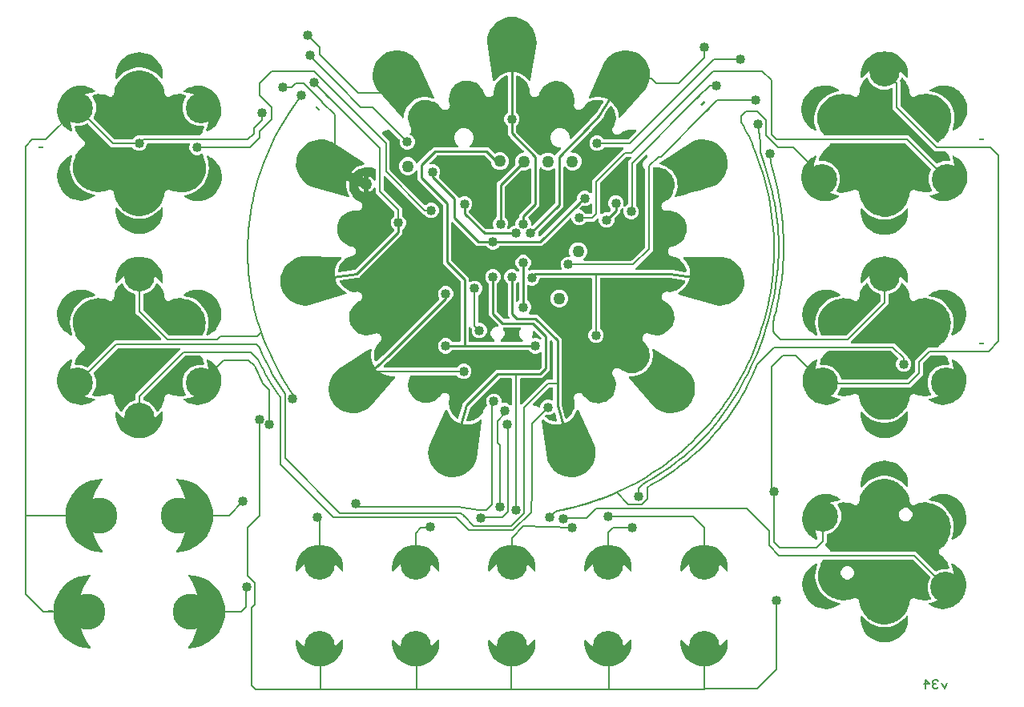
<source format=gbr>
G04 EAGLE Gerber RS-274X export*
G75*
%MOMM*%
%FSLAX34Y34*%
%LPD*%
%INBottom Copper*%
%IPPOS*%
%AMOC8*
5,1,8,0,0,1.08239X$1,22.5*%
G01*
%ADD10C,0.152400*%
%ADD11C,3.216000*%
%ADD12C,3.810000*%
%ADD13C,4.064000*%
%ADD14C,1.270000*%
%ADD15R,0.203200X0.508000*%
%ADD16R,0.508000X0.203200*%
%ADD17C,1.000000*%
%ADD18C,0.203200*%
%ADD19C,1.016000*%
%ADD20C,0.254000*%

G36*
X463381Y293086D02*
X463381Y293086D01*
X463451Y293088D01*
X463536Y293113D01*
X463624Y293128D01*
X463689Y293158D01*
X463757Y293177D01*
X463833Y293223D01*
X463914Y293259D01*
X463969Y293303D01*
X464030Y293339D01*
X464093Y293402D01*
X464163Y293458D01*
X464205Y293514D01*
X464255Y293564D01*
X464300Y293641D01*
X464354Y293712D01*
X464381Y293777D01*
X464417Y293838D01*
X464471Y293989D01*
X468332Y307340D01*
X468348Y307437D01*
X468372Y307532D01*
X468379Y307634D01*
X468382Y307654D01*
X468381Y307666D01*
X468382Y307693D01*
X468382Y308690D01*
X468630Y308938D01*
X468679Y309001D01*
X468736Y309057D01*
X468776Y309126D01*
X468825Y309189D01*
X468857Y309262D01*
X468897Y309331D01*
X468951Y309479D01*
X468951Y309481D01*
X468952Y309483D01*
X469049Y309819D01*
X469922Y310301D01*
X470002Y310358D01*
X470086Y310408D01*
X470163Y310476D01*
X470179Y310488D01*
X470187Y310497D01*
X470207Y310515D01*
X501011Y341318D01*
X503912Y344220D01*
X548385Y344220D01*
X548484Y344232D01*
X548583Y344235D01*
X548641Y344252D01*
X548701Y344260D01*
X548793Y344296D01*
X548888Y344324D01*
X548940Y344354D01*
X548997Y344377D01*
X549077Y344435D01*
X549162Y344485D01*
X549237Y344551D01*
X549254Y344563D01*
X549262Y344573D01*
X549283Y344591D01*
X552010Y347318D01*
X552070Y347396D01*
X552138Y347469D01*
X552163Y347514D01*
X552167Y347518D01*
X552169Y347524D01*
X552205Y347569D01*
X552244Y347660D01*
X552292Y347747D01*
X552307Y347806D01*
X552331Y347861D01*
X552346Y347959D01*
X552371Y348055D01*
X552378Y348155D01*
X552381Y348175D01*
X552380Y348188D01*
X552381Y348216D01*
X552382Y362022D01*
X552364Y362159D01*
X552351Y362298D01*
X552344Y362317D01*
X552342Y362337D01*
X552291Y362466D01*
X552244Y362597D01*
X552232Y362614D01*
X552225Y362633D01*
X552143Y362745D01*
X552065Y362860D01*
X552050Y362874D01*
X552038Y362890D01*
X551931Y362979D01*
X551827Y363071D01*
X551809Y363080D01*
X551793Y363093D01*
X551667Y363152D01*
X551543Y363216D01*
X551524Y363220D01*
X551505Y363229D01*
X551369Y363255D01*
X551233Y363285D01*
X551213Y363285D01*
X551193Y363288D01*
X551055Y363280D01*
X550915Y363276D01*
X550896Y363270D01*
X550876Y363269D01*
X550743Y363226D01*
X550610Y363187D01*
X550592Y363177D01*
X550573Y363171D01*
X550455Y363096D01*
X550336Y363026D01*
X550329Y363019D01*
X547318Y361772D01*
X544084Y361772D01*
X541096Y363010D01*
X538896Y365211D01*
X538817Y365271D01*
X538745Y365339D01*
X538692Y365368D01*
X538644Y365405D01*
X538553Y365445D01*
X538467Y365493D01*
X538408Y365508D01*
X538353Y365532D01*
X538255Y365547D01*
X538159Y365572D01*
X538059Y365578D01*
X538039Y365582D01*
X538026Y365580D01*
X537998Y365582D01*
X473015Y365582D01*
X473014Y365582D01*
X470594Y365582D01*
X468389Y365582D01*
X468386Y365582D01*
X458402Y365583D01*
X458304Y365570D01*
X458205Y365567D01*
X458147Y365551D01*
X458087Y365543D01*
X457995Y365507D01*
X457900Y365479D01*
X457848Y365448D01*
X457791Y365426D01*
X457711Y365368D01*
X457626Y365318D01*
X457550Y365251D01*
X457534Y365239D01*
X457526Y365230D01*
X457505Y365211D01*
X455305Y363011D01*
X452317Y361773D01*
X449083Y361773D01*
X446095Y363011D01*
X443809Y365297D01*
X442571Y368285D01*
X442571Y371519D01*
X443809Y374507D01*
X446095Y376793D01*
X449083Y378031D01*
X452317Y378031D01*
X455305Y376793D01*
X457506Y374592D01*
X457584Y374531D01*
X457656Y374464D01*
X457709Y374434D01*
X457757Y374397D01*
X457848Y374358D01*
X457935Y374310D01*
X457993Y374295D01*
X458049Y374271D01*
X458147Y374255D01*
X458242Y374231D01*
X458343Y374224D01*
X458363Y374221D01*
X458375Y374222D01*
X458403Y374220D01*
X465113Y374220D01*
X465231Y374235D01*
X465350Y374242D01*
X465388Y374255D01*
X465428Y374260D01*
X465539Y374304D01*
X465652Y374340D01*
X465687Y374362D01*
X465724Y374377D01*
X465821Y374447D01*
X465921Y374511D01*
X465949Y374540D01*
X465981Y374564D01*
X466057Y374656D01*
X466139Y374742D01*
X466159Y374778D01*
X466184Y374809D01*
X466235Y374916D01*
X466293Y375021D01*
X466303Y375060D01*
X466320Y375096D01*
X466342Y375213D01*
X466372Y375329D01*
X466376Y375389D01*
X466380Y375409D01*
X466378Y375429D01*
X466382Y375489D01*
X466381Y437586D01*
X466369Y437685D01*
X466366Y437784D01*
X466349Y437842D01*
X466341Y437902D01*
X466305Y437994D01*
X466277Y438089D01*
X466247Y438141D01*
X466224Y438198D01*
X466166Y438278D01*
X466116Y438363D01*
X466050Y438438D01*
X466038Y438455D01*
X466028Y438463D01*
X466010Y438484D01*
X447801Y456692D01*
X447801Y518385D01*
X447789Y518484D01*
X447786Y518583D01*
X447769Y518641D01*
X447761Y518701D01*
X447725Y518793D01*
X447697Y518888D01*
X447667Y518940D01*
X447644Y518997D01*
X447586Y519077D01*
X447536Y519162D01*
X447470Y519237D01*
X447458Y519254D01*
X447448Y519262D01*
X447430Y519283D01*
X421131Y545581D01*
X421131Y554141D01*
X421123Y554210D01*
X421124Y554280D01*
X421103Y554367D01*
X421091Y554456D01*
X421066Y554521D01*
X421049Y554589D01*
X421007Y554669D01*
X420974Y554752D01*
X420933Y554809D01*
X420901Y554870D01*
X420840Y554937D01*
X420788Y555009D01*
X420734Y555054D01*
X420687Y555106D01*
X420612Y555155D01*
X420543Y555212D01*
X420479Y555242D01*
X420421Y555280D01*
X420336Y555310D01*
X420255Y555348D01*
X420186Y555361D01*
X420120Y555384D01*
X420031Y555391D01*
X419943Y555408D01*
X419873Y555403D01*
X419803Y555409D01*
X419715Y555393D01*
X419625Y555388D01*
X419559Y555366D01*
X419490Y555354D01*
X419408Y555317D01*
X419323Y555290D01*
X419264Y555252D01*
X419200Y555224D01*
X419130Y555168D01*
X419054Y555120D01*
X419006Y555069D01*
X418952Y555025D01*
X418898Y554954D01*
X418836Y554888D01*
X418802Y554827D01*
X418760Y554771D01*
X418689Y554627D01*
X418669Y554577D01*
X416025Y551933D01*
X412571Y550502D01*
X408831Y550502D01*
X405377Y551933D01*
X402733Y554577D01*
X401302Y558031D01*
X401302Y561771D01*
X402733Y565225D01*
X405377Y567869D01*
X408831Y569300D01*
X412571Y569300D01*
X416025Y567869D01*
X418669Y565225D01*
X419277Y563757D01*
X419302Y563713D01*
X419318Y563667D01*
X419380Y563576D01*
X419435Y563480D01*
X419469Y563445D01*
X419497Y563404D01*
X419580Y563331D01*
X419656Y563252D01*
X419698Y563226D01*
X419736Y563193D01*
X419833Y563143D01*
X419927Y563086D01*
X419975Y563071D01*
X420019Y563048D01*
X420126Y563024D01*
X420231Y562992D01*
X420281Y562990D01*
X420329Y562979D01*
X420439Y562982D01*
X420549Y562977D01*
X420597Y562987D01*
X420647Y562988D01*
X420752Y563019D01*
X420860Y563041D01*
X420905Y563063D01*
X420952Y563077D01*
X421047Y563133D01*
X421146Y563181D01*
X421184Y563213D01*
X421226Y563238D01*
X421347Y563345D01*
X434730Y576727D01*
X437631Y579629D01*
X462898Y579629D01*
X463035Y579646D01*
X463174Y579659D01*
X463193Y579666D01*
X463214Y579669D01*
X463342Y579720D01*
X463474Y579767D01*
X463490Y579778D01*
X463509Y579786D01*
X463622Y579867D01*
X463737Y579945D01*
X463750Y579961D01*
X463767Y579972D01*
X463855Y580080D01*
X463947Y580184D01*
X463956Y580202D01*
X463969Y580217D01*
X464029Y580343D01*
X464092Y580467D01*
X464096Y580487D01*
X464105Y580505D01*
X464131Y580641D01*
X464161Y580777D01*
X464161Y580798D01*
X464165Y580817D01*
X464156Y580956D01*
X464152Y581095D01*
X464146Y581115D01*
X464145Y581135D01*
X464102Y581267D01*
X464063Y581401D01*
X464053Y581418D01*
X464047Y581437D01*
X463972Y581555D01*
X463902Y581675D01*
X463883Y581696D01*
X463877Y581706D01*
X463862Y581720D01*
X463795Y581795D01*
X461381Y584210D01*
X459851Y587903D01*
X459851Y591901D01*
X461381Y595594D01*
X464208Y598421D01*
X467901Y599951D01*
X471899Y599951D01*
X475592Y598421D01*
X478419Y595594D01*
X479949Y591901D01*
X479949Y587903D01*
X478419Y584210D01*
X476005Y581795D01*
X475919Y581686D01*
X475831Y581579D01*
X475822Y581560D01*
X475810Y581544D01*
X475754Y581416D01*
X475695Y581291D01*
X475691Y581271D01*
X475683Y581252D01*
X475661Y581114D01*
X475635Y580978D01*
X475637Y580958D01*
X475633Y580938D01*
X475646Y580799D01*
X475655Y580661D01*
X475661Y580642D01*
X475663Y580622D01*
X475710Y580490D01*
X475753Y580359D01*
X475764Y580341D01*
X475771Y580322D01*
X475849Y580207D01*
X475923Y580090D01*
X475938Y580076D01*
X475949Y580059D01*
X476054Y579967D01*
X476155Y579872D01*
X476173Y579862D01*
X476188Y579849D01*
X476312Y579785D01*
X476433Y579718D01*
X476453Y579713D01*
X476471Y579704D01*
X476607Y579674D01*
X476741Y579639D01*
X476769Y579637D01*
X476781Y579634D01*
X476802Y579635D01*
X476902Y579629D01*
X495819Y579629D01*
X501831Y573616D01*
X501855Y573598D01*
X501874Y573576D01*
X501980Y573501D01*
X502083Y573421D01*
X502110Y573409D01*
X502134Y573392D01*
X502255Y573346D01*
X502375Y573295D01*
X502404Y573290D01*
X502431Y573280D01*
X502560Y573265D01*
X502689Y573245D01*
X502718Y573248D01*
X502747Y573244D01*
X502876Y573263D01*
X503005Y573275D01*
X503033Y573285D01*
X503062Y573289D01*
X503215Y573341D01*
X506130Y574549D01*
X509870Y574549D01*
X513324Y573118D01*
X515968Y570474D01*
X517399Y567020D01*
X517399Y563280D01*
X515968Y559826D01*
X513324Y557182D01*
X509870Y555751D01*
X506130Y555751D01*
X502676Y557182D01*
X500032Y559826D01*
X498601Y563280D01*
X498601Y564105D01*
X498589Y564204D01*
X498586Y564303D01*
X498569Y564361D01*
X498561Y564421D01*
X498525Y564513D01*
X498497Y564608D01*
X498467Y564660D01*
X498444Y564717D01*
X498386Y564797D01*
X498336Y564882D01*
X498270Y564957D01*
X498258Y564974D01*
X498248Y564982D01*
X498230Y565003D01*
X492613Y570620D01*
X492535Y570680D01*
X492462Y570748D01*
X492409Y570777D01*
X492362Y570814D01*
X492271Y570854D01*
X492184Y570902D01*
X492125Y570917D01*
X492070Y570941D01*
X491972Y570956D01*
X491876Y570981D01*
X491776Y570987D01*
X491756Y570991D01*
X491743Y570989D01*
X491715Y570991D01*
X441735Y570991D01*
X441636Y570979D01*
X441537Y570976D01*
X441479Y570959D01*
X441419Y570951D01*
X441327Y570915D01*
X441232Y570887D01*
X441180Y570857D01*
X441123Y570834D01*
X441043Y570776D01*
X440958Y570726D01*
X440883Y570660D01*
X440866Y570648D01*
X440858Y570638D01*
X440837Y570620D01*
X434233Y564015D01*
X434148Y563906D01*
X434059Y563799D01*
X434051Y563780D01*
X434038Y563764D01*
X433983Y563636D01*
X433924Y563511D01*
X433920Y563491D01*
X433912Y563472D01*
X433890Y563334D01*
X433864Y563198D01*
X433865Y563178D01*
X433862Y563158D01*
X433875Y563019D01*
X433884Y562881D01*
X433890Y562862D01*
X433892Y562842D01*
X433939Y562710D01*
X433982Y562579D01*
X433992Y562561D01*
X433999Y562542D01*
X434077Y562427D01*
X434152Y562310D01*
X434167Y562296D01*
X434178Y562279D01*
X434282Y562187D01*
X434383Y562092D01*
X434401Y562082D01*
X434416Y562069D01*
X434540Y562005D01*
X434662Y561938D01*
X434682Y561933D01*
X434700Y561924D01*
X434835Y561894D01*
X434970Y561859D01*
X434998Y561857D01*
X435010Y561854D01*
X435030Y561855D01*
X435131Y561849D01*
X438497Y561849D01*
X441485Y560611D01*
X443771Y558325D01*
X445009Y555337D01*
X445009Y552103D01*
X443727Y549009D01*
X443719Y548980D01*
X443706Y548954D01*
X443677Y548827D01*
X443643Y548702D01*
X443643Y548672D01*
X443636Y548644D01*
X443640Y548514D01*
X443638Y548384D01*
X443645Y548355D01*
X443646Y548326D01*
X443682Y548201D01*
X443712Y548075D01*
X443726Y548049D01*
X443734Y548020D01*
X443800Y547909D01*
X443861Y547794D01*
X443881Y547772D01*
X443896Y547746D01*
X444002Y547625D01*
X464091Y527536D01*
X464096Y527523D01*
X464099Y527503D01*
X464150Y527374D01*
X464197Y527243D01*
X464208Y527226D01*
X464216Y527208D01*
X464297Y527095D01*
X464376Y526980D01*
X464391Y526966D01*
X464402Y526950D01*
X464510Y526861D01*
X464614Y526769D01*
X464632Y526760D01*
X464647Y526747D01*
X464773Y526688D01*
X464897Y526625D01*
X464917Y526620D01*
X464935Y526612D01*
X465071Y526586D01*
X465208Y526555D01*
X465228Y526556D01*
X465247Y526552D01*
X465386Y526561D01*
X465526Y526565D01*
X465545Y526571D01*
X465565Y526572D01*
X465697Y526615D01*
X465831Y526653D01*
X465848Y526664D01*
X465867Y526670D01*
X465985Y526744D01*
X465995Y526750D01*
X469084Y528030D01*
X472318Y528030D01*
X475306Y526792D01*
X477592Y524506D01*
X478830Y521518D01*
X478830Y518284D01*
X477592Y515296D01*
X475400Y513104D01*
X475327Y513010D01*
X475248Y512921D01*
X475230Y512885D01*
X475205Y512853D01*
X475158Y512744D01*
X475104Y512638D01*
X475095Y512599D01*
X475079Y512561D01*
X475060Y512443D01*
X475034Y512328D01*
X475035Y512287D01*
X475029Y512247D01*
X475040Y512129D01*
X475044Y512010D01*
X475055Y511971D01*
X475059Y511931D01*
X475099Y511819D01*
X475132Y511704D01*
X475153Y511669D01*
X475166Y511631D01*
X475233Y511533D01*
X475294Y511430D01*
X475334Y511385D01*
X475345Y511368D01*
X475360Y511355D01*
X475400Y511309D01*
X493118Y493592D01*
X493196Y493532D01*
X493268Y493464D01*
X493322Y493435D01*
X493369Y493397D01*
X493460Y493358D01*
X493547Y493310D01*
X493606Y493295D01*
X493661Y493271D01*
X493759Y493256D01*
X493855Y493231D01*
X493955Y493224D01*
X493975Y493221D01*
X493988Y493222D01*
X494016Y493221D01*
X500356Y493220D01*
X500405Y493227D01*
X500455Y493224D01*
X500562Y493247D01*
X500671Y493260D01*
X500718Y493279D01*
X500766Y493289D01*
X500865Y493337D01*
X500967Y493377D01*
X501007Y493406D01*
X501052Y493428D01*
X501136Y493500D01*
X501224Y493564D01*
X501256Y493602D01*
X501294Y493635D01*
X501357Y493725D01*
X501427Y493809D01*
X501448Y493854D01*
X501477Y493895D01*
X501516Y493997D01*
X501563Y494097D01*
X501572Y494146D01*
X501590Y494192D01*
X501602Y494301D01*
X501623Y494409D01*
X501620Y494459D01*
X501625Y494508D01*
X501610Y494617D01*
X501603Y494727D01*
X501588Y494774D01*
X501581Y494823D01*
X501529Y494975D01*
X500572Y497284D01*
X500572Y500518D01*
X501810Y503506D01*
X504010Y505706D01*
X504071Y505785D01*
X504139Y505857D01*
X504168Y505909D01*
X504205Y505957D01*
X504245Y506048D01*
X504292Y506135D01*
X504308Y506194D01*
X504332Y506249D01*
X504347Y506347D01*
X504372Y506443D01*
X504378Y506543D01*
X504381Y506563D01*
X504380Y506576D01*
X504382Y506604D01*
X504381Y537587D01*
X504381Y537588D01*
X504381Y539768D01*
X504381Y541691D01*
X505778Y543087D01*
X507282Y544592D01*
X507283Y544592D01*
X524118Y561427D01*
X524136Y561450D01*
X524158Y561469D01*
X524233Y561575D01*
X524313Y561678D01*
X524325Y561705D01*
X524342Y561729D01*
X524388Y561851D01*
X524439Y561970D01*
X524444Y561999D01*
X524454Y562027D01*
X524469Y562156D01*
X524489Y562284D01*
X524486Y562313D01*
X524490Y562343D01*
X524471Y562471D01*
X524459Y562601D01*
X524449Y562628D01*
X524445Y562658D01*
X524393Y562810D01*
X524301Y563031D01*
X524301Y566771D01*
X525732Y570225D01*
X528376Y572869D01*
X531830Y574300D01*
X532129Y574300D01*
X532267Y574317D01*
X532406Y574330D01*
X532425Y574337D01*
X532445Y574340D01*
X532574Y574391D01*
X532705Y574438D01*
X532722Y574449D01*
X532741Y574457D01*
X532853Y574538D01*
X532968Y574616D01*
X532982Y574632D01*
X532998Y574643D01*
X533087Y574751D01*
X533179Y574855D01*
X533188Y574873D01*
X533201Y574888D01*
X533260Y575014D01*
X533323Y575138D01*
X533328Y575158D01*
X533336Y575176D01*
X533362Y575312D01*
X533393Y575448D01*
X533392Y575469D01*
X533396Y575488D01*
X533387Y575627D01*
X533383Y575766D01*
X533378Y575786D01*
X533376Y575806D01*
X533334Y575938D01*
X533295Y576072D01*
X533285Y576089D01*
X533278Y576108D01*
X533204Y576226D01*
X533133Y576346D01*
X533115Y576367D01*
X533108Y576377D01*
X533093Y576391D01*
X533027Y576466D01*
X519283Y590211D01*
X516381Y593112D01*
X516381Y601897D01*
X516369Y601995D01*
X516366Y602094D01*
X516349Y602153D01*
X516341Y602213D01*
X516305Y602305D01*
X516277Y602400D01*
X516247Y602452D01*
X516224Y602508D01*
X516166Y602588D01*
X516116Y602674D01*
X516050Y602749D01*
X516038Y602766D01*
X516028Y602774D01*
X516010Y602795D01*
X513809Y604995D01*
X512571Y607983D01*
X512571Y611217D01*
X513809Y614205D01*
X516010Y616405D01*
X516070Y616484D01*
X516138Y616556D01*
X516167Y616609D01*
X516204Y616657D01*
X516244Y616748D01*
X516292Y616834D01*
X516307Y616893D01*
X516331Y616948D01*
X516346Y617046D01*
X516371Y617142D01*
X516377Y617242D01*
X516381Y617263D01*
X516379Y617275D01*
X516381Y617303D01*
X516381Y654544D01*
X516372Y654614D01*
X516373Y654684D01*
X516353Y654771D01*
X516341Y654860D01*
X516316Y654925D01*
X516299Y654994D01*
X516257Y655073D01*
X516224Y655155D01*
X516183Y655212D01*
X516150Y655275D01*
X516090Y655341D01*
X516038Y655413D01*
X515983Y655458D01*
X515936Y655510D01*
X515861Y655559D01*
X515793Y655616D01*
X515729Y655646D01*
X515670Y655684D01*
X515585Y655713D01*
X515505Y655751D01*
X515436Y655764D01*
X515369Y655787D01*
X515280Y655794D01*
X515193Y655811D01*
X515122Y655807D01*
X515052Y655812D01*
X514892Y655794D01*
X514852Y655787D01*
X514792Y655769D01*
X514729Y655759D01*
X514577Y655706D01*
X513410Y655212D01*
X513403Y655208D01*
X513276Y655146D01*
X509161Y652795D01*
X509123Y652767D01*
X509081Y652745D01*
X508953Y652647D01*
X507984Y651796D01*
X507977Y651788D01*
X507969Y651782D01*
X507856Y651667D01*
X504375Y647593D01*
X504299Y647478D01*
X504220Y647365D01*
X504207Y647338D01*
X504200Y647327D01*
X504194Y647308D01*
X504153Y647218D01*
X501981Y641494D01*
X501962Y641412D01*
X501933Y641334D01*
X501909Y641192D01*
X501907Y641184D01*
X501907Y641181D01*
X501906Y641175D01*
X501664Y638856D01*
X501664Y638853D01*
X501663Y638850D01*
X501667Y638690D01*
X501669Y638580D01*
X501583Y637825D01*
X501583Y637805D01*
X501574Y637703D01*
X501562Y636999D01*
X501536Y636941D01*
X501506Y636838D01*
X501468Y636738D01*
X501453Y636657D01*
X501447Y636636D01*
X501446Y636619D01*
X501439Y636579D01*
X501432Y636516D01*
X501090Y635901D01*
X501083Y635883D01*
X501036Y635791D01*
X500755Y635146D01*
X500709Y635102D01*
X500642Y635018D01*
X500568Y634941D01*
X500523Y634871D01*
X500510Y634854D01*
X500503Y634839D01*
X500481Y634805D01*
X500450Y634749D01*
X499899Y634312D01*
X499885Y634298D01*
X499807Y634231D01*
X499300Y633743D01*
X499241Y633720D01*
X499147Y633668D01*
X499049Y633624D01*
X498981Y633577D01*
X498962Y633567D01*
X498950Y633556D01*
X498916Y633532D01*
X498867Y633493D01*
X498190Y633300D01*
X498172Y633292D01*
X498074Y633261D01*
X497419Y633003D01*
X497356Y633004D01*
X497249Y632993D01*
X497141Y632990D01*
X497061Y632972D01*
X497039Y632970D01*
X497024Y632964D01*
X496984Y632956D01*
X496923Y632938D01*
X496224Y633018D01*
X496204Y633018D01*
X496102Y633027D01*
X495398Y633039D01*
X495340Y633065D01*
X495237Y633095D01*
X495137Y633133D01*
X495056Y633148D01*
X495035Y633154D01*
X495018Y633155D01*
X494978Y633162D01*
X494915Y633169D01*
X494300Y633511D01*
X494282Y633518D01*
X494190Y633565D01*
X493545Y633846D01*
X493501Y633892D01*
X493417Y633959D01*
X493340Y634033D01*
X493270Y634078D01*
X493253Y634091D01*
X493238Y634098D01*
X493204Y634120D01*
X493148Y634151D01*
X492711Y634702D01*
X492697Y634716D01*
X492630Y634794D01*
X492142Y635301D01*
X492119Y635360D01*
X492067Y635454D01*
X492023Y635552D01*
X491976Y635620D01*
X491966Y635639D01*
X491955Y635651D01*
X491931Y635685D01*
X491892Y635734D01*
X491699Y636411D01*
X491691Y636429D01*
X491659Y636527D01*
X491378Y637243D01*
X491366Y637354D01*
X491365Y637356D01*
X491365Y637358D01*
X491364Y637361D01*
X491320Y637508D01*
X490601Y639434D01*
X490569Y639496D01*
X490546Y639561D01*
X490464Y639700D01*
X487330Y644344D01*
X487252Y644434D01*
X487179Y644529D01*
X487134Y644568D01*
X487121Y644583D01*
X487104Y644595D01*
X487058Y644635D01*
X482638Y648077D01*
X482535Y648138D01*
X482436Y648205D01*
X482382Y648229D01*
X482365Y648239D01*
X482345Y648245D01*
X482289Y648269D01*
X477019Y650169D01*
X476902Y650196D01*
X476787Y650229D01*
X476728Y650234D01*
X476708Y650239D01*
X476688Y650238D01*
X476627Y650244D01*
X471027Y650414D01*
X470908Y650403D01*
X470789Y650399D01*
X470731Y650386D01*
X470711Y650384D01*
X470692Y650377D01*
X470632Y650364D01*
X468645Y649782D01*
X468639Y649779D01*
X468625Y649775D01*
X465068Y648667D01*
X464968Y648622D01*
X464866Y648585D01*
X464798Y648544D01*
X464778Y648535D01*
X464765Y648524D01*
X464728Y648502D01*
X460274Y645451D01*
X460185Y645371D01*
X460091Y645298D01*
X460052Y645253D01*
X460037Y645240D01*
X460025Y645223D01*
X459985Y645177D01*
X456574Y640732D01*
X456514Y640629D01*
X456447Y640530D01*
X456424Y640475D01*
X456414Y640458D01*
X456408Y640438D01*
X456384Y640382D01*
X454521Y635098D01*
X454496Y634982D01*
X454463Y634867D01*
X454458Y634807D01*
X454454Y634788D01*
X454455Y634767D01*
X454450Y634706D01*
X454318Y629106D01*
X454325Y629036D01*
X454323Y628967D01*
X454347Y628807D01*
X454780Y626806D01*
X454844Y626626D01*
X454874Y626539D01*
X455024Y625794D01*
X455030Y625774D01*
X455053Y625678D01*
X455258Y624997D01*
X455252Y624941D01*
X455255Y624832D01*
X455249Y624724D01*
X455259Y624645D01*
X455260Y624623D01*
X455264Y624607D01*
X455270Y624564D01*
X455281Y624509D01*
X455144Y623811D01*
X455142Y623791D01*
X455126Y623693D01*
X455055Y622985D01*
X455028Y622936D01*
X454989Y622835D01*
X454942Y622737D01*
X454922Y622660D01*
X454914Y622640D01*
X454912Y622623D01*
X454901Y622581D01*
X454890Y622526D01*
X454496Y621934D01*
X454487Y621916D01*
X454434Y621832D01*
X454098Y621205D01*
X454054Y621170D01*
X453979Y621091D01*
X453898Y621018D01*
X453850Y620955D01*
X453835Y620939D01*
X453827Y620925D01*
X453801Y620890D01*
X453770Y620844D01*
X453179Y620448D01*
X453164Y620434D01*
X453083Y620377D01*
X452532Y619927D01*
X452479Y619911D01*
X452379Y619866D01*
X452276Y619830D01*
X452208Y619790D01*
X452188Y619782D01*
X452175Y619771D01*
X452137Y619749D01*
X452091Y619718D01*
X451394Y619578D01*
X451374Y619572D01*
X451278Y619549D01*
X450596Y619344D01*
X450541Y619350D01*
X450432Y619347D01*
X450324Y619353D01*
X450245Y619343D01*
X450223Y619342D01*
X450207Y619338D01*
X450164Y619332D01*
X450109Y619321D01*
X449411Y619458D01*
X449391Y619460D01*
X449293Y619476D01*
X448585Y619547D01*
X448536Y619574D01*
X448435Y619613D01*
X448337Y619660D01*
X448260Y619680D01*
X448240Y619688D01*
X448223Y619690D01*
X448181Y619701D01*
X448126Y619712D01*
X447534Y620106D01*
X447516Y620115D01*
X447432Y620168D01*
X446805Y620504D01*
X446770Y620548D01*
X446691Y620623D01*
X446618Y620704D01*
X446555Y620752D01*
X446539Y620767D01*
X446525Y620775D01*
X446490Y620801D01*
X446444Y620832D01*
X446048Y621423D01*
X446034Y621438D01*
X445977Y621519D01*
X445478Y622130D01*
X445445Y622204D01*
X445442Y622208D01*
X445440Y622211D01*
X445348Y622343D01*
X443895Y624151D01*
X443835Y624209D01*
X443782Y624274D01*
X443672Y624367D01*
X443666Y624372D01*
X443664Y624374D01*
X443659Y624378D01*
X439124Y627723D01*
X438997Y627795D01*
X438871Y627868D01*
X438858Y627872D01*
X438847Y627879D01*
X438706Y627916D01*
X438565Y627956D01*
X438552Y627957D01*
X438539Y627960D01*
X438394Y627961D01*
X438247Y627965D01*
X438234Y627962D01*
X438221Y627962D01*
X438080Y627927D01*
X437937Y627895D01*
X437921Y627888D01*
X437913Y627886D01*
X437898Y627878D01*
X437790Y627830D01*
X437723Y627796D01*
X437721Y627796D01*
X437695Y627792D01*
X436146Y628381D01*
X436128Y628386D01*
X436082Y628404D01*
X433094Y629360D01*
X433073Y629364D01*
X433054Y629373D01*
X432896Y629407D01*
X430076Y629832D01*
X430055Y629833D01*
X430034Y629838D01*
X429874Y629846D01*
X428894Y629836D01*
X428878Y629834D01*
X428839Y629835D01*
X426286Y629698D01*
X426276Y629696D01*
X426138Y629682D01*
X425656Y629599D01*
X425595Y629580D01*
X425532Y629571D01*
X425380Y629518D01*
X419900Y627214D01*
X419781Y627146D01*
X419659Y627081D01*
X419636Y627062D01*
X419625Y627055D01*
X419610Y627041D01*
X419534Y626980D01*
X415030Y622847D01*
X414941Y622742D01*
X414849Y622639D01*
X414833Y622614D01*
X414825Y622604D01*
X414816Y622585D01*
X414765Y622502D01*
X411922Y617091D01*
X411873Y616961D01*
X411821Y616834D01*
X411815Y616805D01*
X411810Y616793D01*
X411808Y616772D01*
X411788Y616677D01*
X410940Y610623D01*
X410938Y610485D01*
X410931Y610348D01*
X410935Y610318D01*
X410935Y610305D01*
X410940Y610285D01*
X410954Y610188D01*
X412200Y604204D01*
X412227Y604125D01*
X412244Y604043D01*
X412300Y603911D01*
X412303Y603903D01*
X412305Y603901D01*
X412307Y603895D01*
X413312Y601884D01*
X413316Y601878D01*
X413323Y601864D01*
X413802Y600946D01*
X413815Y600929D01*
X413845Y600871D01*
X414267Y600182D01*
X414291Y600102D01*
X414319Y599980D01*
X414339Y599935D01*
X414344Y599917D01*
X414355Y599899D01*
X414370Y599864D01*
X414441Y599068D01*
X414446Y599047D01*
X414452Y598982D01*
X414578Y598184D01*
X414569Y598101D01*
X414549Y597978D01*
X414550Y597928D01*
X414548Y597910D01*
X414551Y597889D01*
X414552Y597851D01*
X414313Y597088D01*
X414309Y597067D01*
X414290Y597004D01*
X414101Y596219D01*
X414061Y596146D01*
X413995Y596039D01*
X413977Y595993D01*
X413968Y595977D01*
X413963Y595956D01*
X413949Y595921D01*
X413436Y595307D01*
X413425Y595290D01*
X413383Y595239D01*
X413053Y594785D01*
X413001Y594690D01*
X412941Y594598D01*
X412924Y594551D01*
X412900Y594507D01*
X412873Y594401D01*
X412837Y594298D01*
X412833Y594247D01*
X412821Y594199D01*
X412821Y594090D01*
X412812Y593981D01*
X412821Y593931D01*
X412821Y593881D01*
X412848Y593775D01*
X412867Y593667D01*
X412887Y593621D01*
X412900Y593573D01*
X412952Y593477D01*
X412997Y593377D01*
X413029Y593338D01*
X413053Y593294D01*
X413127Y593214D01*
X413196Y593129D01*
X413236Y593099D01*
X413270Y593062D01*
X413362Y593003D01*
X413450Y592938D01*
X413520Y592903D01*
X413539Y592891D01*
X413555Y592886D01*
X413594Y592867D01*
X414815Y592361D01*
X417101Y590075D01*
X418339Y587087D01*
X418339Y583853D01*
X417101Y580865D01*
X414815Y578579D01*
X411827Y577341D01*
X408593Y577341D01*
X405605Y578579D01*
X403319Y580865D01*
X402081Y583853D01*
X402081Y587325D01*
X402069Y587423D01*
X402066Y587522D01*
X402049Y587580D01*
X402041Y587640D01*
X402005Y587732D01*
X401977Y587827D01*
X401947Y587879D01*
X401924Y587936D01*
X401866Y588016D01*
X401816Y588101D01*
X401750Y588177D01*
X401738Y588193D01*
X401728Y588201D01*
X401710Y588222D01*
X391646Y598285D01*
X391524Y598380D01*
X391403Y598475D01*
X391399Y598477D01*
X391395Y598480D01*
X391253Y598541D01*
X391112Y598604D01*
X391108Y598605D01*
X391103Y598606D01*
X390949Y598631D01*
X390798Y598656D01*
X390794Y598656D01*
X390789Y598656D01*
X390632Y598641D01*
X390482Y598628D01*
X390476Y598627D01*
X390473Y598626D01*
X390465Y598624D01*
X390327Y598585D01*
X384696Y596598D01*
X384572Y596536D01*
X384447Y596478D01*
X384423Y596461D01*
X384412Y596455D01*
X384396Y596442D01*
X384316Y596384D01*
X383713Y595892D01*
X383696Y595875D01*
X383676Y595861D01*
X383587Y595760D01*
X383493Y595662D01*
X383482Y595641D01*
X383466Y595623D01*
X383404Y595502D01*
X383338Y595384D01*
X383332Y595361D01*
X383321Y595339D01*
X383291Y595208D01*
X383257Y595076D01*
X383257Y595053D01*
X383251Y595029D01*
X383256Y594894D01*
X383255Y594758D01*
X383260Y594735D01*
X383261Y594711D01*
X383299Y594581D01*
X383331Y594450D01*
X383343Y594429D01*
X383350Y594406D01*
X383418Y594289D01*
X383483Y594170D01*
X383499Y594153D01*
X383511Y594132D01*
X383617Y594011D01*
X391669Y585960D01*
X391669Y584299D01*
X391669Y556437D01*
X391681Y556339D01*
X391684Y556240D01*
X391701Y556182D01*
X391709Y556122D01*
X391745Y556030D01*
X391773Y555935D01*
X391803Y555883D01*
X391826Y555826D01*
X391884Y555746D01*
X391934Y555661D01*
X392000Y555585D01*
X392012Y555569D01*
X392022Y555561D01*
X392040Y555540D01*
X428410Y519171D01*
X428504Y519098D01*
X428593Y519019D01*
X428629Y519000D01*
X428661Y518976D01*
X428770Y518928D01*
X428876Y518874D01*
X428916Y518865D01*
X428953Y518849D01*
X429071Y518831D01*
X429187Y518805D01*
X429227Y518806D01*
X429267Y518799D01*
X429386Y518811D01*
X429505Y518814D01*
X429543Y518825D01*
X429584Y518829D01*
X429696Y518870D01*
X429810Y518903D01*
X429845Y518923D01*
X429883Y518937D01*
X429981Y519004D01*
X430084Y519064D01*
X430129Y519104D01*
X430146Y519115D01*
X430160Y519131D01*
X430205Y519171D01*
X431005Y519971D01*
X433993Y521209D01*
X437227Y521209D01*
X440215Y519971D01*
X442501Y517685D01*
X443739Y514697D01*
X443739Y511463D01*
X442501Y508475D01*
X440215Y506189D01*
X437227Y504951D01*
X433993Y504951D01*
X431005Y506189D01*
X428551Y508644D01*
X428472Y508704D01*
X428400Y508772D01*
X428347Y508801D01*
X428299Y508838D01*
X428208Y508878D01*
X428122Y508926D01*
X428063Y508941D01*
X428008Y508965D01*
X427910Y508980D01*
X427814Y509005D01*
X427714Y509011D01*
X427693Y509015D01*
X427681Y509013D01*
X427653Y509015D01*
X427068Y509015D01*
X424316Y511768D01*
X387231Y548852D01*
X387122Y548937D01*
X387015Y549026D01*
X386996Y549035D01*
X386980Y549047D01*
X386852Y549103D01*
X386727Y549162D01*
X386707Y549165D01*
X386688Y549173D01*
X386550Y549195D01*
X386414Y549221D01*
X386394Y549220D01*
X386374Y549223D01*
X386235Y549210D01*
X386097Y549202D01*
X386078Y549195D01*
X386058Y549193D01*
X385926Y549146D01*
X385795Y549104D01*
X385777Y549093D01*
X385758Y549086D01*
X385643Y549008D01*
X385526Y548933D01*
X385512Y548919D01*
X385495Y548907D01*
X385403Y548803D01*
X385308Y548702D01*
X385298Y548684D01*
X385285Y548669D01*
X385221Y548545D01*
X385154Y548423D01*
X385149Y548404D01*
X385140Y548386D01*
X385110Y548250D01*
X385075Y548115D01*
X385073Y548087D01*
X385070Y548075D01*
X385071Y548055D01*
X385065Y547955D01*
X385065Y535609D01*
X385077Y535511D01*
X385080Y535412D01*
X385097Y535354D01*
X385105Y535294D01*
X385141Y535202D01*
X385169Y535107D01*
X385199Y535055D01*
X385222Y534998D01*
X385280Y534918D01*
X385330Y534833D01*
X385396Y534757D01*
X385408Y534741D01*
X385418Y534733D01*
X385436Y534712D01*
X404765Y515384D01*
X404765Y507858D01*
X404777Y507760D01*
X404780Y507661D01*
X404797Y507602D01*
X404805Y507542D01*
X404841Y507450D01*
X404869Y507355D01*
X404899Y507303D01*
X404922Y507247D01*
X404980Y507167D01*
X405030Y507081D01*
X405096Y507006D01*
X405108Y506989D01*
X405118Y506981D01*
X405136Y506960D01*
X407591Y504506D01*
X408829Y501518D01*
X408829Y498284D01*
X407591Y495296D01*
X405390Y493096D01*
X405330Y493017D01*
X405262Y492945D01*
X405233Y492892D01*
X405196Y492844D01*
X405156Y492753D01*
X405108Y492667D01*
X405093Y492608D01*
X405069Y492553D01*
X405054Y492455D01*
X405029Y492359D01*
X405023Y492259D01*
X405019Y492238D01*
X405021Y492226D01*
X405019Y492198D01*
X405019Y488112D01*
X360022Y443115D01*
X360018Y443111D01*
X360015Y443108D01*
X359909Y442986D01*
X359044Y441849D01*
X358983Y441832D01*
X358842Y441794D01*
X358830Y441787D01*
X358817Y441783D01*
X358692Y441710D01*
X358564Y441638D01*
X358555Y441629D01*
X358543Y441622D01*
X358499Y441583D01*
X357078Y441583D01*
X357073Y441583D01*
X357068Y441583D01*
X356908Y441572D01*
X339674Y439234D01*
X339616Y439219D01*
X339556Y439213D01*
X339463Y439178D01*
X339366Y439152D01*
X339314Y439123D01*
X339258Y439102D01*
X339176Y439045D01*
X339089Y438997D01*
X339046Y438955D01*
X338997Y438921D01*
X338931Y438846D01*
X338859Y438777D01*
X338828Y438726D01*
X338788Y438681D01*
X338744Y438592D01*
X338691Y438507D01*
X338673Y438450D01*
X338646Y438396D01*
X338625Y438299D01*
X338595Y438203D01*
X338592Y438144D01*
X338580Y438085D01*
X338584Y437986D01*
X338578Y437886D01*
X338590Y437827D01*
X338592Y437768D01*
X338621Y437672D01*
X338640Y437574D01*
X338666Y437520D01*
X338683Y437463D01*
X338758Y437320D01*
X340096Y435104D01*
X340110Y435087D01*
X340119Y435068D01*
X340215Y434939D01*
X342060Y432764D01*
X342076Y432750D01*
X342088Y432733D01*
X342203Y432620D01*
X344371Y430768D01*
X344389Y430756D01*
X344404Y430741D01*
X344536Y430648D01*
X347215Y429017D01*
X347232Y429009D01*
X347274Y428983D01*
X348728Y428201D01*
X348729Y428200D01*
X348795Y428132D01*
X348853Y428058D01*
X348905Y428018D01*
X348951Y427972D01*
X349083Y427879D01*
X349171Y427825D01*
X349294Y427770D01*
X349415Y427710D01*
X349448Y427701D01*
X349461Y427695D01*
X349482Y427692D01*
X349570Y427667D01*
X353339Y426876D01*
X353425Y426869D01*
X353508Y426852D01*
X353646Y426851D01*
X353656Y426850D01*
X353660Y426851D01*
X353669Y426851D01*
X356057Y426981D01*
X356212Y427009D01*
X356368Y427037D01*
X356369Y427038D01*
X356370Y427038D01*
X356371Y427038D01*
X357078Y427065D01*
X357096Y427068D01*
X357209Y427077D01*
X357884Y427174D01*
X357967Y427152D01*
X358069Y427139D01*
X358170Y427117D01*
X358261Y427115D01*
X358283Y427112D01*
X358297Y427114D01*
X358331Y427113D01*
X358417Y427117D01*
X359056Y426880D01*
X359074Y426876D01*
X359182Y426841D01*
X359842Y426672D01*
X359910Y426620D01*
X360000Y426569D01*
X360085Y426510D01*
X360168Y426473D01*
X360187Y426462D01*
X360200Y426459D01*
X360232Y426445D01*
X360313Y426415D01*
X360813Y425952D01*
X360827Y425941D01*
X360913Y425868D01*
X361458Y425459D01*
X361502Y425385D01*
X361565Y425303D01*
X361621Y425216D01*
X361684Y425150D01*
X361697Y425133D01*
X361709Y425125D01*
X361732Y425100D01*
X361795Y425041D01*
X362080Y424422D01*
X362089Y424407D01*
X362141Y424306D01*
X362488Y423719D01*
X362500Y423634D01*
X362527Y423535D01*
X362546Y423433D01*
X362579Y423348D01*
X362584Y423327D01*
X362591Y423315D01*
X362603Y423283D01*
X362639Y423205D01*
X362665Y422524D01*
X362668Y422506D01*
X362677Y422393D01*
X362774Y421718D01*
X362752Y421635D01*
X362739Y421533D01*
X362717Y421432D01*
X362715Y421341D01*
X362712Y421319D01*
X362714Y421305D01*
X362713Y421271D01*
X362717Y421185D01*
X362480Y420546D01*
X362476Y420528D01*
X362441Y420420D01*
X362272Y419760D01*
X362220Y419692D01*
X362169Y419602D01*
X362110Y419517D01*
X362073Y419434D01*
X362062Y419415D01*
X362059Y419402D01*
X362045Y419370D01*
X362015Y419289D01*
X361552Y418789D01*
X361541Y418775D01*
X361468Y418689D01*
X361059Y418144D01*
X360985Y418100D01*
X360903Y418037D01*
X360816Y417981D01*
X360750Y417918D01*
X360733Y417905D01*
X360725Y417893D01*
X360700Y417870D01*
X360641Y417807D01*
X360022Y417522D01*
X360007Y417512D01*
X359906Y417461D01*
X359265Y417082D01*
X359146Y417050D01*
X359145Y417049D01*
X359144Y417049D01*
X359142Y417048D01*
X359002Y416979D01*
X356928Y415797D01*
X356859Y415746D01*
X356785Y415703D01*
X356682Y415612D01*
X356673Y415606D01*
X356670Y415603D01*
X356664Y415597D01*
X352264Y411250D01*
X352177Y411139D01*
X352088Y411032D01*
X352075Y411009D01*
X352068Y411000D01*
X352060Y410981D01*
X352009Y410891D01*
X349359Y405302D01*
X349315Y405168D01*
X349267Y405037D01*
X349263Y405011D01*
X349260Y405000D01*
X349258Y404980D01*
X349242Y404878D01*
X348660Y398720D01*
X348664Y398579D01*
X348664Y398439D01*
X348669Y398414D01*
X348670Y398402D01*
X348675Y398383D01*
X348695Y398281D01*
X350130Y392760D01*
X350139Y392735D01*
X350144Y392709D01*
X350201Y392558D01*
X350577Y391722D01*
X350595Y391693D01*
X350606Y391661D01*
X350689Y391523D01*
X353940Y386799D01*
X353972Y386763D01*
X353988Y386737D01*
X354030Y386698D01*
X354033Y386695D01*
X354124Y386587D01*
X354144Y386570D01*
X354152Y386562D01*
X354168Y386551D01*
X354248Y386485D01*
X359284Y382894D01*
X359408Y382827D01*
X359529Y382757D01*
X359554Y382749D01*
X359564Y382743D01*
X359584Y382738D01*
X359682Y382704D01*
X365641Y381049D01*
X365780Y381028D01*
X365918Y381004D01*
X365945Y381004D01*
X365956Y381003D01*
X365976Y381005D01*
X366079Y381006D01*
X372246Y381485D01*
X372330Y381503D01*
X372415Y381510D01*
X372547Y381548D01*
X372557Y381550D01*
X372561Y381552D01*
X372570Y381554D01*
X374779Y382333D01*
X374786Y382336D01*
X374794Y382338D01*
X374928Y382408D01*
X374967Y382427D01*
X375753Y382702D01*
X375772Y382712D01*
X375858Y382745D01*
X376520Y383045D01*
X376560Y383046D01*
X376670Y383064D01*
X376782Y383074D01*
X376853Y383093D01*
X376874Y383097D01*
X376890Y383104D01*
X376937Y383117D01*
X376974Y383130D01*
X377700Y383090D01*
X377722Y383091D01*
X377814Y383088D01*
X378540Y383113D01*
X378577Y383099D01*
X378686Y383073D01*
X378793Y383039D01*
X378866Y383030D01*
X378887Y383025D01*
X378905Y383025D01*
X378953Y383020D01*
X378993Y383017D01*
X379648Y382702D01*
X379668Y382695D01*
X379752Y382658D01*
X380432Y382402D01*
X380461Y382375D01*
X380552Y382309D01*
X380638Y382237D01*
X380701Y382201D01*
X380719Y382189D01*
X380736Y382182D01*
X380778Y382158D01*
X380814Y382141D01*
X381299Y381599D01*
X381315Y381585D01*
X381378Y381518D01*
X381909Y381021D01*
X381925Y380985D01*
X381984Y380890D01*
X382035Y380790D01*
X382080Y380733D01*
X382092Y380714D01*
X382105Y380702D01*
X382135Y380664D01*
X382161Y380634D01*
X382401Y379948D01*
X382411Y379929D01*
X382444Y379843D01*
X382744Y379181D01*
X382745Y379141D01*
X382763Y379031D01*
X382773Y378919D01*
X382792Y378848D01*
X382796Y378827D01*
X382803Y378811D01*
X382816Y378764D01*
X382829Y378727D01*
X382789Y378001D01*
X382790Y377979D01*
X382787Y377887D01*
X382812Y377161D01*
X382798Y377124D01*
X382772Y377015D01*
X382738Y376908D01*
X382729Y376835D01*
X382724Y376814D01*
X382724Y376796D01*
X382719Y376748D01*
X382716Y376708D01*
X382401Y376053D01*
X382394Y376033D01*
X382357Y375949D01*
X382101Y375269D01*
X382074Y375240D01*
X382008Y375149D01*
X381936Y375063D01*
X381900Y375000D01*
X381888Y374982D01*
X381881Y374965D01*
X381857Y374923D01*
X381840Y374887D01*
X381298Y374402D01*
X381284Y374386D01*
X381217Y374323D01*
X380662Y373730D01*
X380614Y373701D01*
X380609Y373695D01*
X380603Y373691D01*
X380485Y373581D01*
X378896Y371892D01*
X378847Y371824D01*
X378790Y371762D01*
X378714Y371642D01*
X378709Y371635D01*
X378708Y371632D01*
X378704Y371626D01*
X375805Y366264D01*
X375771Y366176D01*
X375728Y366092D01*
X375697Y365985D01*
X375690Y365967D01*
X375689Y365958D01*
X375683Y365938D01*
X375634Y365720D01*
X375632Y365699D01*
X375618Y365633D01*
X374927Y361065D01*
X374927Y361054D01*
X374924Y361044D01*
X374920Y360982D01*
X374918Y360972D01*
X374918Y360962D01*
X374913Y360883D01*
X374899Y358769D01*
X374901Y358748D01*
X374899Y358727D01*
X374914Y358567D01*
X375025Y357849D01*
X375029Y357834D01*
X375034Y357796D01*
X375592Y354975D01*
X375595Y354966D01*
X375630Y354830D01*
X375811Y354272D01*
X375846Y354198D01*
X375871Y354120D01*
X375913Y354055D01*
X375946Y353984D01*
X375998Y353921D01*
X376042Y353852D01*
X376099Y353799D01*
X376149Y353739D01*
X376215Y353691D01*
X376275Y353635D01*
X376343Y353598D01*
X376406Y353552D01*
X376482Y353522D01*
X376554Y353482D01*
X376629Y353463D01*
X376701Y353434D01*
X376783Y353424D01*
X376862Y353404D01*
X376940Y353404D01*
X377017Y353394D01*
X377098Y353404D01*
X377180Y353405D01*
X377255Y353424D01*
X377332Y353434D01*
X377408Y353464D01*
X377488Y353484D01*
X377556Y353522D01*
X377628Y353550D01*
X377695Y353598D01*
X377766Y353638D01*
X377882Y353734D01*
X377886Y353737D01*
X377887Y353738D01*
X377890Y353741D01*
X381792Y357427D01*
X383136Y358696D01*
X383136Y358697D01*
X384479Y359966D01*
X384480Y359966D01*
X385823Y361235D01*
X387167Y362504D01*
X387676Y362986D01*
X387683Y362994D01*
X387702Y363011D01*
X443554Y418863D01*
X443573Y418886D01*
X443595Y418906D01*
X443670Y419012D01*
X443749Y419114D01*
X443761Y419141D01*
X443778Y419166D01*
X443824Y419287D01*
X443876Y419406D01*
X443880Y419435D01*
X443891Y419463D01*
X443905Y419592D01*
X443926Y419720D01*
X443923Y419750D01*
X443926Y419779D01*
X443908Y419907D01*
X443896Y420037D01*
X443886Y420065D01*
X443882Y420094D01*
X443830Y420246D01*
X442571Y423284D01*
X442571Y426518D01*
X443809Y429506D01*
X446095Y431792D01*
X449083Y433030D01*
X452317Y433030D01*
X455305Y431792D01*
X457591Y429506D01*
X458829Y426518D01*
X458829Y423284D01*
X457591Y420296D01*
X455305Y418010D01*
X454875Y417832D01*
X454867Y417827D01*
X454858Y417825D01*
X454731Y417749D01*
X454599Y417674D01*
X454592Y417668D01*
X454584Y417663D01*
X454463Y417557D01*
X452117Y415211D01*
X395325Y358418D01*
X395275Y358354D01*
X395218Y358297D01*
X395178Y358229D01*
X395130Y358167D01*
X395114Y358130D01*
X394986Y358009D01*
X393724Y356817D01*
X393717Y356808D01*
X393698Y356791D01*
X392346Y355439D01*
X392311Y355425D01*
X392245Y355378D01*
X392174Y355339D01*
X392057Y355241D01*
X392053Y355239D01*
X392053Y355237D01*
X392050Y355236D01*
X390956Y354201D01*
X390955Y354201D01*
X389612Y352932D01*
X388268Y351663D01*
X386925Y350394D01*
X386924Y350393D01*
X385615Y349157D01*
X385518Y349039D01*
X385416Y348915D01*
X385415Y348913D01*
X385413Y348911D01*
X385343Y348761D01*
X385280Y348627D01*
X385280Y348625D01*
X385279Y348623D01*
X385249Y348466D01*
X385220Y348314D01*
X385220Y348312D01*
X385220Y348310D01*
X385230Y348153D01*
X385240Y347997D01*
X385241Y347995D01*
X385241Y347993D01*
X385291Y347841D01*
X385338Y347695D01*
X385339Y347693D01*
X385340Y347691D01*
X385425Y347557D01*
X385508Y347426D01*
X385510Y347424D01*
X385511Y347423D01*
X385626Y347315D01*
X385740Y347208D01*
X385742Y347207D01*
X385743Y347205D01*
X385879Y347131D01*
X386018Y347054D01*
X386020Y347054D01*
X386022Y347053D01*
X386174Y347014D01*
X386326Y346975D01*
X386329Y346975D01*
X386330Y346974D01*
X386334Y346974D01*
X386487Y346965D01*
X461943Y346965D01*
X462041Y346977D01*
X462140Y346980D01*
X462199Y346997D01*
X462259Y347005D01*
X462351Y347041D01*
X462446Y347069D01*
X462498Y347099D01*
X462554Y347122D01*
X462635Y347180D01*
X462720Y347230D01*
X462795Y347296D01*
X462812Y347308D01*
X462820Y347318D01*
X462841Y347336D01*
X465295Y349791D01*
X468283Y351029D01*
X471517Y351029D01*
X474505Y349791D01*
X476791Y347505D01*
X478029Y344517D01*
X478029Y341283D01*
X476791Y338295D01*
X474505Y336009D01*
X471517Y334771D01*
X468283Y334771D01*
X465295Y336009D01*
X462841Y338464D01*
X462762Y338524D01*
X462690Y338592D01*
X462637Y338621D01*
X462589Y338658D01*
X462498Y338698D01*
X462412Y338746D01*
X462353Y338761D01*
X462298Y338785D01*
X462200Y338800D01*
X462104Y338825D01*
X462004Y338831D01*
X461984Y338835D01*
X461971Y338833D01*
X461943Y338835D01*
X414562Y338835D01*
X414430Y338819D01*
X414297Y338807D01*
X414272Y338799D01*
X414246Y338795D01*
X414122Y338746D01*
X413997Y338703D01*
X413975Y338688D01*
X413951Y338678D01*
X413843Y338600D01*
X413732Y338526D01*
X413714Y338507D01*
X413693Y338492D01*
X413608Y338389D01*
X413519Y338290D01*
X413500Y338258D01*
X413490Y338247D01*
X413481Y338227D01*
X413436Y338152D01*
X413358Y338003D01*
X413304Y337910D01*
X412293Y335903D01*
X412265Y335824D01*
X412228Y335749D01*
X412190Y335610D01*
X412187Y335603D01*
X412187Y335600D01*
X412185Y335594D01*
X410924Y329619D01*
X410912Y329481D01*
X410896Y329344D01*
X410899Y329315D01*
X410897Y329302D01*
X410901Y329281D01*
X410908Y329184D01*
X411739Y323134D01*
X411775Y323001D01*
X411806Y322866D01*
X411818Y322839D01*
X411821Y322826D01*
X411832Y322808D01*
X411871Y322719D01*
X414696Y317305D01*
X414775Y317192D01*
X414850Y317076D01*
X414870Y317054D01*
X414878Y317044D01*
X414893Y317030D01*
X414961Y316959D01*
X419449Y312817D01*
X419561Y312737D01*
X419670Y312654D01*
X419697Y312640D01*
X419707Y312633D01*
X419727Y312625D01*
X419814Y312582D01*
X425437Y310199D01*
X425569Y310161D01*
X425701Y310119D01*
X425731Y310116D01*
X425743Y310112D01*
X425764Y310112D01*
X425861Y310100D01*
X431958Y309756D01*
X432096Y309766D01*
X432233Y309770D01*
X432262Y309777D01*
X432275Y309778D01*
X432295Y309785D01*
X432390Y309806D01*
X438245Y311542D01*
X438372Y311597D01*
X438500Y311648D01*
X438525Y311664D01*
X438537Y311670D01*
X438553Y311682D01*
X438635Y311735D01*
X443560Y315346D01*
X443621Y315403D01*
X443688Y315453D01*
X443786Y315559D01*
X443791Y315565D01*
X443793Y315567D01*
X443797Y315572D01*
X445471Y317643D01*
X445477Y317652D01*
X445492Y317670D01*
X445850Y318138D01*
X445860Y318155D01*
X445893Y318198D01*
X446370Y318904D01*
X446404Y318934D01*
X446507Y319014D01*
X446533Y319045D01*
X446545Y319055D01*
X446558Y319073D01*
X446566Y319083D01*
X447289Y319502D01*
X447305Y319514D01*
X447353Y319541D01*
X448063Y320012D01*
X448106Y320026D01*
X448232Y320061D01*
X448268Y320079D01*
X448283Y320084D01*
X448302Y320096D01*
X448313Y320101D01*
X449141Y320212D01*
X449160Y320217D01*
X449215Y320224D01*
X450052Y320387D01*
X450097Y320383D01*
X450227Y320368D01*
X450266Y320370D01*
X450283Y320369D01*
X450304Y320373D01*
X450317Y320374D01*
X451124Y320159D01*
X451144Y320157D01*
X451197Y320142D01*
X452032Y319972D01*
X452072Y319952D01*
X452187Y319888D01*
X452224Y319875D01*
X452239Y319868D01*
X452260Y319863D01*
X452272Y319859D01*
X452937Y319351D01*
X452953Y319341D01*
X452997Y319308D01*
X453703Y318831D01*
X453733Y318797D01*
X453813Y318694D01*
X453844Y318668D01*
X453854Y318656D01*
X453872Y318643D01*
X453882Y318635D01*
X454301Y317912D01*
X454313Y317896D01*
X454340Y317848D01*
X454811Y317138D01*
X454825Y317095D01*
X454860Y316969D01*
X454878Y316933D01*
X454883Y316918D01*
X454895Y316899D01*
X454900Y316888D01*
X455011Y316060D01*
X455016Y316041D01*
X455023Y315986D01*
X455186Y315149D01*
X455182Y315104D01*
X455167Y314974D01*
X455169Y314935D01*
X455168Y314918D01*
X455172Y314897D01*
X455173Y314884D01*
X454958Y314077D01*
X454956Y314057D01*
X454941Y314004D01*
X454823Y313426D01*
X454823Y313415D01*
X454817Y313392D01*
X454356Y310768D01*
X454352Y310685D01*
X454338Y310603D01*
X454341Y310458D01*
X454341Y310450D01*
X454341Y310448D01*
X454342Y310442D01*
X454853Y304351D01*
X454882Y304217D01*
X454906Y304081D01*
X454917Y304053D01*
X454920Y304040D01*
X454929Y304021D01*
X454963Y303931D01*
X457293Y298816D01*
X457297Y298809D01*
X457299Y298803D01*
X457377Y298661D01*
X457813Y297974D01*
X457845Y297936D01*
X457869Y297893D01*
X457974Y297770D01*
X461830Y293801D01*
X461839Y293794D01*
X461938Y293702D01*
X462221Y293471D01*
X462276Y293437D01*
X462325Y293395D01*
X462464Y293315D01*
X462693Y293203D01*
X462760Y293180D01*
X462823Y293148D01*
X462910Y293128D01*
X462994Y293099D01*
X463064Y293094D01*
X463133Y293078D01*
X463222Y293081D01*
X463311Y293074D01*
X463381Y293086D01*
G37*
G36*
X578180Y293018D02*
X578180Y293018D01*
X578236Y293015D01*
X578338Y293033D01*
X578441Y293043D01*
X578494Y293062D01*
X578549Y293072D01*
X578643Y293115D01*
X578740Y293150D01*
X578787Y293181D01*
X578838Y293205D01*
X578969Y293299D01*
X580081Y294207D01*
X580088Y294214D01*
X580190Y294307D01*
X583204Y297418D01*
X583233Y297458D01*
X583269Y297491D01*
X583364Y297621D01*
X583615Y298017D01*
X583616Y298017D01*
X583616Y298018D01*
X584298Y299093D01*
X584302Y299101D01*
X584308Y299108D01*
X584383Y299250D01*
X586479Y303881D01*
X586485Y303902D01*
X586513Y303964D01*
X586514Y303966D01*
X586535Y304057D01*
X586566Y304145D01*
X586570Y304176D01*
X586573Y304185D01*
X586574Y304201D01*
X586582Y304259D01*
X586586Y304276D01*
X586586Y304285D01*
X586589Y304305D01*
X587081Y310414D01*
X587077Y310497D01*
X587083Y310581D01*
X587067Y310723D01*
X587067Y310732D01*
X587066Y310735D01*
X587065Y310740D01*
X586658Y313003D01*
X586655Y313012D01*
X586654Y313023D01*
X586607Y313165D01*
X586605Y313171D01*
X586450Y314030D01*
X586443Y314051D01*
X586426Y314135D01*
X586233Y314850D01*
X586236Y314875D01*
X586236Y314990D01*
X586245Y315105D01*
X586237Y315172D01*
X586237Y315193D01*
X586232Y315212D01*
X586226Y315265D01*
X586221Y315290D01*
X586379Y316014D01*
X586380Y316036D01*
X586397Y316120D01*
X586492Y316855D01*
X586504Y316877D01*
X586549Y316983D01*
X586600Y317085D01*
X586619Y317151D01*
X586627Y317170D01*
X586630Y317189D01*
X586644Y317240D01*
X586650Y317265D01*
X587072Y317874D01*
X587082Y317893D01*
X587129Y317965D01*
X587498Y318608D01*
X587519Y318623D01*
X587600Y318704D01*
X587687Y318779D01*
X587729Y318832D01*
X587744Y318847D01*
X587754Y318864D01*
X587787Y318905D01*
X587801Y318926D01*
X588424Y319327D01*
X588441Y319341D01*
X588512Y319389D01*
X589099Y319842D01*
X589124Y319848D01*
X589230Y319892D01*
X589339Y319928D01*
X589398Y319961D01*
X589418Y319969D01*
X589433Y319981D01*
X589479Y320006D01*
X589501Y320020D01*
X590230Y320152D01*
X590251Y320159D01*
X590335Y320176D01*
X591050Y320369D01*
X591075Y320366D01*
X591190Y320366D01*
X591305Y320357D01*
X591372Y320365D01*
X591393Y320365D01*
X591412Y320370D01*
X591465Y320376D01*
X591490Y320381D01*
X592214Y320223D01*
X592236Y320222D01*
X592320Y320205D01*
X593055Y320110D01*
X593077Y320098D01*
X593183Y320053D01*
X593285Y320002D01*
X593351Y319983D01*
X593370Y319975D01*
X593389Y319972D01*
X593440Y319958D01*
X593465Y319952D01*
X594074Y319530D01*
X594093Y319520D01*
X594165Y319473D01*
X594808Y319104D01*
X594823Y319083D01*
X594904Y319002D01*
X594979Y318915D01*
X595032Y318873D01*
X595047Y318858D01*
X595064Y318848D01*
X595105Y318815D01*
X595126Y318801D01*
X595527Y318178D01*
X595541Y318161D01*
X595589Y318090D01*
X596094Y317436D01*
X596115Y317383D01*
X596119Y317378D01*
X596121Y317373D01*
X596210Y317239D01*
X597424Y315644D01*
X597473Y315594D01*
X597514Y315539D01*
X597632Y315429D01*
X601952Y311903D01*
X602053Y311840D01*
X602149Y311771D01*
X602204Y311746D01*
X602222Y311735D01*
X602241Y311729D01*
X602295Y311703D01*
X607494Y309687D01*
X607609Y309658D01*
X607723Y309622D01*
X607783Y309614D01*
X607803Y309610D01*
X607823Y309610D01*
X607883Y309603D01*
X613450Y309292D01*
X613569Y309300D01*
X613688Y309301D01*
X613747Y309313D01*
X613768Y309314D01*
X613787Y309321D01*
X613846Y309332D01*
X619236Y310759D01*
X619346Y310804D01*
X619459Y310841D01*
X619512Y310871D01*
X619531Y310878D01*
X619548Y310890D01*
X619600Y310920D01*
X624285Y313943D01*
X624376Y314020D01*
X624472Y314090D01*
X624513Y314135D01*
X624529Y314148D01*
X624541Y314165D01*
X624581Y314208D01*
X628102Y318533D01*
X628165Y318634D01*
X628234Y318730D01*
X628260Y318785D01*
X628270Y318803D01*
X628277Y318822D01*
X628302Y318876D01*
X630312Y324078D01*
X630341Y324193D01*
X630377Y324306D01*
X630384Y324366D01*
X630389Y324386D01*
X630389Y324407D01*
X630396Y324466D01*
X630700Y330034D01*
X630692Y330153D01*
X630691Y330272D01*
X630679Y330331D01*
X630677Y330351D01*
X630671Y330371D01*
X630659Y330429D01*
X629226Y335819D01*
X629200Y335883D01*
X629184Y335950D01*
X629145Y336034D01*
X629141Y336046D01*
X629135Y336055D01*
X629116Y336096D01*
X628162Y337860D01*
X628159Y337865D01*
X628157Y337870D01*
X628068Y337992D01*
X628038Y338034D01*
X627643Y338776D01*
X627630Y338794D01*
X627588Y338870D01*
X627186Y339491D01*
X627182Y339516D01*
X627147Y339626D01*
X627120Y339737D01*
X627092Y339799D01*
X627085Y339820D01*
X627075Y339836D01*
X627069Y339849D01*
X627068Y339853D01*
X627066Y339856D01*
X627054Y339884D01*
X627041Y339907D01*
X626970Y340644D01*
X626965Y340665D01*
X626955Y340751D01*
X626821Y341479D01*
X626827Y341504D01*
X626837Y341619D01*
X626854Y341732D01*
X626852Y341800D01*
X626854Y341821D01*
X626851Y341840D01*
X626849Y341893D01*
X626847Y341919D01*
X627063Y342627D01*
X627066Y342648D01*
X627090Y342732D01*
X627245Y343455D01*
X627260Y343477D01*
X627313Y343578D01*
X627372Y343676D01*
X627396Y343740D01*
X627406Y343759D01*
X627411Y343778D01*
X627429Y343827D01*
X627437Y343852D01*
X627907Y344423D01*
X627919Y344442D01*
X627972Y344510D01*
X628393Y345119D01*
X628415Y345133D01*
X628502Y345207D01*
X628595Y345274D01*
X628642Y345324D01*
X628658Y345338D01*
X628669Y345353D01*
X628705Y345392D01*
X628722Y345412D01*
X629375Y345760D01*
X629393Y345772D01*
X629468Y345815D01*
X630090Y346217D01*
X630115Y346221D01*
X630225Y346256D01*
X630336Y346283D01*
X630398Y346311D01*
X630419Y346318D01*
X630435Y346328D01*
X630483Y346349D01*
X630506Y346362D01*
X631243Y346433D01*
X631264Y346438D01*
X631350Y346448D01*
X632078Y346582D01*
X632103Y346576D01*
X632218Y346566D01*
X632331Y346549D01*
X632399Y346551D01*
X632420Y346549D01*
X632439Y346552D01*
X632492Y346554D01*
X632518Y346556D01*
X633226Y346340D01*
X633247Y346337D01*
X633331Y346313D01*
X634054Y346158D01*
X634076Y346143D01*
X634177Y346090D01*
X634275Y346031D01*
X634339Y346007D01*
X634358Y345997D01*
X634377Y345992D01*
X634426Y345974D01*
X634451Y345966D01*
X635022Y345496D01*
X635041Y345484D01*
X635109Y345431D01*
X635793Y344958D01*
X635817Y344930D01*
X635825Y344924D01*
X635832Y344917D01*
X635958Y344817D01*
X637843Y343519D01*
X637917Y343481D01*
X637985Y343435D01*
X638119Y343376D01*
X638125Y343373D01*
X638128Y343373D01*
X638133Y343371D01*
X643880Y341302D01*
X644014Y341272D01*
X644147Y341238D01*
X644178Y341236D01*
X644190Y341233D01*
X644212Y341234D01*
X644307Y341227D01*
X650059Y341217D01*
X650066Y341217D01*
X650073Y341217D01*
X650234Y341228D01*
X650818Y341309D01*
X650866Y341321D01*
X650916Y341326D01*
X651071Y341370D01*
X656461Y343287D01*
X656471Y343292D01*
X656596Y343344D01*
X656790Y343439D01*
X656844Y343475D01*
X656902Y343502D01*
X657033Y343596D01*
X661706Y347414D01*
X661800Y347514D01*
X661898Y347610D01*
X661916Y347635D01*
X661925Y347645D01*
X661935Y347663D01*
X661990Y347742D01*
X665128Y352954D01*
X665154Y353013D01*
X665189Y353068D01*
X665248Y353218D01*
X665270Y353286D01*
X665272Y353297D01*
X665307Y353427D01*
X666473Y359223D01*
X666476Y359272D01*
X666488Y359321D01*
X666498Y359481D01*
X666495Y359843D01*
X666494Y359850D01*
X666495Y359857D01*
X666482Y360018D01*
X665630Y365845D01*
X665594Y365978D01*
X665561Y366111D01*
X665549Y366139D01*
X665545Y366152D01*
X665535Y366170D01*
X665495Y366258D01*
X662628Y371651D01*
X662580Y371719D01*
X662541Y371792D01*
X662493Y371851D01*
X662491Y371853D01*
X662489Y371855D01*
X662449Y371905D01*
X662444Y371911D01*
X662442Y371913D01*
X662439Y371917D01*
X660758Y373734D01*
X660752Y373740D01*
X660739Y373754D01*
X660188Y374324D01*
X660173Y374337D01*
X660130Y374381D01*
X659518Y374938D01*
X659483Y374994D01*
X659420Y375105D01*
X659390Y375140D01*
X659381Y375155D01*
X659365Y375170D01*
X659348Y375189D01*
X659049Y375948D01*
X659039Y375966D01*
X659017Y376023D01*
X658664Y376772D01*
X658653Y376837D01*
X658637Y376964D01*
X658624Y377007D01*
X658621Y377024D01*
X658612Y377044D01*
X658604Y377069D01*
X658618Y377885D01*
X658615Y377905D01*
X658616Y377966D01*
X658578Y378793D01*
X658592Y378857D01*
X658626Y378981D01*
X658630Y379026D01*
X658634Y379043D01*
X658633Y379065D01*
X658635Y379091D01*
X658960Y379839D01*
X658966Y379859D01*
X658990Y379915D01*
X659271Y380693D01*
X659309Y380747D01*
X659387Y380848D01*
X659408Y380889D01*
X659418Y380903D01*
X659426Y380923D01*
X659438Y380946D01*
X660024Y381513D01*
X660037Y381530D01*
X660081Y381572D01*
X660638Y382184D01*
X660694Y382219D01*
X660805Y382282D01*
X660840Y382312D01*
X660855Y382321D01*
X660870Y382337D01*
X660889Y382354D01*
X661648Y382653D01*
X661666Y382663D01*
X661723Y382685D01*
X662472Y383038D01*
X662537Y383049D01*
X662664Y383065D01*
X662707Y383078D01*
X662724Y383081D01*
X662744Y383090D01*
X662769Y383098D01*
X663585Y383084D01*
X663605Y383087D01*
X663666Y383086D01*
X664493Y383124D01*
X664557Y383110D01*
X664681Y383076D01*
X664726Y383072D01*
X664743Y383068D01*
X664765Y383069D01*
X664791Y383067D01*
X665539Y382742D01*
X665559Y382736D01*
X665615Y382712D01*
X666354Y382446D01*
X666363Y382444D01*
X666381Y382436D01*
X668741Y381644D01*
X668823Y381628D01*
X668902Y381602D01*
X669045Y381583D01*
X669053Y381582D01*
X669056Y381582D01*
X669062Y381581D01*
X675172Y381182D01*
X675309Y381190D01*
X675447Y381194D01*
X675476Y381200D01*
X675489Y381201D01*
X675509Y381207D01*
X675604Y381228D01*
X681490Y382916D01*
X681617Y382970D01*
X681746Y383020D01*
X681771Y383036D01*
X681783Y383041D01*
X681799Y383053D01*
X681882Y383105D01*
X686852Y386681D01*
X686953Y386775D01*
X687057Y386866D01*
X687076Y386889D01*
X687085Y386898D01*
X687096Y386916D01*
X687157Y386992D01*
X690627Y392037D01*
X690691Y392159D01*
X690758Y392280D01*
X690767Y392308D01*
X690773Y392319D01*
X690778Y392340D01*
X690809Y392432D01*
X692372Y398353D01*
X692390Y398489D01*
X692413Y398625D01*
X692412Y398655D01*
X692414Y398668D01*
X692412Y398688D01*
X692409Y398786D01*
X691881Y404887D01*
X691852Y405021D01*
X691828Y405157D01*
X691817Y405185D01*
X691814Y405197D01*
X691805Y405216D01*
X691770Y405307D01*
X689212Y410871D01*
X689140Y410988D01*
X689071Y411107D01*
X689051Y411130D01*
X689044Y411141D01*
X689029Y411155D01*
X688966Y411229D01*
X684679Y415602D01*
X684614Y415654D01*
X684555Y415713D01*
X684436Y415795D01*
X684430Y415799D01*
X684427Y415801D01*
X684422Y415804D01*
X682109Y417181D01*
X682099Y417186D01*
X682078Y417199D01*
X681585Y417475D01*
X681567Y417482D01*
X681520Y417509D01*
X680750Y417881D01*
X680718Y417909D01*
X680623Y418000D01*
X680590Y418021D01*
X680578Y418031D01*
X680558Y418041D01*
X680549Y418047D01*
X680029Y418705D01*
X680015Y418719D01*
X679982Y418761D01*
X679413Y419401D01*
X679395Y419438D01*
X679341Y419558D01*
X679319Y419591D01*
X679312Y419605D01*
X679297Y419621D01*
X679291Y419630D01*
X679062Y420437D01*
X679055Y420455D01*
X679040Y420507D01*
X678759Y421316D01*
X678757Y421357D01*
X678753Y421489D01*
X678745Y421527D01*
X678744Y421543D01*
X678737Y421564D01*
X678735Y421574D01*
X678832Y422408D01*
X678832Y422427D01*
X678839Y422481D01*
X678888Y423335D01*
X678902Y423374D01*
X678949Y423497D01*
X678956Y423536D01*
X678961Y423551D01*
X678963Y423573D01*
X678965Y423584D01*
X679374Y424316D01*
X679381Y424334D01*
X679408Y424381D01*
X679780Y425151D01*
X679808Y425183D01*
X679899Y425278D01*
X679920Y425311D01*
X679930Y425323D01*
X679940Y425343D01*
X679946Y425352D01*
X680604Y425872D01*
X680618Y425886D01*
X680660Y425919D01*
X681300Y426488D01*
X681337Y426506D01*
X681457Y426560D01*
X681490Y426582D01*
X681504Y426589D01*
X681520Y426604D01*
X681529Y426610D01*
X682336Y426839D01*
X682354Y426846D01*
X682406Y426861D01*
X683215Y427142D01*
X683256Y427144D01*
X683388Y427148D01*
X683426Y427156D01*
X683442Y427157D01*
X683463Y427164D01*
X683473Y427166D01*
X684306Y427069D01*
X684326Y427069D01*
X684380Y427062D01*
X684946Y427029D01*
X684957Y427030D01*
X684982Y427028D01*
X687659Y426946D01*
X687741Y426954D01*
X687825Y426952D01*
X687968Y426976D01*
X687975Y426977D01*
X687978Y426978D01*
X687983Y426979D01*
X693928Y428354D01*
X694057Y428401D01*
X694187Y428444D01*
X694214Y428459D01*
X694227Y428463D01*
X694244Y428475D01*
X694328Y428522D01*
X699155Y431622D01*
X699159Y431625D01*
X699165Y431628D01*
X699293Y431725D01*
X699749Y432114D01*
X699783Y432152D01*
X699823Y432183D01*
X699930Y432304D01*
X703353Y436749D01*
X703360Y436760D01*
X703434Y436867D01*
X703625Y437182D01*
X703651Y437243D01*
X703687Y437298D01*
X703746Y437448D01*
X703845Y437754D01*
X703857Y437820D01*
X703879Y437882D01*
X703887Y437975D01*
X703904Y438067D01*
X703900Y438133D01*
X703905Y438199D01*
X703890Y438291D01*
X703884Y438384D01*
X703863Y438447D01*
X703852Y438513D01*
X703814Y438598D01*
X703785Y438686D01*
X703749Y438743D01*
X703722Y438803D01*
X703664Y438876D01*
X703614Y438955D01*
X703566Y439000D01*
X703524Y439052D01*
X703450Y439109D01*
X703382Y439172D01*
X703324Y439204D01*
X703271Y439244D01*
X703185Y439280D01*
X703104Y439325D01*
X703039Y439342D01*
X702978Y439368D01*
X702820Y439401D01*
X687946Y441569D01*
X687934Y441569D01*
X687923Y441572D01*
X687763Y441582D01*
X614934Y441582D01*
X614816Y441567D01*
X614697Y441560D01*
X614659Y441547D01*
X614618Y441542D01*
X614508Y441499D01*
X614395Y441462D01*
X614360Y441440D01*
X614323Y441425D01*
X614227Y441356D01*
X614126Y441292D01*
X614098Y441262D01*
X614065Y441239D01*
X613989Y441147D01*
X613908Y441060D01*
X613888Y441025D01*
X613863Y440994D01*
X613812Y440886D01*
X613754Y440782D01*
X613744Y440742D01*
X613727Y440706D01*
X613705Y440589D01*
X613675Y440474D01*
X613671Y440414D01*
X613667Y440394D01*
X613669Y440373D01*
X613665Y440313D01*
X613665Y388957D01*
X613677Y388859D01*
X613680Y388760D01*
X613697Y388701D01*
X613705Y388641D01*
X613741Y388549D01*
X613769Y388454D01*
X613799Y388402D01*
X613822Y388346D01*
X613880Y388266D01*
X613930Y388180D01*
X613996Y388105D01*
X614008Y388088D01*
X614018Y388080D01*
X614036Y388059D01*
X616491Y385605D01*
X617729Y382617D01*
X617729Y379383D01*
X616491Y376395D01*
X614205Y374109D01*
X611217Y372871D01*
X607983Y372871D01*
X604995Y374109D01*
X602709Y376395D01*
X601471Y379383D01*
X601471Y382617D01*
X602709Y385605D01*
X605164Y388059D01*
X605224Y388138D01*
X605292Y388210D01*
X605321Y388263D01*
X605358Y388311D01*
X605398Y388402D01*
X605446Y388488D01*
X605461Y388547D01*
X605485Y388602D01*
X605500Y388700D01*
X605525Y388796D01*
X605531Y388896D01*
X605535Y388917D01*
X605533Y388929D01*
X605535Y388957D01*
X605535Y440313D01*
X605520Y440431D01*
X605513Y440550D01*
X605500Y440588D01*
X605495Y440629D01*
X605452Y440739D01*
X605415Y440853D01*
X605393Y440887D01*
X605378Y440924D01*
X605308Y441021D01*
X605245Y441121D01*
X605215Y441149D01*
X605192Y441182D01*
X605100Y441258D01*
X605013Y441339D01*
X604978Y441359D01*
X604947Y441384D01*
X604839Y441435D01*
X604735Y441493D01*
X604695Y441503D01*
X604659Y441520D01*
X604542Y441542D01*
X604427Y441572D01*
X604367Y441576D01*
X604347Y441580D01*
X604326Y441579D01*
X604266Y441582D01*
X551098Y441583D01*
X550980Y441568D01*
X550861Y441561D01*
X550823Y441548D01*
X550782Y441543D01*
X550672Y441499D01*
X550559Y441463D01*
X550524Y441441D01*
X550487Y441426D01*
X550390Y441356D01*
X550290Y441293D01*
X550262Y441263D01*
X550229Y441239D01*
X550153Y441148D01*
X550072Y441061D01*
X550052Y441026D01*
X550027Y440994D01*
X549976Y440887D01*
X549918Y440783D01*
X549908Y440743D01*
X549891Y440707D01*
X549869Y440590D01*
X549839Y440475D01*
X549835Y440414D01*
X549831Y440394D01*
X549833Y440374D01*
X549829Y440314D01*
X549829Y440285D01*
X548591Y437297D01*
X546305Y435011D01*
X543317Y433773D01*
X540083Y433773D01*
X538775Y434315D01*
X538727Y434328D01*
X538682Y434349D01*
X538574Y434370D01*
X538468Y434399D01*
X538418Y434400D01*
X538369Y434409D01*
X538260Y434402D01*
X538150Y434404D01*
X538102Y434393D01*
X538052Y434390D01*
X537948Y434356D01*
X537841Y434330D01*
X537797Y434307D01*
X537750Y434291D01*
X537657Y434233D01*
X537560Y434181D01*
X537523Y434148D01*
X537481Y434121D01*
X537406Y434041D01*
X537324Y433967D01*
X537297Y433926D01*
X537263Y433890D01*
X537210Y433794D01*
X537150Y433702D01*
X537133Y433655D01*
X537109Y433611D01*
X537082Y433505D01*
X537046Y433401D01*
X537042Y433351D01*
X537030Y433303D01*
X537020Y433143D01*
X537020Y418604D01*
X537032Y418506D01*
X537035Y418407D01*
X537052Y418348D01*
X537060Y418288D01*
X537096Y418196D01*
X537124Y418101D01*
X537154Y418049D01*
X537177Y417993D01*
X537235Y417913D01*
X537285Y417827D01*
X537351Y417752D01*
X537363Y417735D01*
X537373Y417727D01*
X537391Y417706D01*
X539592Y415506D01*
X540830Y412518D01*
X540830Y409284D01*
X539592Y406296D01*
X538683Y405387D01*
X538598Y405278D01*
X538509Y405171D01*
X538501Y405152D01*
X538488Y405136D01*
X538433Y405009D01*
X538374Y404883D01*
X538370Y404863D01*
X538362Y404844D01*
X538340Y404706D01*
X538314Y404570D01*
X538315Y404550D01*
X538312Y404530D01*
X538325Y404391D01*
X538334Y404253D01*
X538340Y404234D01*
X538342Y404214D01*
X538389Y404082D01*
X538432Y403951D01*
X538443Y403933D01*
X538450Y403914D01*
X538528Y403799D01*
X538602Y403682D01*
X538617Y403668D01*
X538628Y403651D01*
X538732Y403559D01*
X538834Y403464D01*
X538851Y403454D01*
X538867Y403441D01*
X538990Y403378D01*
X539112Y403310D01*
X539132Y403305D01*
X539150Y403296D01*
X539286Y403266D01*
X539420Y403231D01*
X539448Y403229D01*
X539460Y403226D01*
X539481Y403227D01*
X539581Y403221D01*
X547489Y403221D01*
X573019Y377691D01*
X573019Y307693D01*
X573031Y307595D01*
X573034Y307497D01*
X573056Y307397D01*
X573059Y307377D01*
X573063Y307366D01*
X573069Y307340D01*
X576947Y293929D01*
X576969Y293877D01*
X576983Y293823D01*
X577032Y293732D01*
X577073Y293637D01*
X577107Y293593D01*
X577134Y293543D01*
X577204Y293467D01*
X577267Y293386D01*
X577312Y293351D01*
X577350Y293310D01*
X577437Y293254D01*
X577518Y293190D01*
X577570Y293168D01*
X577618Y293137D01*
X577716Y293105D01*
X577810Y293064D01*
X577866Y293055D01*
X577919Y293037D01*
X578022Y293030D01*
X578124Y293013D01*
X578180Y293018D01*
G37*
G36*
X501274Y374228D02*
X501274Y374228D01*
X501344Y374227D01*
X501431Y374248D01*
X501521Y374260D01*
X501586Y374285D01*
X501653Y374302D01*
X501733Y374344D01*
X501816Y374377D01*
X501873Y374418D01*
X501935Y374450D01*
X502001Y374511D01*
X502074Y374563D01*
X502118Y374617D01*
X502170Y374664D01*
X502219Y374739D01*
X502276Y374808D01*
X502306Y374872D01*
X502345Y374930D01*
X502374Y375015D01*
X502412Y375096D01*
X502425Y375165D01*
X502448Y375231D01*
X502455Y375320D01*
X502472Y375408D01*
X502467Y375478D01*
X502473Y375548D01*
X502458Y375636D01*
X502452Y375726D01*
X502430Y375792D01*
X502419Y375861D01*
X502382Y375943D01*
X502354Y376028D01*
X502317Y376087D01*
X502288Y376151D01*
X502232Y376221D01*
X502184Y376297D01*
X502133Y376345D01*
X502089Y376400D01*
X502018Y376454D01*
X501952Y376515D01*
X501891Y376549D01*
X501835Y376591D01*
X501691Y376662D01*
X501566Y376713D01*
X499512Y378767D01*
X498401Y381449D01*
X498401Y384353D01*
X499512Y387035D01*
X501566Y389089D01*
X504248Y390200D01*
X505231Y390200D01*
X505369Y390217D01*
X505508Y390230D01*
X505527Y390237D01*
X505547Y390240D01*
X505676Y390291D01*
X505807Y390338D01*
X505824Y390349D01*
X505843Y390357D01*
X505955Y390438D01*
X506070Y390516D01*
X506084Y390532D01*
X506100Y390543D01*
X506189Y390651D01*
X506281Y390755D01*
X506290Y390773D01*
X506303Y390788D01*
X506362Y390914D01*
X506425Y391038D01*
X506430Y391058D01*
X506438Y391076D01*
X506464Y391212D01*
X506495Y391348D01*
X506494Y391369D01*
X506498Y391388D01*
X506489Y391527D01*
X506485Y391666D01*
X506480Y391686D01*
X506478Y391706D01*
X506436Y391838D01*
X506397Y391972D01*
X506387Y391989D01*
X506380Y392008D01*
X506306Y392126D01*
X506235Y392246D01*
X506217Y392267D01*
X506210Y392277D01*
X506195Y392291D01*
X506129Y392366D01*
X496382Y402113D01*
X496382Y435198D01*
X496370Y435296D01*
X496367Y435395D01*
X496350Y435454D01*
X496342Y435514D01*
X496306Y435606D01*
X496278Y435701D01*
X496248Y435753D01*
X496225Y435809D01*
X496167Y435889D01*
X496117Y435975D01*
X496051Y436050D01*
X496039Y436067D01*
X496029Y436075D01*
X496011Y436096D01*
X493810Y438296D01*
X492572Y441284D01*
X492572Y444518D01*
X493810Y447506D01*
X496096Y449792D01*
X499084Y451030D01*
X502318Y451030D01*
X505306Y449792D01*
X507592Y447506D01*
X508830Y444518D01*
X508830Y441284D01*
X507592Y438296D01*
X505391Y436096D01*
X505331Y436017D01*
X505263Y435945D01*
X505234Y435892D01*
X505197Y435844D01*
X505157Y435753D01*
X505109Y435667D01*
X505094Y435608D01*
X505070Y435553D01*
X505055Y435455D01*
X505030Y435359D01*
X505024Y435259D01*
X505020Y435238D01*
X505022Y435226D01*
X505020Y435198D01*
X505020Y406217D01*
X505032Y406118D01*
X505035Y406019D01*
X505052Y405961D01*
X505060Y405901D01*
X505096Y405809D01*
X505124Y405714D01*
X505154Y405662D01*
X505177Y405605D01*
X505235Y405525D01*
X505285Y405440D01*
X505351Y405365D01*
X505363Y405348D01*
X505373Y405340D01*
X505391Y405319D01*
X512118Y398592D01*
X512196Y398532D01*
X512269Y398464D01*
X512322Y398435D01*
X512369Y398397D01*
X512460Y398358D01*
X512547Y398310D01*
X512606Y398295D01*
X512661Y398271D01*
X512759Y398256D01*
X512855Y398231D01*
X512955Y398224D01*
X512975Y398221D01*
X512988Y398222D01*
X513016Y398221D01*
X517210Y398221D01*
X517347Y398238D01*
X517486Y398251D01*
X517505Y398258D01*
X517525Y398260D01*
X517654Y398311D01*
X517785Y398359D01*
X517802Y398370D01*
X517821Y398377D01*
X517933Y398459D01*
X518048Y398537D01*
X518062Y398552D01*
X518078Y398564D01*
X518167Y398671D01*
X518259Y398776D01*
X518268Y398794D01*
X518281Y398809D01*
X518340Y398935D01*
X518403Y399059D01*
X518408Y399079D01*
X518417Y399097D01*
X518443Y399233D01*
X518473Y399369D01*
X518473Y399389D01*
X518476Y399409D01*
X518468Y399548D01*
X518463Y399687D01*
X518458Y399707D01*
X518457Y399727D01*
X518414Y399859D01*
X518375Y399992D01*
X518365Y400010D01*
X518359Y400029D01*
X518284Y400147D01*
X518214Y400266D01*
X518195Y400287D01*
X518188Y400298D01*
X518173Y400312D01*
X518107Y400387D01*
X516381Y402113D01*
X516381Y435198D01*
X516369Y435296D01*
X516366Y435395D01*
X516349Y435454D01*
X516341Y435514D01*
X516305Y435606D01*
X516277Y435701D01*
X516247Y435753D01*
X516224Y435809D01*
X516166Y435890D01*
X516116Y435975D01*
X516050Y436050D01*
X516038Y436067D01*
X516028Y436075D01*
X516010Y436096D01*
X513809Y438296D01*
X512571Y441284D01*
X512571Y444518D01*
X513809Y447506D01*
X516095Y449792D01*
X519083Y451030D01*
X522317Y451030D01*
X525305Y449792D01*
X526216Y448881D01*
X526325Y448796D01*
X526432Y448707D01*
X526451Y448699D01*
X526467Y448686D01*
X526594Y448631D01*
X526720Y448572D01*
X526740Y448568D01*
X526759Y448560D01*
X526897Y448538D01*
X527033Y448512D01*
X527053Y448513D01*
X527073Y448510D01*
X527212Y448523D01*
X527350Y448532D01*
X527369Y448538D01*
X527389Y448540D01*
X527521Y448587D01*
X527652Y448630D01*
X527670Y448641D01*
X527689Y448648D01*
X527804Y448726D01*
X527921Y448800D01*
X527935Y448815D01*
X527952Y448826D01*
X528044Y448930D01*
X528139Y449032D01*
X528149Y449049D01*
X528162Y449065D01*
X528225Y449188D01*
X528293Y449310D01*
X528298Y449330D01*
X528307Y449348D01*
X528337Y449484D01*
X528372Y449618D01*
X528374Y449646D01*
X528377Y449658D01*
X528376Y449679D01*
X528382Y449779D01*
X528382Y450198D01*
X528370Y450296D01*
X528367Y450395D01*
X528350Y450454D01*
X528342Y450514D01*
X528306Y450606D01*
X528278Y450701D01*
X528248Y450753D01*
X528225Y450809D01*
X528167Y450889D01*
X528117Y450975D01*
X528051Y451050D01*
X528039Y451067D01*
X528029Y451075D01*
X528011Y451096D01*
X525810Y453296D01*
X524572Y456284D01*
X524572Y459518D01*
X525810Y462506D01*
X528096Y464792D01*
X531084Y466030D01*
X534318Y466030D01*
X537306Y464792D01*
X539592Y462506D01*
X540830Y459518D01*
X540830Y456284D01*
X539592Y453296D01*
X538182Y451886D01*
X538139Y451831D01*
X538089Y451783D01*
X538043Y451708D01*
X538027Y451689D01*
X538025Y451684D01*
X537987Y451635D01*
X537960Y451571D01*
X537923Y451512D01*
X537897Y451426D01*
X537861Y451343D01*
X537850Y451274D01*
X537829Y451208D01*
X537825Y451118D01*
X537811Y451029D01*
X537818Y450960D01*
X537814Y450890D01*
X537832Y450802D01*
X537841Y450713D01*
X537865Y450647D01*
X537879Y450579D01*
X537918Y450498D01*
X537948Y450413D01*
X537988Y450355D01*
X538018Y450293D01*
X538077Y450225D01*
X538127Y450150D01*
X538179Y450104D01*
X538225Y450051D01*
X538298Y449999D01*
X538365Y449940D01*
X538428Y449908D01*
X538485Y449868D01*
X538569Y449836D01*
X538649Y449795D01*
X538717Y449780D01*
X538782Y449755D01*
X538871Y449745D01*
X538959Y449725D01*
X539029Y449728D01*
X539098Y449720D01*
X539187Y449732D01*
X539277Y449735D01*
X539344Y449754D01*
X539413Y449764D01*
X539565Y449816D01*
X540083Y450031D01*
X543195Y450031D01*
X543294Y450043D01*
X543393Y450046D01*
X543451Y450063D01*
X543511Y450071D01*
X543603Y450107D01*
X543698Y450135D01*
X543750Y450165D01*
X543807Y450188D01*
X543852Y450221D01*
X545380Y450221D01*
X548014Y450221D01*
X548015Y450221D01*
X572057Y450220D01*
X572106Y450227D01*
X572156Y450224D01*
X572263Y450246D01*
X572372Y450260D01*
X572419Y450278D01*
X572467Y450289D01*
X572566Y450337D01*
X572668Y450377D01*
X572708Y450406D01*
X572753Y450428D01*
X572837Y450499D01*
X572926Y450564D01*
X572957Y450602D01*
X572995Y450635D01*
X573058Y450724D01*
X573128Y450809D01*
X573150Y450854D01*
X573178Y450895D01*
X573217Y450997D01*
X573264Y451097D01*
X573273Y451145D01*
X573291Y451192D01*
X573303Y451301D01*
X573324Y451409D01*
X573321Y451459D01*
X573326Y451508D01*
X573311Y451617D01*
X573304Y451726D01*
X573289Y451774D01*
X573282Y451823D01*
X573230Y451975D01*
X572261Y454313D01*
X572261Y457547D01*
X573499Y460535D01*
X575785Y462821D01*
X578773Y464059D01*
X581048Y464059D01*
X581098Y464065D01*
X581147Y464063D01*
X581255Y464085D01*
X581364Y464099D01*
X581410Y464117D01*
X581459Y464127D01*
X581557Y464175D01*
X581659Y464216D01*
X581700Y464245D01*
X581744Y464267D01*
X581828Y464338D01*
X581917Y464402D01*
X581949Y464441D01*
X581986Y464473D01*
X582050Y464563D01*
X582120Y464647D01*
X582141Y464692D01*
X582169Y464733D01*
X582208Y464836D01*
X582255Y464935D01*
X582264Y464984D01*
X582282Y465030D01*
X582294Y465140D01*
X582315Y465247D01*
X582312Y465297D01*
X582317Y465346D01*
X582302Y465455D01*
X582295Y465565D01*
X582280Y465612D01*
X582273Y465661D01*
X582221Y465814D01*
X581302Y468031D01*
X581302Y471771D01*
X582733Y475225D01*
X585377Y477869D01*
X588831Y479300D01*
X592571Y479300D01*
X596025Y477869D01*
X598669Y475225D01*
X600100Y471771D01*
X600100Y468031D01*
X598669Y464577D01*
X596253Y462161D01*
X596168Y462052D01*
X596079Y461945D01*
X596071Y461926D01*
X596058Y461910D01*
X596003Y461782D01*
X595944Y461657D01*
X595940Y461637D01*
X595932Y461618D01*
X595910Y461480D01*
X595884Y461344D01*
X595885Y461324D01*
X595882Y461304D01*
X595895Y461165D01*
X595904Y461027D01*
X595910Y461008D01*
X595912Y460988D01*
X595959Y460856D01*
X596002Y460725D01*
X596013Y460707D01*
X596020Y460688D01*
X596098Y460573D01*
X596172Y460456D01*
X596187Y460442D01*
X596198Y460425D01*
X596302Y460333D01*
X596404Y460238D01*
X596421Y460228D01*
X596437Y460215D01*
X596561Y460151D01*
X596682Y460084D01*
X596702Y460079D01*
X596720Y460070D01*
X596856Y460040D01*
X596990Y460005D01*
X597018Y460003D01*
X597030Y460000D01*
X597051Y460001D01*
X597151Y459995D01*
X646761Y459995D01*
X646859Y460007D01*
X646958Y460010D01*
X647016Y460027D01*
X647076Y460035D01*
X647168Y460071D01*
X647263Y460099D01*
X647315Y460129D01*
X647372Y460152D01*
X647452Y460210D01*
X647537Y460260D01*
X647613Y460326D01*
X647629Y460338D01*
X647637Y460348D01*
X647658Y460366D01*
X661044Y473752D01*
X661104Y473830D01*
X661172Y473902D01*
X661201Y473955D01*
X661238Y474003D01*
X661278Y474094D01*
X661326Y474181D01*
X661341Y474239D01*
X661365Y474295D01*
X661380Y474393D01*
X661405Y474489D01*
X661411Y474589D01*
X661415Y474609D01*
X661413Y474621D01*
X661415Y474649D01*
X661415Y556431D01*
X661400Y556551D01*
X661392Y556671D01*
X661380Y556708D01*
X661375Y556747D01*
X661331Y556859D01*
X661294Y556973D01*
X661273Y557006D01*
X661258Y557042D01*
X661188Y557140D01*
X661123Y557241D01*
X661083Y557284D01*
X661072Y557300D01*
X661056Y557313D01*
X661013Y557359D01*
X660939Y557428D01*
X660848Y557493D01*
X660763Y557565D01*
X660699Y557601D01*
X660681Y557614D01*
X660664Y557621D01*
X660623Y557644D01*
X660584Y557663D01*
X660102Y558202D01*
X660086Y558216D01*
X660022Y558284D01*
X659493Y558778D01*
X659475Y558817D01*
X659417Y558912D01*
X659366Y559011D01*
X659320Y559070D01*
X659308Y559088D01*
X659295Y559101D01*
X659266Y559138D01*
X659238Y559170D01*
X658999Y559853D01*
X658989Y559872D01*
X658956Y559960D01*
X658657Y560618D01*
X658655Y560661D01*
X658637Y560772D01*
X658628Y560882D01*
X658608Y560954D01*
X658605Y560975D01*
X658597Y560992D01*
X658585Y561037D01*
X658570Y561078D01*
X658611Y561801D01*
X658610Y561822D01*
X658612Y561915D01*
X658588Y562639D01*
X658603Y562679D01*
X658629Y562787D01*
X658663Y562893D01*
X658671Y562967D01*
X658676Y562988D01*
X658676Y563006D01*
X658682Y563053D01*
X658684Y563096D01*
X658998Y563748D01*
X659005Y563768D01*
X659043Y563853D01*
X659298Y564531D01*
X659327Y564562D01*
X659392Y564653D01*
X659464Y564738D01*
X659500Y564803D01*
X659513Y564820D01*
X659520Y564837D01*
X659543Y564878D01*
X659562Y564917D01*
X660101Y565399D01*
X660115Y565415D01*
X660183Y565479D01*
X660735Y566069D01*
X660787Y566101D01*
X660791Y566106D01*
X660797Y566110D01*
X660915Y566220D01*
X662507Y567912D01*
X662557Y567979D01*
X662614Y568041D01*
X662690Y568161D01*
X662695Y568169D01*
X662696Y568172D01*
X662700Y568177D01*
X663682Y569994D01*
X663731Y570119D01*
X663784Y570241D01*
X663788Y570266D01*
X663798Y570290D01*
X663814Y570423D01*
X663835Y570555D01*
X663832Y570581D01*
X663835Y570606D01*
X663818Y570739D01*
X663805Y570872D01*
X663797Y570896D01*
X663794Y570921D01*
X663743Y571045D01*
X663698Y571172D01*
X663684Y571193D01*
X663675Y571216D01*
X663595Y571324D01*
X663520Y571435D01*
X663501Y571452D01*
X663486Y571472D01*
X663382Y571557D01*
X663282Y571646D01*
X663259Y571657D01*
X663240Y571673D01*
X663118Y571730D01*
X662999Y571791D01*
X662974Y571796D01*
X662951Y571807D01*
X662819Y571831D01*
X662689Y571861D01*
X662663Y571860D01*
X662639Y571865D01*
X662505Y571856D01*
X662371Y571852D01*
X662347Y571845D01*
X662321Y571843D01*
X662194Y571801D01*
X662065Y571764D01*
X662043Y571751D01*
X662019Y571743D01*
X661907Y571671D01*
X661791Y571603D01*
X661764Y571579D01*
X661752Y571571D01*
X661737Y571555D01*
X661670Y571497D01*
X652138Y561995D01*
X652077Y561916D01*
X652008Y561843D01*
X651979Y561791D01*
X651943Y561744D01*
X651903Y561652D01*
X651854Y561564D01*
X651840Y561507D01*
X651816Y561452D01*
X651800Y561353D01*
X651775Y561256D01*
X651769Y561158D01*
X651765Y561138D01*
X651767Y561125D01*
X651765Y561096D01*
X651765Y518860D01*
X651777Y518762D01*
X651780Y518663D01*
X651797Y518604D01*
X651805Y518544D01*
X651841Y518452D01*
X651869Y518357D01*
X651899Y518305D01*
X651922Y518249D01*
X651980Y518169D01*
X652030Y518083D01*
X652096Y518008D01*
X652108Y517991D01*
X652118Y517983D01*
X652136Y517962D01*
X653592Y516507D01*
X654830Y513519D01*
X654830Y510285D01*
X653592Y507297D01*
X651306Y505011D01*
X648318Y503773D01*
X645084Y503773D01*
X642096Y505011D01*
X639810Y507297D01*
X638572Y510285D01*
X638572Y513519D01*
X638787Y514038D01*
X638796Y514071D01*
X638800Y514078D01*
X638803Y514094D01*
X638806Y514106D01*
X638834Y514170D01*
X638848Y514258D01*
X638871Y514345D01*
X638872Y514415D01*
X638883Y514484D01*
X638875Y514573D01*
X638876Y514663D01*
X638860Y514731D01*
X638854Y514800D01*
X638823Y514885D01*
X638802Y514972D01*
X638770Y515034D01*
X638746Y515100D01*
X638696Y515174D01*
X638654Y515253D01*
X638607Y515305D01*
X638567Y515363D01*
X638500Y515422D01*
X638440Y515489D01*
X638381Y515527D01*
X638329Y515573D01*
X638249Y515614D01*
X638174Y515663D01*
X638108Y515686D01*
X638046Y515718D01*
X637958Y515738D01*
X637873Y515767D01*
X637803Y515772D01*
X637735Y515788D01*
X637646Y515785D01*
X637556Y515792D01*
X637487Y515780D01*
X637418Y515778D01*
X637331Y515753D01*
X637243Y515738D01*
X637179Y515709D01*
X637112Y515689D01*
X637035Y515644D01*
X636953Y515607D01*
X636898Y515563D01*
X636838Y515528D01*
X636717Y515422D01*
X635391Y514095D01*
X635330Y514017D01*
X635262Y513944D01*
X635241Y513907D01*
X635221Y513882D01*
X635213Y513866D01*
X635196Y513843D01*
X635156Y513753D01*
X635108Y513666D01*
X635096Y513617D01*
X635085Y513594D01*
X635083Y513584D01*
X635069Y513552D01*
X635054Y513454D01*
X635029Y513358D01*
X635023Y513258D01*
X635019Y513238D01*
X635021Y513225D01*
X635019Y513197D01*
X635019Y512831D01*
X635019Y511112D01*
X633819Y509913D01*
X629201Y505294D01*
X629140Y505216D01*
X629072Y505144D01*
X629043Y505091D01*
X629006Y505043D01*
X628966Y504952D01*
X628918Y504865D01*
X628903Y504807D01*
X628879Y504751D01*
X628864Y504653D01*
X628839Y504558D01*
X628833Y504457D01*
X628829Y504437D01*
X628831Y504425D01*
X628829Y504397D01*
X628829Y501285D01*
X627591Y498297D01*
X625305Y496011D01*
X622317Y494773D01*
X619083Y494773D01*
X616095Y496011D01*
X613809Y498297D01*
X612571Y501285D01*
X612571Y503429D01*
X612554Y503566D01*
X612541Y503705D01*
X612534Y503724D01*
X612531Y503744D01*
X612480Y503873D01*
X612433Y504004D01*
X612422Y504021D01*
X612414Y504040D01*
X612333Y504152D01*
X612255Y504267D01*
X612239Y504281D01*
X612228Y504297D01*
X612120Y504386D01*
X612016Y504478D01*
X611998Y504487D01*
X611983Y504500D01*
X611857Y504559D01*
X611733Y504622D01*
X611713Y504627D01*
X611695Y504636D01*
X611559Y504662D01*
X611423Y504692D01*
X611402Y504692D01*
X611383Y504695D01*
X611244Y504687D01*
X611105Y504682D01*
X611085Y504677D01*
X611065Y504676D01*
X610933Y504633D01*
X610799Y504594D01*
X610782Y504584D01*
X610763Y504578D01*
X610645Y504503D01*
X610525Y504433D01*
X610504Y504414D01*
X610494Y504407D01*
X610480Y504392D01*
X610405Y504326D01*
X607474Y501395D01*
X599777Y501395D01*
X599679Y501383D01*
X599580Y501380D01*
X599521Y501363D01*
X599461Y501355D01*
X599369Y501319D01*
X599274Y501291D01*
X599222Y501261D01*
X599166Y501238D01*
X599086Y501180D01*
X599000Y501130D01*
X598925Y501064D01*
X598908Y501052D01*
X598900Y501042D01*
X598879Y501024D01*
X596425Y498569D01*
X593437Y497331D01*
X590203Y497331D01*
X587215Y498569D01*
X584929Y500855D01*
X583671Y503893D01*
X583661Y503997D01*
X583654Y504016D01*
X583651Y504037D01*
X583600Y504166D01*
X583553Y504297D01*
X583542Y504314D01*
X583534Y504332D01*
X583453Y504445D01*
X583375Y504560D01*
X583359Y504573D01*
X583348Y504590D01*
X583240Y504678D01*
X583136Y504770D01*
X583118Y504780D01*
X583103Y504792D01*
X582977Y504852D01*
X582853Y504915D01*
X582833Y504919D01*
X582815Y504928D01*
X582678Y504954D01*
X582543Y504985D01*
X582522Y504984D01*
X582503Y504988D01*
X582364Y504979D01*
X582225Y504975D01*
X582205Y504969D01*
X582185Y504968D01*
X582053Y504925D01*
X581919Y504887D01*
X581902Y504876D01*
X581883Y504870D01*
X581765Y504796D01*
X581645Y504725D01*
X581624Y504706D01*
X581614Y504700D01*
X581600Y504685D01*
X581525Y504619D01*
X555390Y478484D01*
X553401Y476494D01*
X553400Y476494D01*
X552489Y475582D01*
X550724Y475582D01*
X548386Y475582D01*
X548385Y475582D01*
X508404Y475582D01*
X508306Y475570D01*
X508207Y475567D01*
X508148Y475550D01*
X508088Y475542D01*
X507996Y475506D01*
X507901Y475478D01*
X507849Y475448D01*
X507793Y475425D01*
X507713Y475367D01*
X507627Y475317D01*
X507552Y475251D01*
X507535Y475239D01*
X507527Y475229D01*
X507506Y475211D01*
X505306Y473010D01*
X502318Y471772D01*
X499084Y471772D01*
X496096Y473010D01*
X493896Y475211D01*
X493817Y475271D01*
X493745Y475339D01*
X493692Y475368D01*
X493644Y475405D01*
X493553Y475445D01*
X493467Y475493D01*
X493408Y475508D01*
X493353Y475532D01*
X493255Y475547D01*
X493159Y475572D01*
X493059Y475578D01*
X493038Y475582D01*
X493026Y475580D01*
X492998Y475582D01*
X483510Y475582D01*
X458605Y500487D01*
X458496Y500572D01*
X458389Y500661D01*
X458370Y500669D01*
X458354Y500682D01*
X458226Y500737D01*
X458101Y500796D01*
X458081Y500800D01*
X458062Y500808D01*
X457924Y500830D01*
X457788Y500856D01*
X457768Y500855D01*
X457748Y500858D01*
X457609Y500845D01*
X457471Y500836D01*
X457452Y500830D01*
X457432Y500828D01*
X457300Y500781D01*
X457169Y500738D01*
X457151Y500728D01*
X457132Y500721D01*
X457017Y500643D01*
X456900Y500568D01*
X456886Y500553D01*
X456869Y500542D01*
X456777Y500438D01*
X456682Y500337D01*
X456672Y500319D01*
X456659Y500304D01*
X456595Y500180D01*
X456528Y500058D01*
X456523Y500038D01*
X456514Y500020D01*
X456484Y499885D01*
X456449Y499750D01*
X456447Y499722D01*
X456444Y499710D01*
X456445Y499690D01*
X456439Y499589D01*
X456439Y460796D01*
X456451Y460697D01*
X456454Y460598D01*
X456471Y460540D01*
X456479Y460480D01*
X456515Y460388D01*
X456543Y460293D01*
X456573Y460241D01*
X456596Y460184D01*
X456654Y460104D01*
X456704Y460019D01*
X456770Y459944D01*
X456782Y459927D01*
X456792Y459919D01*
X456810Y459898D01*
X474347Y442362D01*
X475019Y441690D01*
X475019Y438614D01*
X475025Y438564D01*
X475023Y438515D01*
X475045Y438407D01*
X475059Y438298D01*
X475077Y438252D01*
X475087Y438203D01*
X475135Y438105D01*
X475176Y438003D01*
X475205Y437962D01*
X475227Y437918D01*
X475298Y437834D01*
X475362Y437745D01*
X475401Y437714D01*
X475433Y437676D01*
X475523Y437613D01*
X475607Y437542D01*
X475652Y437521D01*
X475693Y437493D01*
X475796Y437454D01*
X475895Y437407D01*
X475944Y437398D01*
X475990Y437380D01*
X476100Y437368D01*
X476207Y437347D01*
X476257Y437350D01*
X476306Y437345D01*
X476415Y437360D01*
X476525Y437367D01*
X476572Y437382D01*
X476621Y437389D01*
X476774Y437441D01*
X479713Y438659D01*
X482947Y438659D01*
X485935Y437421D01*
X488221Y435135D01*
X489459Y432147D01*
X489459Y428913D01*
X488221Y425925D01*
X485766Y423471D01*
X485706Y423392D01*
X485638Y423320D01*
X485609Y423267D01*
X485572Y423219D01*
X485532Y423128D01*
X485484Y423042D01*
X485469Y422983D01*
X485445Y422928D01*
X485430Y422830D01*
X485405Y422734D01*
X485399Y422634D01*
X485395Y422614D01*
X485397Y422601D01*
X485395Y422573D01*
X485395Y395478D01*
X485410Y395360D01*
X485417Y395241D01*
X485430Y395203D01*
X485435Y395162D01*
X485478Y395052D01*
X485515Y394939D01*
X485537Y394904D01*
X485552Y394867D01*
X485621Y394771D01*
X485685Y394670D01*
X485715Y394642D01*
X485738Y394609D01*
X485830Y394533D01*
X485917Y394452D01*
X485952Y394432D01*
X485983Y394407D01*
X486091Y394356D01*
X486195Y394298D01*
X486235Y394288D01*
X486271Y394271D01*
X486388Y394249D01*
X486503Y394219D01*
X486563Y394215D01*
X486583Y394211D01*
X486604Y394213D01*
X486664Y394209D01*
X488027Y394209D01*
X491015Y392971D01*
X493301Y390685D01*
X494539Y387697D01*
X494539Y384463D01*
X493301Y381475D01*
X491015Y379189D01*
X488027Y377951D01*
X484793Y377951D01*
X481805Y379189D01*
X479519Y381475D01*
X478281Y384463D01*
X478281Y387935D01*
X478269Y388033D01*
X478266Y388132D01*
X478249Y388190D01*
X478241Y388250D01*
X478205Y388342D01*
X478177Y388437D01*
X478147Y388489D01*
X478124Y388546D01*
X478066Y388626D01*
X478016Y388711D01*
X477950Y388787D01*
X477938Y388803D01*
X477928Y388811D01*
X477910Y388832D01*
X477186Y389555D01*
X477076Y389641D01*
X476969Y389729D01*
X476951Y389738D01*
X476935Y389750D01*
X476807Y389806D01*
X476682Y389865D01*
X476662Y389869D01*
X476643Y389877D01*
X476505Y389899D01*
X476369Y389925D01*
X476349Y389923D01*
X476329Y389927D01*
X476190Y389913D01*
X476052Y389905D01*
X476033Y389899D01*
X476012Y389897D01*
X475881Y389850D01*
X475749Y389807D01*
X475732Y389796D01*
X475713Y389789D01*
X475598Y389711D01*
X475481Y389637D01*
X475467Y389622D01*
X475450Y389611D01*
X475358Y389506D01*
X475263Y389405D01*
X475253Y389387D01*
X475239Y389372D01*
X475176Y389248D01*
X475109Y389126D01*
X475104Y389107D01*
X475095Y389089D01*
X475064Y388953D01*
X475030Y388819D01*
X475028Y388791D01*
X475025Y388779D01*
X475026Y388758D01*
X475019Y388658D01*
X475020Y375489D01*
X475035Y375371D01*
X475042Y375252D01*
X475054Y375214D01*
X475059Y375173D01*
X475103Y375063D01*
X475140Y374950D01*
X475162Y374915D01*
X475177Y374878D01*
X475246Y374781D01*
X475310Y374681D01*
X475340Y374653D01*
X475363Y374620D01*
X475455Y374545D01*
X475542Y374463D01*
X475577Y374443D01*
X475608Y374418D01*
X475716Y374367D01*
X475820Y374309D01*
X475859Y374299D01*
X475896Y374282D01*
X476013Y374260D01*
X476128Y374230D01*
X476188Y374226D01*
X476208Y374222D01*
X476229Y374224D01*
X476289Y374220D01*
X501205Y374220D01*
X501274Y374228D01*
G37*
G36*
X128767Y507342D02*
X128767Y507342D01*
X128777Y507341D01*
X128938Y507354D01*
X132416Y507854D01*
X132425Y507856D01*
X132435Y507856D01*
X132592Y507892D01*
X135964Y508881D01*
X135974Y508885D01*
X135984Y508887D01*
X136134Y508944D01*
X139331Y510403D01*
X139339Y510408D01*
X139349Y510411D01*
X139490Y510489D01*
X142447Y512387D01*
X142455Y512394D01*
X142464Y512398D01*
X142592Y512496D01*
X145249Y514795D01*
X145256Y514803D01*
X145264Y514808D01*
X145377Y514923D01*
X146581Y516309D01*
X146619Y516366D01*
X146664Y516417D01*
X146707Y516498D01*
X146757Y516574D01*
X146780Y516638D01*
X146812Y516699D01*
X146813Y516704D01*
X147974Y517917D01*
X147984Y517930D01*
X148015Y517962D01*
X149120Y519235D01*
X149137Y519246D01*
X149287Y519268D01*
X149294Y519271D01*
X149301Y519272D01*
X149440Y519333D01*
X149580Y519391D01*
X149586Y519396D01*
X149593Y519399D01*
X149713Y519493D01*
X149833Y519584D01*
X149838Y519590D01*
X149844Y519595D01*
X149936Y519714D01*
X150030Y519833D01*
X150034Y519840D01*
X150038Y519846D01*
X150111Y519990D01*
X152781Y526217D01*
X152792Y526256D01*
X152811Y526293D01*
X152855Y526448D01*
X153238Y528219D01*
X153240Y528233D01*
X153247Y528266D01*
X153432Y529305D01*
X153440Y529458D01*
X153448Y529617D01*
X153448Y529620D01*
X153448Y529622D01*
X153417Y529777D01*
X153386Y529929D01*
X153385Y529932D01*
X153385Y529934D01*
X153382Y529938D01*
X153326Y530078D01*
X153321Y530088D01*
X153345Y530156D01*
X153353Y530196D01*
X153385Y530271D01*
X153692Y531149D01*
X153706Y531218D01*
X153731Y531283D01*
X153757Y531442D01*
X153879Y532669D01*
X154036Y532786D01*
X154133Y532880D01*
X154233Y532970D01*
X154247Y532990D01*
X154264Y533007D01*
X154335Y533122D01*
X154410Y533235D01*
X154423Y533266D01*
X154431Y533278D01*
X154437Y533299D01*
X154472Y533383D01*
X154504Y533473D01*
X154508Y533476D01*
X154552Y533494D01*
X154641Y533562D01*
X154735Y533622D01*
X154768Y533658D01*
X154806Y533687D01*
X154875Y533774D01*
X154898Y533799D01*
X155621Y534078D01*
X155705Y534123D01*
X155779Y534152D01*
X155804Y534170D01*
X155838Y534186D01*
X155884Y534219D01*
X155901Y534229D01*
X155917Y534243D01*
X155968Y534280D01*
X156721Y534896D01*
X156915Y534868D01*
X157049Y534866D01*
X157184Y534858D01*
X157208Y534863D01*
X157233Y534863D01*
X157364Y534894D01*
X157496Y534921D01*
X157528Y534933D01*
X157542Y534937D01*
X157561Y534947D01*
X157645Y534981D01*
X157777Y535045D01*
X157820Y535047D01*
X157867Y535040D01*
X157978Y535053D01*
X158090Y535057D01*
X158135Y535071D01*
X158183Y535077D01*
X158300Y535114D01*
X159431Y534612D01*
X159547Y534577D01*
X159660Y534536D01*
X159717Y534526D01*
X159736Y534521D01*
X159756Y534520D01*
X159819Y534509D01*
X160307Y534461D01*
X160310Y534456D01*
X160351Y534418D01*
X160380Y534388D01*
X160466Y534290D01*
X160491Y534273D01*
X160511Y534253D01*
X160621Y534185D01*
X160730Y534111D01*
X160768Y534095D01*
X160782Y534086D01*
X160803Y534080D01*
X160878Y534048D01*
X163668Y533049D01*
X163727Y533036D01*
X163782Y533014D01*
X163941Y532985D01*
X170629Y532164D01*
X170650Y532164D01*
X170728Y532155D01*
X171008Y532143D01*
X171013Y532144D01*
X171018Y532143D01*
X171179Y532147D01*
X173906Y532396D01*
X173927Y532401D01*
X174009Y532410D01*
X174911Y532567D01*
X174931Y532574D01*
X174994Y532585D01*
X175965Y532822D01*
X175988Y532820D01*
X176089Y532803D01*
X176146Y532808D01*
X176203Y532803D01*
X176363Y532821D01*
X176767Y532892D01*
X176774Y532894D01*
X176790Y532896D01*
X178197Y533168D01*
X178207Y533172D01*
X178217Y533172D01*
X178372Y533215D01*
X181456Y534285D01*
X181460Y534287D01*
X181464Y534288D01*
X181612Y534351D01*
X184992Y536060D01*
X185005Y536069D01*
X185019Y536074D01*
X185156Y536159D01*
X187997Y538184D01*
X188004Y538191D01*
X188013Y538196D01*
X188136Y538299D01*
X190679Y540725D01*
X190685Y540732D01*
X190693Y540739D01*
X190800Y540859D01*
X192972Y543621D01*
X192977Y543630D01*
X192984Y543637D01*
X193073Y543771D01*
X194830Y546814D01*
X194834Y546823D01*
X194840Y546831D01*
X194909Y546977D01*
X196216Y550239D01*
X196218Y550249D01*
X196223Y550257D01*
X196271Y550411D01*
X197100Y553826D01*
X197102Y553836D01*
X197105Y553845D01*
X197131Y554004D01*
X197466Y557502D01*
X197466Y557512D01*
X197468Y557522D01*
X197470Y557683D01*
X197305Y561193D01*
X197303Y561203D01*
X197304Y561213D01*
X197284Y561373D01*
X196621Y564824D01*
X196618Y564833D01*
X196617Y564843D01*
X196574Y564998D01*
X195975Y566734D01*
X195945Y566795D01*
X195924Y566860D01*
X195875Y566937D01*
X195835Y567019D01*
X195790Y567071D01*
X195754Y567129D01*
X195750Y567132D01*
X195280Y568744D01*
X195273Y568760D01*
X195261Y568803D01*
X194712Y570396D01*
X194711Y570411D01*
X194718Y570429D01*
X194773Y570569D01*
X194774Y570576D01*
X194777Y570584D01*
X194794Y570735D01*
X194812Y570884D01*
X194812Y570892D01*
X194812Y570900D01*
X194791Y571050D01*
X194772Y571200D01*
X194770Y571207D01*
X194769Y571215D01*
X194711Y571355D01*
X194655Y571495D01*
X194651Y571502D01*
X194648Y571509D01*
X194560Y571643D01*
X193900Y572526D01*
X193816Y572612D01*
X193738Y572704D01*
X193706Y572727D01*
X193679Y572755D01*
X193577Y572818D01*
X193478Y572887D01*
X193441Y572901D01*
X193408Y572921D01*
X193293Y572957D01*
X193181Y573000D01*
X193142Y573004D01*
X193104Y573016D01*
X192984Y573022D01*
X192865Y573035D01*
X192826Y573029D01*
X192787Y573031D01*
X192669Y573007D01*
X192550Y572990D01*
X192495Y572972D01*
X192475Y572968D01*
X192456Y572959D01*
X192398Y572938D01*
X189476Y571728D01*
X186242Y571728D01*
X183254Y572966D01*
X180968Y575252D01*
X179730Y578240D01*
X179730Y581474D01*
X180185Y582571D01*
X180198Y582619D01*
X180219Y582664D01*
X180240Y582772D01*
X180269Y582878D01*
X180270Y582928D01*
X180279Y582977D01*
X180272Y583086D01*
X180274Y583196D01*
X180262Y583244D01*
X180259Y583294D01*
X180225Y583398D01*
X180200Y583505D01*
X180176Y583549D01*
X180161Y583596D01*
X180102Y583689D01*
X180051Y583786D01*
X180018Y583823D01*
X179991Y583865D01*
X179911Y583940D01*
X179837Y584022D01*
X179796Y584049D01*
X179759Y584083D01*
X179663Y584136D01*
X179571Y584196D01*
X179524Y584213D01*
X179481Y584237D01*
X179375Y584264D01*
X179271Y584300D01*
X179221Y584304D01*
X179173Y584316D01*
X179012Y584326D01*
X136398Y584326D01*
X136280Y584311D01*
X136161Y584304D01*
X136123Y584291D01*
X136082Y584286D01*
X135972Y584243D01*
X135859Y584206D01*
X135824Y584184D01*
X135787Y584169D01*
X135691Y584100D01*
X135590Y584036D01*
X135562Y584006D01*
X135529Y583983D01*
X135453Y583891D01*
X135372Y583804D01*
X135352Y583769D01*
X135327Y583738D01*
X135276Y583630D01*
X135218Y583526D01*
X135208Y583486D01*
X135191Y583450D01*
X135169Y583333D01*
X135139Y583218D01*
X135135Y583158D01*
X135131Y583138D01*
X135133Y583117D01*
X135129Y583057D01*
X135129Y582583D01*
X133891Y579595D01*
X131605Y577309D01*
X128617Y576071D01*
X125383Y576071D01*
X122395Y577309D01*
X119941Y579764D01*
X119862Y579824D01*
X119790Y579892D01*
X119737Y579921D01*
X119689Y579958D01*
X119598Y579998D01*
X119512Y580046D01*
X119453Y580061D01*
X119398Y580085D01*
X119300Y580100D01*
X119204Y580125D01*
X119104Y580131D01*
X119083Y580135D01*
X119071Y580133D01*
X119043Y580135D01*
X97816Y580135D01*
X73175Y604776D01*
X73152Y604794D01*
X73133Y604817D01*
X73027Y604892D01*
X72924Y604971D01*
X72897Y604983D01*
X72873Y605000D01*
X72752Y605046D01*
X72632Y605097D01*
X72603Y605102D01*
X72576Y605113D01*
X72447Y605127D01*
X72318Y605147D01*
X72289Y605144D01*
X72259Y605148D01*
X72131Y605130D01*
X72002Y605117D01*
X71974Y605107D01*
X71945Y605103D01*
X71792Y605051D01*
X65805Y602571D01*
X59765Y602571D01*
X59626Y602554D01*
X59487Y602541D01*
X59469Y602534D01*
X59449Y602531D01*
X59319Y602480D01*
X59188Y602433D01*
X59172Y602422D01*
X59153Y602414D01*
X59041Y602333D01*
X58925Y602254D01*
X58912Y602239D01*
X58896Y602228D01*
X58807Y602120D01*
X58715Y602015D01*
X58706Y601998D01*
X58693Y601983D01*
X58634Y601856D01*
X58570Y601732D01*
X58566Y601713D01*
X58558Y601695D01*
X58531Y601558D01*
X58501Y601422D01*
X58502Y601402D01*
X58498Y601383D01*
X58507Y601243D01*
X58511Y601104D01*
X58517Y601077D01*
X58518Y601065D01*
X58524Y601046D01*
X58546Y600947D01*
X59062Y599178D01*
X59069Y599162D01*
X59081Y599119D01*
X59630Y597526D01*
X59633Y597461D01*
X59626Y597370D01*
X59633Y597330D01*
X59616Y597195D01*
X59617Y597187D01*
X59616Y597180D01*
X59637Y597029D01*
X59656Y596879D01*
X59659Y596872D01*
X59660Y596865D01*
X59717Y596724D01*
X59773Y596584D01*
X59778Y596578D01*
X59780Y596570D01*
X59868Y596436D01*
X64024Y590879D01*
X64069Y590832D01*
X64107Y590779D01*
X64224Y590668D01*
X66620Y588651D01*
X66622Y588650D01*
X66624Y588649D01*
X66640Y588638D01*
X66669Y588611D01*
X67006Y588327D01*
X67095Y588270D01*
X67178Y588205D01*
X67214Y588189D01*
X67289Y588099D01*
X67333Y588064D01*
X67347Y588049D01*
X67364Y588038D01*
X67414Y587997D01*
X68796Y587004D01*
X68810Y586917D01*
X68815Y586899D01*
X68817Y586887D01*
X68821Y586870D01*
X68826Y586822D01*
X68871Y586544D01*
X68916Y586394D01*
X68958Y586246D01*
X68960Y586243D01*
X68962Y586239D01*
X69042Y586105D01*
X69120Y585972D01*
X69123Y585968D01*
X69125Y585966D01*
X69130Y585961D01*
X69144Y585944D01*
X69150Y585931D01*
X69162Y585875D01*
X69208Y585784D01*
X69222Y585749D01*
X69225Y585722D01*
X69232Y585605D01*
X69245Y585565D01*
X69250Y585522D01*
X69293Y585414D01*
X69329Y585303D01*
X69352Y585266D01*
X69368Y585227D01*
X69369Y585225D01*
X69263Y584547D01*
X69259Y584426D01*
X69248Y584306D01*
X69254Y584249D01*
X69253Y584229D01*
X69258Y584209D01*
X69264Y584145D01*
X69381Y583429D01*
X69353Y583376D01*
X69337Y583311D01*
X69311Y583250D01*
X69298Y583158D01*
X69275Y583067D01*
X69276Y583001D01*
X69266Y582935D01*
X69269Y582873D01*
X69201Y582761D01*
X69192Y582734D01*
X69178Y582708D01*
X69161Y582640D01*
X69151Y582620D01*
X69141Y582566D01*
X69108Y582457D01*
X69106Y582429D01*
X69099Y582401D01*
X69095Y582337D01*
X69091Y582327D01*
X69060Y582279D01*
X69028Y582182D01*
X68987Y582088D01*
X68985Y582075D01*
X68961Y582044D01*
X68915Y581937D01*
X68861Y581833D01*
X68852Y581791D01*
X68835Y581752D01*
X68819Y581680D01*
X67675Y580847D01*
X67611Y580786D01*
X67540Y580733D01*
X67454Y580638D01*
X67444Y580629D01*
X67441Y580624D01*
X67432Y580614D01*
X67003Y580078D01*
X66886Y580050D01*
X66860Y580036D01*
X66832Y580028D01*
X66720Y579962D01*
X66605Y579901D01*
X66584Y579881D01*
X66559Y579867D01*
X66441Y579763D01*
X66343Y579724D01*
X66305Y579697D01*
X66263Y579676D01*
X66133Y579580D01*
X65357Y578921D01*
X65343Y578905D01*
X65275Y578845D01*
X63735Y577285D01*
X63732Y577282D01*
X63729Y577279D01*
X63624Y577157D01*
X60092Y572470D01*
X60082Y572453D01*
X60069Y572439D01*
X59985Y572302D01*
X59741Y571842D01*
X59716Y571777D01*
X59682Y571716D01*
X59660Y571629D01*
X59628Y571545D01*
X59620Y571476D01*
X59603Y571408D01*
X59602Y571318D01*
X59592Y571229D01*
X59602Y571160D01*
X59602Y571090D01*
X59624Y571003D01*
X59627Y570980D01*
X59631Y570941D01*
X59628Y570873D01*
X59629Y570868D01*
X59081Y569281D01*
X59077Y569264D01*
X59062Y569222D01*
X58590Y567605D01*
X58554Y567549D01*
X58496Y567479D01*
X58466Y567418D01*
X58429Y567361D01*
X58367Y567212D01*
X57768Y565476D01*
X57765Y565467D01*
X57761Y565458D01*
X57721Y565302D01*
X57058Y561851D01*
X57058Y561841D01*
X57055Y561831D01*
X57037Y561671D01*
X56872Y558161D01*
X56872Y558151D01*
X56871Y558141D01*
X56876Y557980D01*
X57211Y554482D01*
X57214Y554473D01*
X57214Y554463D01*
X57242Y554304D01*
X58071Y550889D01*
X58075Y550880D01*
X58076Y550870D01*
X58126Y550717D01*
X59432Y547455D01*
X59437Y547446D01*
X59440Y547436D01*
X59512Y547292D01*
X61269Y544249D01*
X61275Y544241D01*
X61279Y544232D01*
X61370Y544099D01*
X63542Y541337D01*
X63549Y541329D01*
X63554Y541321D01*
X63663Y541203D01*
X66206Y538777D01*
X66214Y538771D01*
X66220Y538764D01*
X66345Y538662D01*
X69207Y536622D01*
X69216Y536618D01*
X69223Y536611D01*
X69361Y536528D01*
X72484Y534916D01*
X72493Y534913D01*
X72502Y534907D01*
X72650Y534845D01*
X75970Y533693D01*
X75980Y533691D01*
X75989Y533687D01*
X76145Y533646D01*
X77947Y533297D01*
X78016Y533293D01*
X78082Y533279D01*
X78173Y533282D01*
X78265Y533277D01*
X78332Y533289D01*
X78400Y533292D01*
X78405Y533293D01*
X80036Y532895D01*
X80053Y532893D01*
X80096Y532881D01*
X81750Y532561D01*
X81768Y532551D01*
X81769Y532551D01*
X81863Y532432D01*
X81869Y532428D01*
X81874Y532422D01*
X81996Y532331D01*
X82116Y532240D01*
X82123Y532237D01*
X82129Y532233D01*
X82271Y532176D01*
X82409Y532117D01*
X82417Y532116D01*
X82424Y532113D01*
X82574Y532093D01*
X82724Y532071D01*
X82732Y532072D01*
X82739Y532071D01*
X82900Y532080D01*
X89833Y532906D01*
X89840Y532907D01*
X89985Y532933D01*
X90169Y532978D01*
X90183Y532984D01*
X90300Y533018D01*
X92459Y533800D01*
X92489Y533816D01*
X92522Y533825D01*
X92630Y533888D01*
X92742Y533945D01*
X92767Y533968D01*
X92797Y533985D01*
X92886Y534073D01*
X92906Y534091D01*
X93212Y534167D01*
X93222Y534171D01*
X93233Y534173D01*
X93370Y534229D01*
X93508Y534282D01*
X93517Y534289D01*
X93528Y534293D01*
X93647Y534382D01*
X93747Y534454D01*
X94148Y534496D01*
X94266Y534524D01*
X94385Y534545D01*
X94438Y534565D01*
X94457Y534569D01*
X94476Y534579D01*
X94535Y534602D01*
X95700Y535128D01*
X95745Y535117D01*
X95783Y535100D01*
X95813Y535090D01*
X95840Y535075D01*
X95964Y535042D01*
X96086Y535003D01*
X96117Y535001D01*
X96147Y534993D01*
X96275Y534992D01*
X96403Y534985D01*
X96425Y534989D01*
X96431Y534985D01*
X96568Y534927D01*
X96704Y534868D01*
X96714Y534866D01*
X96725Y534862D01*
X96870Y534840D01*
X97017Y534816D01*
X97028Y534817D01*
X97039Y534815D01*
X97200Y534822D01*
X97333Y534836D01*
X98002Y534296D01*
X98105Y534232D01*
X98204Y534163D01*
X98256Y534139D01*
X98272Y534129D01*
X98292Y534123D01*
X98351Y534096D01*
X99030Y533840D01*
X99065Y533792D01*
X99120Y533701D01*
X99135Y533687D01*
X99147Y533664D01*
X99155Y533633D01*
X99220Y533523D01*
X99279Y533409D01*
X99300Y533386D01*
X99315Y533359D01*
X99405Y533267D01*
X99490Y533172D01*
X99517Y533154D01*
X99539Y533132D01*
X99611Y533082D01*
X99643Y533039D01*
X99730Y532918D01*
X99738Y532911D01*
X99745Y532902D01*
X99864Y532793D01*
X100117Y532589D01*
X100261Y531232D01*
X100289Y531114D01*
X100310Y530995D01*
X100330Y530942D01*
X100334Y530922D01*
X100344Y530904D01*
X100367Y530844D01*
X100497Y530556D01*
X100494Y530540D01*
X100469Y530436D01*
X100470Y530383D01*
X100462Y530330D01*
X100473Y530225D01*
X100474Y530118D01*
X100488Y530069D01*
X100487Y530063D01*
X100476Y529914D01*
X100478Y529900D01*
X100478Y529894D01*
X100480Y529880D01*
X100495Y529754D01*
X100775Y528219D01*
X100776Y528215D01*
X100776Y528212D01*
X100816Y528056D01*
X101824Y524934D01*
X101833Y524915D01*
X101863Y524829D01*
X102586Y523125D01*
X102595Y523111D01*
X102610Y523072D01*
X103871Y520444D01*
X103874Y520440D01*
X103875Y520435D01*
X103955Y520295D01*
X104343Y519705D01*
X104366Y519679D01*
X104383Y519649D01*
X104487Y519526D01*
X104513Y519498D01*
X104538Y519477D01*
X104550Y519464D01*
X104572Y519448D01*
X104612Y519405D01*
X104689Y519355D01*
X104760Y519298D01*
X104822Y519269D01*
X104879Y519232D01*
X104884Y519230D01*
X105985Y517962D01*
X105998Y517951D01*
X106026Y517917D01*
X107191Y516699D01*
X107221Y516640D01*
X107252Y516555D01*
X107291Y516499D01*
X107322Y516437D01*
X107419Y516309D01*
X108623Y514923D01*
X108630Y514916D01*
X108636Y514908D01*
X108751Y514795D01*
X111408Y512496D01*
X111417Y512490D01*
X111423Y512483D01*
X111553Y512387D01*
X114510Y510489D01*
X114519Y510485D01*
X114527Y510479D01*
X114669Y510403D01*
X117866Y508944D01*
X117876Y508941D01*
X117884Y508936D01*
X118036Y508881D01*
X121408Y507892D01*
X121418Y507890D01*
X121427Y507886D01*
X121584Y507854D01*
X125062Y507354D01*
X125073Y507354D01*
X125082Y507351D01*
X125243Y507341D01*
X128757Y507341D01*
X128767Y507342D01*
G37*
G36*
X969169Y131470D02*
X969169Y131470D01*
X969298Y131483D01*
X969326Y131493D01*
X969355Y131497D01*
X969508Y131549D01*
X975495Y134029D01*
X981535Y134029D01*
X981674Y134046D01*
X981813Y134059D01*
X981831Y134066D01*
X981851Y134069D01*
X981980Y134120D01*
X982112Y134167D01*
X982128Y134178D01*
X982147Y134186D01*
X982259Y134267D01*
X982375Y134346D01*
X982388Y134361D01*
X982404Y134372D01*
X982493Y134480D01*
X982585Y134585D01*
X982594Y134602D01*
X982607Y134617D01*
X982666Y134743D01*
X982730Y134868D01*
X982734Y134887D01*
X982742Y134905D01*
X982768Y135042D01*
X982799Y135178D01*
X982798Y135198D01*
X982802Y135217D01*
X982793Y135357D01*
X982789Y135496D01*
X982783Y135523D01*
X982782Y135535D01*
X982776Y135554D01*
X982754Y135653D01*
X982238Y137422D01*
X982231Y137438D01*
X982219Y137481D01*
X981672Y139068D01*
X981711Y139171D01*
X981767Y139312D01*
X981768Y139320D01*
X981770Y139327D01*
X981787Y139477D01*
X981806Y139628D01*
X981805Y139635D01*
X981806Y139643D01*
X981785Y139793D01*
X981766Y139943D01*
X981763Y139950D01*
X981762Y139958D01*
X981705Y140098D01*
X981649Y140239D01*
X981644Y140245D01*
X981641Y140252D01*
X981553Y140387D01*
X977438Y145890D01*
X977414Y145914D01*
X977396Y145943D01*
X977285Y146059D01*
X976931Y146388D01*
X976917Y146399D01*
X976884Y146430D01*
X975276Y147783D01*
X975238Y147807D01*
X975206Y147838D01*
X975105Y147894D01*
X975009Y147956D01*
X974966Y147970D01*
X974927Y147992D01*
X974876Y148005D01*
X974810Y148056D01*
X974757Y148079D01*
X974709Y148110D01*
X974612Y148142D01*
X974611Y148142D01*
X974604Y148149D01*
X974578Y148183D01*
X974485Y148254D01*
X974398Y148332D01*
X974360Y148351D01*
X974326Y148377D01*
X974219Y148424D01*
X974178Y148445D01*
X973882Y148852D01*
X973798Y148940D01*
X973721Y149033D01*
X973677Y149069D01*
X973664Y149083D01*
X973646Y149094D01*
X973596Y149135D01*
X972569Y149873D01*
X972563Y149893D01*
X972554Y149975D01*
X972547Y150003D01*
X972546Y150032D01*
X972510Y150157D01*
X972480Y150284D01*
X972466Y150310D01*
X972458Y150338D01*
X972392Y150450D01*
X972331Y150565D01*
X972311Y150586D01*
X972297Y150611D01*
X972254Y150660D01*
X972250Y150669D01*
X972238Y150725D01*
X972192Y150816D01*
X972178Y150853D01*
X972175Y150876D01*
X972168Y150993D01*
X972155Y151033D01*
X972149Y151076D01*
X972106Y151184D01*
X972071Y151295D01*
X972048Y151332D01*
X972032Y151371D01*
X972030Y151375D01*
X972157Y152182D01*
X972160Y152302D01*
X972171Y152423D01*
X972166Y152480D01*
X972166Y152500D01*
X972162Y152520D01*
X972155Y152583D01*
X972016Y153432D01*
X972023Y153445D01*
X972039Y153509D01*
X972064Y153570D01*
X972071Y153619D01*
X972131Y153727D01*
X972199Y153839D01*
X972208Y153866D01*
X972222Y153892D01*
X972254Y154018D01*
X972292Y154143D01*
X972294Y154171D01*
X972301Y154199D01*
X972305Y154263D01*
X972309Y154273D01*
X972340Y154321D01*
X972372Y154418D01*
X972413Y154512D01*
X972415Y154526D01*
X972438Y154555D01*
X972484Y154663D01*
X972538Y154766D01*
X972547Y154808D01*
X972564Y154847D01*
X972580Y154918D01*
X973572Y155642D01*
X973661Y155725D01*
X973753Y155802D01*
X973789Y155846D01*
X973804Y155860D01*
X973815Y155877D01*
X973855Y155927D01*
X974192Y156395D01*
X974238Y156430D01*
X974318Y156477D01*
X974349Y156509D01*
X974387Y156520D01*
X974514Y156550D01*
X974540Y156564D01*
X974568Y156572D01*
X974680Y156638D01*
X974795Y156699D01*
X974816Y156719D01*
X974841Y156733D01*
X974959Y156837D01*
X975057Y156876D01*
X975095Y156903D01*
X975138Y156924D01*
X975267Y157020D01*
X976042Y157678D01*
X976056Y157694D01*
X976124Y157754D01*
X977664Y159314D01*
X977667Y159317D01*
X977670Y159320D01*
X977775Y159442D01*
X981309Y164131D01*
X981318Y164148D01*
X981331Y164162D01*
X981416Y164299D01*
X981659Y164758D01*
X981684Y164823D01*
X981718Y164884D01*
X981740Y164971D01*
X981772Y165055D01*
X981780Y165124D01*
X981797Y165192D01*
X981798Y165282D01*
X981808Y165371D01*
X981798Y165440D01*
X981798Y165510D01*
X981776Y165597D01*
X981773Y165620D01*
X981769Y165659D01*
X981772Y165727D01*
X981771Y165732D01*
X982319Y167319D01*
X982323Y167336D01*
X982338Y167378D01*
X982810Y168995D01*
X982846Y169050D01*
X982904Y169121D01*
X982934Y169182D01*
X982971Y169239D01*
X983033Y169388D01*
X983632Y171123D01*
X983635Y171133D01*
X983639Y171142D01*
X983679Y171298D01*
X984342Y174749D01*
X984342Y174759D01*
X984345Y174769D01*
X984363Y174929D01*
X984528Y178439D01*
X984528Y178449D01*
X984529Y178459D01*
X984524Y178620D01*
X984189Y182118D01*
X984186Y182127D01*
X984186Y182137D01*
X984158Y182296D01*
X983329Y185711D01*
X983325Y185720D01*
X983324Y185730D01*
X983274Y185883D01*
X981967Y189145D01*
X981963Y189154D01*
X981960Y189164D01*
X981888Y189308D01*
X980131Y192351D01*
X980125Y192359D01*
X980121Y192368D01*
X980030Y192501D01*
X977858Y195263D01*
X977851Y195270D01*
X977846Y195279D01*
X977737Y195397D01*
X975194Y197823D01*
X975186Y197829D01*
X975180Y197836D01*
X975055Y197938D01*
X972193Y199978D01*
X972184Y199982D01*
X972177Y199989D01*
X972039Y200072D01*
X968916Y201684D01*
X968907Y201687D01*
X968898Y201693D01*
X968750Y201755D01*
X965430Y202907D01*
X965420Y202909D01*
X965411Y202913D01*
X965255Y202954D01*
X963453Y203303D01*
X963384Y203307D01*
X963318Y203321D01*
X963227Y203317D01*
X963135Y203323D01*
X963068Y203311D01*
X963000Y203308D01*
X962995Y203307D01*
X961364Y203705D01*
X961347Y203707D01*
X961304Y203719D01*
X959650Y204039D01*
X959631Y204049D01*
X959538Y204167D01*
X959532Y204171D01*
X959527Y204177D01*
X959405Y204267D01*
X959284Y204359D01*
X959277Y204362D01*
X959271Y204366D01*
X959130Y204423D01*
X958991Y204482D01*
X958983Y204483D01*
X958976Y204486D01*
X958826Y204506D01*
X958676Y204528D01*
X958669Y204527D01*
X958661Y204528D01*
X958500Y204519D01*
X951560Y203693D01*
X951553Y203691D01*
X951409Y203665D01*
X951237Y203623D01*
X951222Y203618D01*
X951105Y203584D01*
X948941Y202799D01*
X948910Y202783D01*
X948878Y202774D01*
X948769Y202711D01*
X948658Y202654D01*
X948632Y202631D01*
X948603Y202614D01*
X948513Y202526D01*
X948494Y202509D01*
X948188Y202433D01*
X948178Y202429D01*
X948167Y202427D01*
X948030Y202371D01*
X947892Y202318D01*
X947883Y202311D01*
X947872Y202307D01*
X947753Y202218D01*
X947653Y202146D01*
X947254Y202104D01*
X947136Y202076D01*
X947017Y202055D01*
X946964Y202035D01*
X946944Y202031D01*
X946926Y202021D01*
X946866Y201999D01*
X945699Y201471D01*
X945660Y201481D01*
X945617Y201500D01*
X945587Y201510D01*
X945560Y201525D01*
X945437Y201558D01*
X945314Y201597D01*
X945283Y201599D01*
X945253Y201607D01*
X945125Y201608D01*
X944997Y201615D01*
X944975Y201611D01*
X944969Y201615D01*
X944832Y201673D01*
X944696Y201732D01*
X944686Y201734D01*
X944675Y201738D01*
X944530Y201760D01*
X944383Y201784D01*
X944372Y201783D01*
X944361Y201785D01*
X944200Y201778D01*
X944067Y201764D01*
X943401Y202302D01*
X943298Y202365D01*
X943199Y202435D01*
X943148Y202458D01*
X943131Y202469D01*
X943111Y202475D01*
X943053Y202501D01*
X942370Y202759D01*
X942333Y202809D01*
X942278Y202900D01*
X942266Y202911D01*
X942253Y202936D01*
X942245Y202967D01*
X942233Y202987D01*
X942227Y203005D01*
X942175Y203087D01*
X942121Y203191D01*
X942101Y203214D01*
X942085Y203241D01*
X942064Y203262D01*
X942057Y203274D01*
X942000Y203327D01*
X941995Y203333D01*
X941910Y203428D01*
X941883Y203446D01*
X941861Y203468D01*
X941789Y203518D01*
X941757Y203561D01*
X941670Y203682D01*
X941662Y203689D01*
X941655Y203698D01*
X941536Y203807D01*
X941283Y204011D01*
X941139Y205364D01*
X941111Y205482D01*
X941091Y205601D01*
X941071Y205654D01*
X941066Y205674D01*
X941056Y205692D01*
X941034Y205752D01*
X940903Y206042D01*
X940906Y206061D01*
X940930Y206164D01*
X940930Y206218D01*
X940938Y206271D01*
X940927Y206376D01*
X940925Y206482D01*
X940912Y206531D01*
X940913Y206537D01*
X940924Y206686D01*
X940922Y206700D01*
X940922Y206706D01*
X940920Y206720D01*
X940905Y206846D01*
X940625Y208381D01*
X940624Y208385D01*
X940624Y208388D01*
X940584Y208544D01*
X939576Y211666D01*
X939567Y211685D01*
X939537Y211771D01*
X938814Y213475D01*
X938805Y213489D01*
X938790Y213528D01*
X937529Y216156D01*
X937526Y216160D01*
X937525Y216165D01*
X937445Y216305D01*
X937057Y216895D01*
X937034Y216921D01*
X937017Y216951D01*
X936913Y217074D01*
X936887Y217102D01*
X936862Y217123D01*
X936850Y217136D01*
X936828Y217152D01*
X936788Y217195D01*
X936711Y217245D01*
X936640Y217302D01*
X936578Y217331D01*
X936521Y217368D01*
X936516Y217370D01*
X935415Y218638D01*
X935402Y218649D01*
X935374Y218683D01*
X934209Y219901D01*
X934179Y219960D01*
X934148Y220045D01*
X934109Y220101D01*
X934078Y220163D01*
X933981Y220291D01*
X932777Y221677D01*
X932770Y221684D01*
X932764Y221692D01*
X932649Y221805D01*
X929992Y224104D01*
X929983Y224110D01*
X929977Y224117D01*
X929847Y224213D01*
X926890Y226111D01*
X926881Y226115D01*
X926873Y226121D01*
X926731Y226197D01*
X923534Y227656D01*
X923524Y227659D01*
X923516Y227664D01*
X923364Y227719D01*
X919992Y228708D01*
X919982Y228710D01*
X919973Y228714D01*
X919816Y228746D01*
X916338Y229246D01*
X916327Y229246D01*
X916318Y229249D01*
X916157Y229259D01*
X912643Y229259D01*
X912633Y229258D01*
X912623Y229259D01*
X912462Y229246D01*
X908984Y228746D01*
X908975Y228744D01*
X908965Y228744D01*
X908808Y228708D01*
X905436Y227719D01*
X905426Y227715D01*
X905416Y227713D01*
X905266Y227656D01*
X902069Y226197D01*
X902061Y226192D01*
X902051Y226189D01*
X901910Y226111D01*
X898953Y224213D01*
X898945Y224206D01*
X898936Y224202D01*
X898808Y224104D01*
X896151Y221805D01*
X896144Y221797D01*
X896136Y221792D01*
X896023Y221677D01*
X894819Y220291D01*
X894781Y220234D01*
X894736Y220183D01*
X894693Y220102D01*
X894643Y220026D01*
X894620Y219962D01*
X894588Y219901D01*
X894587Y219896D01*
X893426Y218683D01*
X893416Y218670D01*
X893385Y218638D01*
X892280Y217365D01*
X892263Y217354D01*
X892113Y217332D01*
X892106Y217329D01*
X892099Y217328D01*
X891960Y217268D01*
X891820Y217209D01*
X891814Y217204D01*
X891807Y217201D01*
X891688Y217108D01*
X891567Y217016D01*
X891562Y217010D01*
X891556Y217005D01*
X891464Y216886D01*
X891370Y216767D01*
X891366Y216760D01*
X891362Y216754D01*
X891289Y216610D01*
X888619Y210383D01*
X888608Y210344D01*
X888589Y210307D01*
X888545Y210152D01*
X888162Y208381D01*
X888160Y208367D01*
X888152Y208334D01*
X887968Y207295D01*
X887960Y207135D01*
X887952Y206983D01*
X887952Y206980D01*
X887952Y206978D01*
X887983Y206823D01*
X888014Y206671D01*
X888015Y206668D01*
X888015Y206666D01*
X888018Y206662D01*
X888074Y206522D01*
X888079Y206512D01*
X887708Y205451D01*
X887697Y205398D01*
X887697Y205397D01*
X887696Y205393D01*
X887694Y205382D01*
X887669Y205317D01*
X887643Y205158D01*
X887521Y203931D01*
X887364Y203814D01*
X887267Y203720D01*
X887167Y203630D01*
X887153Y203610D01*
X887136Y203593D01*
X887065Y203478D01*
X886990Y203365D01*
X886977Y203334D01*
X886969Y203322D01*
X886963Y203301D01*
X886928Y203217D01*
X886899Y203134D01*
X885886Y202646D01*
X885827Y202608D01*
X885764Y202579D01*
X885633Y202485D01*
X884679Y201704D01*
X884485Y201732D01*
X884351Y201734D01*
X884216Y201742D01*
X884192Y201737D01*
X884167Y201737D01*
X884036Y201706D01*
X883904Y201679D01*
X883872Y201667D01*
X883858Y201663D01*
X883839Y201653D01*
X883755Y201619D01*
X883676Y201581D01*
X883594Y201609D01*
X883548Y201619D01*
X883504Y201637D01*
X883393Y201653D01*
X883283Y201676D01*
X883246Y201674D01*
X882704Y201915D01*
X882588Y201949D01*
X882475Y201991D01*
X882419Y202000D01*
X882400Y202006D01*
X882379Y202007D01*
X882316Y202017D01*
X881095Y202139D01*
X880978Y202296D01*
X880884Y202393D01*
X880794Y202493D01*
X880774Y202507D01*
X880757Y202524D01*
X880642Y202595D01*
X880529Y202670D01*
X880498Y202683D01*
X880486Y202691D01*
X880465Y202697D01*
X880381Y202732D01*
X878111Y203526D01*
X878099Y203528D01*
X878088Y203534D01*
X877932Y203574D01*
X874578Y204219D01*
X874557Y204220D01*
X874493Y204232D01*
X873973Y204296D01*
X873951Y204296D01*
X873874Y204304D01*
X870392Y204457D01*
X870387Y204457D01*
X870382Y204457D01*
X870221Y204453D01*
X869978Y204431D01*
X869944Y204423D01*
X869910Y204423D01*
X869790Y204389D01*
X869667Y204362D01*
X869637Y204347D01*
X869604Y204338D01*
X869495Y204275D01*
X869384Y204219D01*
X869358Y204196D01*
X869328Y204179D01*
X869243Y204096D01*
X869209Y204072D01*
X869148Y204041D01*
X869144Y204038D01*
X867496Y203719D01*
X867479Y203713D01*
X867436Y203705D01*
X865778Y203300D01*
X865641Y203248D01*
X865504Y203198D01*
X865494Y203191D01*
X865481Y203186D01*
X865362Y203102D01*
X865241Y203020D01*
X865233Y203010D01*
X865222Y203003D01*
X865128Y202891D01*
X865031Y202781D01*
X865025Y202770D01*
X865016Y202760D01*
X864953Y202629D01*
X864886Y202498D01*
X864883Y202485D01*
X864878Y202474D01*
X864849Y202331D01*
X864816Y202188D01*
X864817Y202175D01*
X864814Y202162D01*
X864822Y202016D01*
X864826Y201870D01*
X864830Y201858D01*
X864830Y201845D01*
X864874Y201705D01*
X864914Y201564D01*
X864921Y201553D01*
X864925Y201541D01*
X865002Y201416D01*
X865076Y201291D01*
X865088Y201277D01*
X865092Y201270D01*
X865104Y201259D01*
X865182Y201170D01*
X865617Y200736D01*
X868529Y193705D01*
X868529Y186095D01*
X865617Y179064D01*
X860236Y173683D01*
X854248Y171203D01*
X854223Y171189D01*
X854195Y171180D01*
X854085Y171110D01*
X853972Y171046D01*
X853951Y171025D01*
X853926Y171010D01*
X853837Y170915D01*
X853744Y170825D01*
X853728Y170799D01*
X853708Y170778D01*
X853645Y170664D01*
X853577Y170553D01*
X853569Y170525D01*
X853554Y170499D01*
X853522Y170374D01*
X853484Y170250D01*
X853482Y170220D01*
X853475Y170191D01*
X853465Y170031D01*
X853465Y161916D01*
X851946Y160398D01*
X851937Y160386D01*
X851926Y160377D01*
X851840Y160261D01*
X851751Y160146D01*
X851745Y160133D01*
X851737Y160122D01*
X851682Y159988D01*
X851625Y159855D01*
X851623Y159840D01*
X851617Y159827D01*
X851598Y159684D01*
X851575Y159541D01*
X851576Y159526D01*
X851574Y159512D01*
X851591Y159369D01*
X851605Y159224D01*
X851610Y159210D01*
X851611Y159196D01*
X851663Y159061D01*
X851712Y158925D01*
X851720Y158913D01*
X851726Y158899D01*
X851810Y158781D01*
X851891Y158661D01*
X851902Y158652D01*
X851910Y158640D01*
X852026Y158529D01*
X854020Y156851D01*
X854022Y156850D01*
X854024Y156849D01*
X854040Y156838D01*
X854069Y156811D01*
X854406Y156527D01*
X854495Y156470D01*
X854578Y156405D01*
X854614Y156389D01*
X854689Y156299D01*
X854733Y156264D01*
X854747Y156249D01*
X854764Y156238D01*
X854814Y156197D01*
X856196Y155204D01*
X856210Y155117D01*
X856215Y155099D01*
X856217Y155087D01*
X856221Y155070D01*
X856226Y155022D01*
X856271Y154744D01*
X856316Y154593D01*
X856358Y154446D01*
X856360Y154443D01*
X856362Y154439D01*
X856442Y154304D01*
X856520Y154172D01*
X856524Y154168D01*
X856525Y154166D01*
X856530Y154161D01*
X856544Y154145D01*
X856550Y154131D01*
X856562Y154075D01*
X856608Y153984D01*
X856622Y153949D01*
X856625Y153922D01*
X856632Y153805D01*
X856645Y153765D01*
X856650Y153722D01*
X856693Y153614D01*
X856729Y153503D01*
X856752Y153466D01*
X856768Y153426D01*
X856823Y153339D01*
X856825Y153306D01*
X856856Y153210D01*
X856879Y153111D01*
X856905Y153059D01*
X856923Y153004D01*
X856977Y152918D01*
X857023Y152828D01*
X857062Y152784D01*
X857093Y152735D01*
X857167Y152666D01*
X857234Y152590D01*
X857282Y152557D01*
X857325Y152517D01*
X857413Y152468D01*
X857497Y152412D01*
X857552Y152392D01*
X857604Y152363D01*
X857701Y152338D01*
X857796Y152304D01*
X857855Y152299D01*
X857912Y152284D01*
X858072Y152274D01*
X947675Y152274D01*
X950427Y149521D01*
X968125Y131824D01*
X968148Y131806D01*
X968167Y131783D01*
X968273Y131709D01*
X968376Y131629D01*
X968403Y131617D01*
X968427Y131600D01*
X968548Y131554D01*
X968668Y131503D01*
X968697Y131498D01*
X968724Y131487D01*
X968853Y131473D01*
X968982Y131453D01*
X969011Y131455D01*
X969041Y131452D01*
X969169Y131470D01*
G37*
G36*
X937689Y334277D02*
X937689Y334277D01*
X937788Y334280D01*
X937846Y334297D01*
X937906Y334305D01*
X937998Y334341D01*
X938093Y334369D01*
X938145Y334399D01*
X938202Y334422D01*
X938282Y334480D01*
X938367Y334530D01*
X938443Y334596D01*
X938459Y334608D01*
X938467Y334618D01*
X938488Y334636D01*
X946540Y342688D01*
X946600Y342766D01*
X946668Y342838D01*
X946689Y342877D01*
X946708Y342900D01*
X946715Y342914D01*
X946734Y342939D01*
X946774Y343030D01*
X946822Y343117D01*
X946835Y343169D01*
X946844Y343187D01*
X946845Y343195D01*
X946861Y343231D01*
X946876Y343329D01*
X946901Y343425D01*
X946907Y343525D01*
X946911Y343545D01*
X946909Y343557D01*
X946911Y343585D01*
X946911Y354846D01*
X960239Y368174D01*
X970712Y368174D01*
X970775Y368182D01*
X970837Y368180D01*
X970932Y368201D01*
X971028Y368214D01*
X971086Y368237D01*
X971147Y368251D01*
X971233Y368295D01*
X971323Y368331D01*
X971374Y368368D01*
X971430Y368396D01*
X971502Y368461D01*
X971581Y368517D01*
X971621Y368566D01*
X971668Y368608D01*
X971722Y368688D01*
X971783Y368762D01*
X971810Y368819D01*
X971845Y368872D01*
X971878Y368963D01*
X971919Y369050D01*
X971931Y369112D01*
X971952Y369171D01*
X971955Y369207D01*
X971978Y369263D01*
X972023Y369345D01*
X972039Y369409D01*
X972064Y369470D01*
X972071Y369519D01*
X972086Y369546D01*
X972093Y369554D01*
X972106Y369582D01*
X972131Y369627D01*
X972199Y369739D01*
X972208Y369766D01*
X972222Y369792D01*
X972254Y369918D01*
X972292Y370043D01*
X972294Y370071D01*
X972301Y370099D01*
X972305Y370163D01*
X972309Y370173D01*
X972340Y370221D01*
X972372Y370318D01*
X972413Y370412D01*
X972415Y370426D01*
X972438Y370455D01*
X972484Y370563D01*
X972538Y370666D01*
X972547Y370708D01*
X972564Y370747D01*
X972580Y370818D01*
X973572Y371542D01*
X973661Y371625D01*
X973753Y371702D01*
X973789Y371746D01*
X973804Y371760D01*
X973815Y371777D01*
X973855Y371827D01*
X974192Y372295D01*
X974238Y372330D01*
X974318Y372377D01*
X974349Y372409D01*
X974387Y372420D01*
X974514Y372450D01*
X974540Y372464D01*
X974568Y372472D01*
X974680Y372538D01*
X974795Y372599D01*
X974816Y372619D01*
X974841Y372633D01*
X974959Y372737D01*
X975057Y372776D01*
X975095Y372803D01*
X975138Y372824D01*
X975267Y372920D01*
X976042Y373578D01*
X976056Y373594D01*
X976124Y373654D01*
X977664Y375214D01*
X977667Y375217D01*
X977670Y375220D01*
X977775Y375342D01*
X981309Y380031D01*
X981318Y380048D01*
X981331Y380062D01*
X981416Y380199D01*
X981610Y380565D01*
X981635Y380630D01*
X981668Y380691D01*
X981691Y380778D01*
X981723Y380862D01*
X981731Y380932D01*
X981748Y380999D01*
X981748Y381089D01*
X981758Y381179D01*
X981749Y381247D01*
X981749Y381317D01*
X981727Y381404D01*
X981714Y381493D01*
X981688Y381558D01*
X981672Y381619D01*
X981672Y381627D01*
X981671Y381632D01*
X982219Y383219D01*
X982223Y383236D01*
X982238Y383278D01*
X982710Y384895D01*
X982746Y384950D01*
X982804Y385021D01*
X982834Y385082D01*
X982871Y385139D01*
X982933Y385288D01*
X983532Y387023D01*
X983535Y387033D01*
X983539Y387042D01*
X983579Y387198D01*
X984242Y390649D01*
X984242Y390659D01*
X984245Y390669D01*
X984263Y390829D01*
X984428Y394339D01*
X984428Y394349D01*
X984429Y394359D01*
X984424Y394520D01*
X984089Y398018D01*
X984086Y398027D01*
X984086Y398037D01*
X984058Y398196D01*
X983229Y401611D01*
X983225Y401620D01*
X983224Y401630D01*
X983174Y401783D01*
X981867Y405045D01*
X981863Y405054D01*
X981860Y405064D01*
X981788Y405208D01*
X980031Y408251D01*
X980025Y408259D01*
X980021Y408268D01*
X979930Y408401D01*
X977758Y411163D01*
X977751Y411170D01*
X977746Y411179D01*
X977637Y411297D01*
X975094Y413723D01*
X975086Y413729D01*
X975080Y413736D01*
X974955Y413838D01*
X972093Y415878D01*
X972084Y415882D01*
X972077Y415889D01*
X971939Y415972D01*
X968816Y417584D01*
X968807Y417587D01*
X968798Y417593D01*
X968650Y417655D01*
X965330Y418807D01*
X965320Y418809D01*
X965311Y418813D01*
X965155Y418854D01*
X963353Y419203D01*
X963284Y419207D01*
X963218Y419221D01*
X963127Y419217D01*
X963035Y419223D01*
X962968Y419211D01*
X962900Y419208D01*
X962895Y419207D01*
X961264Y419605D01*
X961247Y419607D01*
X961204Y419619D01*
X959550Y419939D01*
X959528Y419951D01*
X959444Y420056D01*
X959438Y420060D01*
X959433Y420066D01*
X959311Y420156D01*
X959191Y420248D01*
X959184Y420251D01*
X959178Y420255D01*
X959038Y420312D01*
X958898Y420371D01*
X958890Y420372D01*
X958883Y420375D01*
X958734Y420395D01*
X958583Y420417D01*
X958575Y420416D01*
X958568Y420417D01*
X958407Y420408D01*
X951560Y419593D01*
X951554Y419591D01*
X951409Y419565D01*
X951236Y419523D01*
X951222Y419518D01*
X951105Y419484D01*
X948941Y418699D01*
X948910Y418683D01*
X948878Y418674D01*
X948769Y418611D01*
X948658Y418554D01*
X948632Y418531D01*
X948603Y418514D01*
X948513Y418426D01*
X948494Y418409D01*
X948188Y418333D01*
X948178Y418329D01*
X948167Y418327D01*
X948030Y418271D01*
X947892Y418218D01*
X947883Y418211D01*
X947872Y418207D01*
X947753Y418118D01*
X947653Y418046D01*
X947254Y418004D01*
X947136Y417976D01*
X947017Y417955D01*
X946964Y417935D01*
X946944Y417931D01*
X946926Y417921D01*
X946866Y417899D01*
X945699Y417371D01*
X945660Y417381D01*
X945617Y417400D01*
X945587Y417410D01*
X945560Y417425D01*
X945437Y417458D01*
X945314Y417497D01*
X945283Y417499D01*
X945253Y417507D01*
X945125Y417508D01*
X944997Y417515D01*
X944975Y417511D01*
X944969Y417515D01*
X944832Y417573D01*
X944696Y417632D01*
X944686Y417634D01*
X944675Y417638D01*
X944530Y417660D01*
X944383Y417684D01*
X944372Y417683D01*
X944361Y417685D01*
X944200Y417678D01*
X944067Y417664D01*
X943401Y418202D01*
X943383Y418213D01*
X943372Y418223D01*
X943321Y418251D01*
X943298Y418265D01*
X943199Y418335D01*
X943148Y418358D01*
X943131Y418369D01*
X943111Y418375D01*
X943053Y418401D01*
X942370Y418659D01*
X942333Y418709D01*
X942278Y418800D01*
X942266Y418811D01*
X942253Y418836D01*
X942244Y418866D01*
X942180Y418977D01*
X942121Y419091D01*
X942100Y419114D01*
X942085Y419141D01*
X941995Y419233D01*
X941910Y419328D01*
X941883Y419346D01*
X941861Y419368D01*
X941789Y419418D01*
X941757Y419461D01*
X941670Y419582D01*
X941662Y419589D01*
X941655Y419598D01*
X941536Y419707D01*
X941283Y419911D01*
X941139Y421264D01*
X941111Y421382D01*
X941091Y421501D01*
X941071Y421554D01*
X941066Y421574D01*
X941056Y421592D01*
X941034Y421652D01*
X940903Y421942D01*
X940906Y421961D01*
X940930Y422065D01*
X940930Y422118D01*
X940938Y422170D01*
X940927Y422276D01*
X940925Y422383D01*
X940912Y422431D01*
X940913Y422437D01*
X940924Y422586D01*
X940922Y422600D01*
X940922Y422606D01*
X940920Y422620D01*
X940905Y422746D01*
X940625Y424281D01*
X940624Y424285D01*
X940624Y424288D01*
X940584Y424444D01*
X939576Y427566D01*
X939567Y427585D01*
X939537Y427671D01*
X938814Y429375D01*
X938805Y429389D01*
X938790Y429428D01*
X937529Y432056D01*
X937526Y432060D01*
X937525Y432065D01*
X937445Y432205D01*
X937057Y432795D01*
X937034Y432821D01*
X937017Y432852D01*
X936913Y432975D01*
X936887Y433003D01*
X936861Y433023D01*
X936850Y433036D01*
X936827Y433052D01*
X936788Y433095D01*
X936711Y433145D01*
X936639Y433203D01*
X936578Y433231D01*
X936521Y433268D01*
X936516Y433270D01*
X935415Y434538D01*
X935402Y434549D01*
X935374Y434583D01*
X934011Y436007D01*
X933962Y436047D01*
X933919Y436094D01*
X933839Y436147D01*
X933764Y436207D01*
X933707Y436234D01*
X933653Y436269D01*
X933562Y436300D01*
X933475Y436340D01*
X933413Y436351D01*
X933353Y436372D01*
X933257Y436380D01*
X933162Y436397D01*
X933099Y436392D01*
X933036Y436397D01*
X932941Y436381D01*
X932845Y436374D01*
X932785Y436354D01*
X932722Y436343D01*
X932635Y436304D01*
X932544Y436273D01*
X932490Y436238D01*
X932432Y436212D01*
X932357Y436152D01*
X932277Y436100D01*
X932234Y436054D01*
X932184Y436014D01*
X932126Y435937D01*
X932061Y435867D01*
X932031Y435810D01*
X931993Y435760D01*
X931922Y435615D01*
X930617Y432464D01*
X925236Y427083D01*
X919248Y424603D01*
X919223Y424589D01*
X919195Y424580D01*
X919085Y424510D01*
X918972Y424446D01*
X918951Y424425D01*
X918926Y424410D01*
X918837Y424315D01*
X918744Y424225D01*
X918728Y424199D01*
X918708Y424178D01*
X918645Y424064D01*
X918577Y423953D01*
X918569Y423925D01*
X918554Y423899D01*
X918522Y423774D01*
X918484Y423650D01*
X918482Y423620D01*
X918475Y423591D01*
X918465Y423431D01*
X918465Y413987D01*
X915712Y411235D01*
X879136Y374658D01*
X879051Y374549D01*
X878962Y374442D01*
X878953Y374423D01*
X878941Y374407D01*
X878885Y374279D01*
X878826Y374154D01*
X878823Y374134D01*
X878815Y374115D01*
X878793Y373977D01*
X878767Y373841D01*
X878768Y373821D01*
X878765Y373801D01*
X878778Y373662D01*
X878786Y373524D01*
X878793Y373505D01*
X878795Y373485D01*
X878842Y373353D01*
X878884Y373222D01*
X878895Y373204D01*
X878902Y373185D01*
X878980Y373070D01*
X879055Y372953D01*
X879069Y372939D01*
X879081Y372922D01*
X879185Y372830D01*
X879286Y372735D01*
X879304Y372725D01*
X879319Y372712D01*
X879443Y372648D01*
X879565Y372581D01*
X879584Y372576D01*
X879602Y372567D01*
X879738Y372537D01*
X879873Y372502D01*
X879901Y372500D01*
X879913Y372497D01*
X879933Y372498D01*
X880033Y372492D01*
X924974Y372492D01*
X938785Y358681D01*
X938785Y358477D01*
X938797Y358379D01*
X938800Y358280D01*
X938817Y358221D01*
X938825Y358161D01*
X938861Y358069D01*
X938889Y357974D01*
X938919Y357922D01*
X938942Y357866D01*
X939000Y357786D01*
X939050Y357700D01*
X939116Y357625D01*
X939128Y357608D01*
X939138Y357600D01*
X939156Y357579D01*
X941611Y355125D01*
X942849Y352137D01*
X942849Y348903D01*
X941611Y345915D01*
X939325Y343629D01*
X936337Y342391D01*
X933103Y342391D01*
X930115Y343629D01*
X927829Y345915D01*
X926591Y348903D01*
X926591Y352137D01*
X927829Y355125D01*
X928439Y355735D01*
X928512Y355829D01*
X928591Y355918D01*
X928609Y355954D01*
X928634Y355986D01*
X928681Y356095D01*
X928735Y356201D01*
X928744Y356241D01*
X928760Y356278D01*
X928779Y356396D01*
X928805Y356512D01*
X928804Y356552D01*
X928810Y356592D01*
X928799Y356711D01*
X928795Y356829D01*
X928784Y356868D01*
X928780Y356909D01*
X928740Y357021D01*
X928707Y357135D01*
X928686Y357170D01*
X928673Y357208D01*
X928606Y357306D01*
X928545Y357409D01*
X928505Y357454D01*
X928494Y357471D01*
X928479Y357484D01*
X928439Y357530D01*
X921978Y363991D01*
X921900Y364051D01*
X921828Y364119D01*
X921775Y364148D01*
X921727Y364185D01*
X921636Y364225D01*
X921549Y364273D01*
X921491Y364288D01*
X921435Y364312D01*
X921337Y364327D01*
X921241Y364352D01*
X921141Y364358D01*
X921121Y364362D01*
X921109Y364360D01*
X921081Y364362D01*
X855161Y364362D01*
X855151Y364361D01*
X855141Y364362D01*
X854993Y364341D01*
X854845Y364322D01*
X854836Y364319D01*
X854826Y364317D01*
X854687Y364260D01*
X854597Y364224D01*
X854595Y364224D01*
X854567Y364217D01*
X854538Y364216D01*
X854413Y364180D01*
X854286Y364150D01*
X854260Y364136D01*
X854232Y364128D01*
X854120Y364062D01*
X854005Y364001D01*
X853984Y363981D01*
X853959Y363967D01*
X853841Y363863D01*
X853743Y363824D01*
X853705Y363797D01*
X853663Y363776D01*
X853533Y363680D01*
X852757Y363021D01*
X852743Y363005D01*
X852675Y362945D01*
X851135Y361385D01*
X851132Y361382D01*
X851129Y361379D01*
X851024Y361257D01*
X847492Y356570D01*
X847482Y356553D01*
X847469Y356539D01*
X847385Y356402D01*
X847190Y356035D01*
X847165Y355970D01*
X847132Y355909D01*
X847109Y355822D01*
X847077Y355737D01*
X847069Y355668D01*
X847052Y355601D01*
X847052Y355511D01*
X847042Y355421D01*
X847051Y355352D01*
X847051Y355283D01*
X847073Y355196D01*
X847086Y355106D01*
X847112Y355042D01*
X847128Y354981D01*
X847128Y354973D01*
X847129Y354968D01*
X846581Y353381D01*
X846577Y353364D01*
X846562Y353322D01*
X846046Y351553D01*
X846024Y351416D01*
X845998Y351278D01*
X845999Y351259D01*
X845996Y351239D01*
X846009Y351100D01*
X846018Y350961D01*
X846024Y350942D01*
X846026Y350923D01*
X846073Y350791D01*
X846116Y350659D01*
X846126Y350642D01*
X846133Y350623D01*
X846211Y350508D01*
X846286Y350390D01*
X846300Y350376D01*
X846311Y350360D01*
X846416Y350268D01*
X846517Y350172D01*
X846535Y350162D01*
X846550Y350149D01*
X846674Y350086D01*
X846796Y350018D01*
X846815Y350014D01*
X846833Y350004D01*
X846969Y349974D01*
X847104Y349939D01*
X847131Y349937D01*
X847143Y349935D01*
X847163Y349935D01*
X847265Y349929D01*
X853305Y349929D01*
X860336Y347017D01*
X865717Y341636D01*
X868445Y335048D01*
X868460Y335023D01*
X868469Y334995D01*
X868538Y334885D01*
X868603Y334772D01*
X868623Y334751D01*
X868639Y334726D01*
X868733Y334637D01*
X868824Y334544D01*
X868849Y334528D01*
X868871Y334508D01*
X868984Y334445D01*
X869095Y334377D01*
X869123Y334369D01*
X869149Y334354D01*
X869275Y334322D01*
X869399Y334284D01*
X869428Y334282D01*
X869457Y334275D01*
X869618Y334265D01*
X937591Y334265D01*
X937689Y334277D01*
G37*
G36*
X915861Y506344D02*
X915861Y506344D01*
X915931Y506344D01*
X916568Y506390D01*
X916589Y506394D01*
X916657Y506400D01*
X917348Y506499D01*
X917364Y506504D01*
X917481Y506525D01*
X921904Y507650D01*
X924019Y508188D01*
X924050Y508200D01*
X924083Y508206D01*
X924233Y508263D01*
X925095Y508656D01*
X925096Y508657D01*
X925237Y508732D01*
X930646Y512082D01*
X930661Y512095D01*
X930680Y512104D01*
X930808Y512202D01*
X932374Y513557D01*
X932383Y513566D01*
X932393Y513574D01*
X932506Y513689D01*
X933982Y515404D01*
X934019Y515459D01*
X934062Y515508D01*
X934106Y515591D01*
X934107Y515593D01*
X934455Y515957D01*
X934466Y515971D01*
X934500Y516006D01*
X936969Y518875D01*
X937031Y518969D01*
X937101Y519059D01*
X937132Y519122D01*
X937144Y519140D01*
X937151Y519158D01*
X937173Y519203D01*
X940181Y526217D01*
X940192Y526257D01*
X940211Y526293D01*
X940255Y526448D01*
X940638Y528219D01*
X940639Y528233D01*
X940647Y528266D01*
X940832Y529305D01*
X940840Y529463D01*
X940848Y529617D01*
X940848Y529620D01*
X940848Y529622D01*
X940817Y529776D01*
X940786Y529929D01*
X940785Y529932D01*
X940785Y529934D01*
X940782Y529938D01*
X940726Y530078D01*
X940721Y530088D01*
X940745Y530156D01*
X940753Y530196D01*
X940785Y530271D01*
X941092Y531149D01*
X941106Y531218D01*
X941131Y531283D01*
X941157Y531442D01*
X941279Y532669D01*
X941436Y532786D01*
X941533Y532880D01*
X941633Y532970D01*
X941647Y532990D01*
X941664Y533007D01*
X941735Y533122D01*
X941810Y533235D01*
X941823Y533266D01*
X941831Y533278D01*
X941837Y533299D01*
X941872Y533383D01*
X941904Y533473D01*
X941908Y533476D01*
X941952Y533494D01*
X942041Y533562D01*
X942135Y533622D01*
X942168Y533658D01*
X942206Y533687D01*
X942275Y533774D01*
X942298Y533799D01*
X943021Y534078D01*
X943128Y534135D01*
X943238Y534186D01*
X943284Y534219D01*
X943301Y534228D01*
X943316Y534243D01*
X943368Y534280D01*
X944121Y534896D01*
X944315Y534868D01*
X944449Y534866D01*
X944584Y534858D01*
X944608Y534863D01*
X944633Y534863D01*
X944764Y534894D01*
X944896Y534921D01*
X944928Y534933D01*
X944942Y534937D01*
X944961Y534947D01*
X945045Y534981D01*
X945177Y535045D01*
X945220Y535047D01*
X945267Y535040D01*
X945378Y535053D01*
X945490Y535057D01*
X945535Y535071D01*
X945583Y535077D01*
X945700Y535114D01*
X946831Y534612D01*
X946947Y534577D01*
X947060Y534536D01*
X947117Y534526D01*
X947136Y534521D01*
X947156Y534520D01*
X947219Y534509D01*
X947709Y534461D01*
X947780Y534388D01*
X947866Y534290D01*
X947891Y534273D01*
X947911Y534253D01*
X948021Y534185D01*
X948130Y534111D01*
X948168Y534095D01*
X948182Y534086D01*
X948203Y534080D01*
X948278Y534048D01*
X951068Y533049D01*
X951127Y533036D01*
X951182Y533014D01*
X951341Y532985D01*
X958029Y532164D01*
X958050Y532164D01*
X958128Y532155D01*
X958408Y532143D01*
X958413Y532143D01*
X958418Y532143D01*
X958579Y532147D01*
X961306Y532396D01*
X961327Y532401D01*
X961409Y532410D01*
X963880Y532841D01*
X963908Y532850D01*
X963937Y532853D01*
X964060Y532897D01*
X964184Y532935D01*
X964209Y532950D01*
X964237Y532961D01*
X964344Y533033D01*
X964455Y533101D01*
X964475Y533122D01*
X964500Y533139D01*
X964586Y533236D01*
X964676Y533330D01*
X964691Y533355D01*
X964710Y533378D01*
X964769Y533493D01*
X964834Y533606D01*
X964842Y533634D01*
X964855Y533661D01*
X964883Y533787D01*
X964918Y533912D01*
X964918Y533942D01*
X964925Y533971D01*
X964921Y534101D01*
X964923Y534230D01*
X964916Y534259D01*
X964915Y534289D01*
X964879Y534413D01*
X964849Y534540D01*
X964835Y534566D01*
X964827Y534594D01*
X964761Y534706D01*
X964700Y534821D01*
X964680Y534843D01*
X964665Y534868D01*
X964559Y534989D01*
X964183Y535364D01*
X961271Y542395D01*
X961271Y550005D01*
X963751Y555992D01*
X963759Y556021D01*
X963772Y556047D01*
X963801Y556174D01*
X963835Y556299D01*
X963836Y556328D01*
X963842Y556357D01*
X963838Y556487D01*
X963840Y556617D01*
X963833Y556646D01*
X963832Y556675D01*
X963796Y556800D01*
X963766Y556926D01*
X963752Y556952D01*
X963744Y556981D01*
X963678Y557092D01*
X963617Y557207D01*
X963598Y557229D01*
X963583Y557255D01*
X963476Y557375D01*
X936897Y583955D01*
X936819Y584015D01*
X936747Y584083D01*
X936694Y584112D01*
X936646Y584149D01*
X936555Y584189D01*
X936468Y584237D01*
X936410Y584252D01*
X936354Y584276D01*
X936256Y584291D01*
X936160Y584316D01*
X936060Y584322D01*
X936040Y584326D01*
X936028Y584324D01*
X936000Y584326D01*
X858038Y584326D01*
X857995Y584321D01*
X857953Y584323D01*
X857838Y584301D01*
X857722Y584286D01*
X857682Y584271D01*
X857640Y584263D01*
X857535Y584212D01*
X857426Y584169D01*
X857392Y584144D01*
X857353Y584126D01*
X857264Y584051D01*
X857169Y583983D01*
X857142Y583950D01*
X857109Y583922D01*
X857007Y583798D01*
X856904Y583655D01*
X856873Y583597D01*
X856833Y583544D01*
X856797Y583457D01*
X856753Y583376D01*
X856737Y583311D01*
X856711Y583250D01*
X856698Y583158D01*
X856675Y583067D01*
X856676Y583001D01*
X856666Y582935D01*
X856669Y582873D01*
X856601Y582761D01*
X856592Y582734D01*
X856578Y582708D01*
X856546Y582582D01*
X856508Y582457D01*
X856506Y582429D01*
X856499Y582401D01*
X856495Y582337D01*
X856491Y582327D01*
X856460Y582279D01*
X856428Y582182D01*
X856387Y582088D01*
X856385Y582075D01*
X856361Y582044D01*
X856315Y581937D01*
X856261Y581833D01*
X856252Y581791D01*
X856235Y581752D01*
X856219Y581680D01*
X855075Y580847D01*
X855011Y580786D01*
X854940Y580733D01*
X854854Y580638D01*
X854844Y580629D01*
X854841Y580624D01*
X854832Y580614D01*
X854403Y580078D01*
X854286Y580050D01*
X854260Y580036D01*
X854232Y580028D01*
X854120Y579962D01*
X854005Y579901D01*
X853984Y579881D01*
X853959Y579867D01*
X853841Y579763D01*
X853743Y579724D01*
X853705Y579697D01*
X853662Y579676D01*
X853533Y579580D01*
X852757Y578921D01*
X852743Y578905D01*
X852675Y578845D01*
X851135Y577285D01*
X851132Y577282D01*
X851129Y577279D01*
X851024Y577157D01*
X847492Y572470D01*
X847482Y572453D01*
X847469Y572439D01*
X847385Y572302D01*
X846420Y570485D01*
X846417Y570479D01*
X846413Y570473D01*
X846349Y570326D01*
X845145Y567034D01*
X845140Y567011D01*
X845130Y566991D01*
X845104Y566858D01*
X845074Y566724D01*
X845074Y566701D01*
X845070Y566678D01*
X845078Y566543D01*
X845082Y566406D01*
X845088Y566384D01*
X845090Y566361D01*
X845132Y566232D01*
X845169Y566100D01*
X845181Y566080D01*
X845188Y566059D01*
X845261Y565944D01*
X845330Y565826D01*
X845346Y565809D01*
X845358Y565790D01*
X845457Y565696D01*
X845553Y565599D01*
X845573Y565588D01*
X845590Y565572D01*
X845709Y565506D01*
X845826Y565436D01*
X845848Y565429D01*
X845868Y565418D01*
X846000Y565384D01*
X846131Y565346D01*
X846154Y565345D01*
X846176Y565339D01*
X846337Y565329D01*
X852205Y565329D01*
X859236Y562417D01*
X864617Y557036D01*
X867529Y550005D01*
X867529Y542395D01*
X864617Y535364D01*
X864186Y534934D01*
X864173Y534917D01*
X864157Y534904D01*
X864076Y534792D01*
X863991Y534682D01*
X863983Y534663D01*
X863970Y534647D01*
X863920Y534518D01*
X863865Y534391D01*
X863861Y534370D01*
X863854Y534351D01*
X863836Y534214D01*
X863815Y534076D01*
X863817Y534056D01*
X863814Y534035D01*
X863831Y533898D01*
X863844Y533760D01*
X863852Y533740D01*
X863854Y533720D01*
X863905Y533591D01*
X863952Y533461D01*
X863964Y533443D01*
X863971Y533424D01*
X864053Y533312D01*
X864131Y533197D01*
X864146Y533184D01*
X864158Y533167D01*
X864265Y533078D01*
X864369Y532987D01*
X864388Y532978D01*
X864404Y532964D01*
X864529Y532905D01*
X864652Y532842D01*
X864672Y532838D01*
X864691Y532829D01*
X864847Y532789D01*
X869062Y531991D01*
X869175Y531985D01*
X869287Y531969D01*
X869358Y531973D01*
X869379Y531972D01*
X869397Y531975D01*
X869448Y531978D01*
X877233Y532906D01*
X877240Y532907D01*
X877385Y532933D01*
X877569Y532978D01*
X877583Y532984D01*
X877700Y533018D01*
X879859Y533800D01*
X879889Y533816D01*
X879922Y533825D01*
X880030Y533888D01*
X880142Y533945D01*
X880167Y533968D01*
X880197Y533985D01*
X880286Y534073D01*
X880306Y534091D01*
X880612Y534167D01*
X880622Y534171D01*
X880633Y534173D01*
X880770Y534229D01*
X880908Y534282D01*
X880917Y534289D01*
X880928Y534293D01*
X881047Y534382D01*
X881147Y534454D01*
X881548Y534496D01*
X881666Y534524D01*
X881785Y534545D01*
X881838Y534565D01*
X881857Y534569D01*
X881876Y534579D01*
X881935Y534602D01*
X883100Y535128D01*
X883145Y535117D01*
X883183Y535100D01*
X883213Y535090D01*
X883240Y535075D01*
X883364Y535042D01*
X883486Y535003D01*
X883517Y535001D01*
X883547Y534993D01*
X883675Y534992D01*
X883803Y534985D01*
X883825Y534989D01*
X883831Y534985D01*
X883968Y534927D01*
X884104Y534868D01*
X884114Y534866D01*
X884125Y534862D01*
X884270Y534840D01*
X884417Y534816D01*
X884428Y534817D01*
X884439Y534815D01*
X884600Y534822D01*
X884733Y534836D01*
X885402Y534296D01*
X885505Y534232D01*
X885604Y534163D01*
X885656Y534139D01*
X885672Y534129D01*
X885692Y534123D01*
X885751Y534096D01*
X886430Y533840D01*
X886465Y533792D01*
X886520Y533701D01*
X886535Y533687D01*
X886547Y533664D01*
X886555Y533634D01*
X886620Y533523D01*
X886679Y533409D01*
X886700Y533386D01*
X886715Y533359D01*
X886805Y533267D01*
X886890Y533172D01*
X886917Y533154D01*
X886938Y533132D01*
X887011Y533082D01*
X887043Y533039D01*
X887130Y532918D01*
X887138Y532911D01*
X887145Y532902D01*
X887264Y532793D01*
X887517Y532589D01*
X887661Y531232D01*
X887689Y531114D01*
X887710Y530995D01*
X887730Y530942D01*
X887734Y530922D01*
X887744Y530904D01*
X887767Y530844D01*
X887897Y530556D01*
X887894Y530540D01*
X887869Y530436D01*
X887870Y530383D01*
X887862Y530330D01*
X887873Y530225D01*
X887874Y530118D01*
X887888Y530069D01*
X887887Y530063D01*
X887876Y529914D01*
X887878Y529900D01*
X887878Y529894D01*
X887880Y529880D01*
X887895Y529754D01*
X888175Y528219D01*
X888176Y528215D01*
X888176Y528212D01*
X888216Y528056D01*
X889224Y524934D01*
X889233Y524915D01*
X889263Y524829D01*
X889986Y523125D01*
X889995Y523111D01*
X890010Y523072D01*
X891271Y520444D01*
X891274Y520440D01*
X891275Y520435D01*
X891355Y520295D01*
X893346Y517270D01*
X893354Y517261D01*
X893433Y517153D01*
X895616Y514544D01*
X895622Y514538D01*
X895633Y514524D01*
X896453Y513583D01*
X896457Y513580D01*
X896460Y513575D01*
X896574Y513462D01*
X897285Y512840D01*
X897292Y512835D01*
X897297Y512829D01*
X897426Y512733D01*
X903232Y508936D01*
X903301Y508903D01*
X903365Y508861D01*
X903513Y508799D01*
X904595Y508426D01*
X904611Y508422D01*
X904653Y508407D01*
X910854Y506598D01*
X910863Y506596D01*
X910871Y506593D01*
X911029Y506560D01*
X911830Y506445D01*
X911852Y506444D01*
X911931Y506434D01*
X913381Y506343D01*
X913401Y506345D01*
X913460Y506341D01*
X915840Y506341D01*
X915861Y506344D01*
G37*
G36*
X916167Y75542D02*
X916167Y75542D01*
X916177Y75541D01*
X916338Y75554D01*
X919816Y76054D01*
X919825Y76056D01*
X919835Y76056D01*
X919992Y76092D01*
X923364Y77081D01*
X923374Y77085D01*
X923384Y77087D01*
X923534Y77144D01*
X926731Y78603D01*
X926739Y78608D01*
X926749Y78611D01*
X926890Y78689D01*
X929847Y80587D01*
X929855Y80594D01*
X929864Y80598D01*
X929992Y80696D01*
X932649Y82995D01*
X932656Y83003D01*
X932664Y83008D01*
X932777Y83123D01*
X933981Y84509D01*
X934019Y84566D01*
X934064Y84617D01*
X934107Y84698D01*
X934157Y84774D01*
X934180Y84838D01*
X934212Y84899D01*
X934213Y84904D01*
X935374Y86117D01*
X935384Y86131D01*
X935415Y86162D01*
X936520Y87435D01*
X936537Y87446D01*
X936687Y87468D01*
X936694Y87471D01*
X936701Y87472D01*
X936840Y87533D01*
X936980Y87591D01*
X936986Y87596D01*
X936993Y87599D01*
X937113Y87693D01*
X937233Y87784D01*
X937238Y87790D01*
X937244Y87795D01*
X937336Y87914D01*
X937430Y88033D01*
X937434Y88040D01*
X937438Y88046D01*
X937511Y88190D01*
X940181Y94417D01*
X940192Y94456D01*
X940211Y94493D01*
X940255Y94648D01*
X940638Y96419D01*
X940640Y96433D01*
X940647Y96466D01*
X940832Y97505D01*
X940840Y97658D01*
X940848Y97817D01*
X940848Y97820D01*
X940848Y97822D01*
X940817Y97977D01*
X940786Y98129D01*
X940785Y98132D01*
X940785Y98134D01*
X940782Y98138D01*
X940726Y98278D01*
X940721Y98288D01*
X940745Y98356D01*
X940753Y98396D01*
X940785Y98471D01*
X941092Y99349D01*
X941106Y99418D01*
X941131Y99483D01*
X941157Y99642D01*
X941279Y100869D01*
X941436Y100986D01*
X941533Y101081D01*
X941633Y101170D01*
X941647Y101190D01*
X941664Y101207D01*
X941735Y101323D01*
X941810Y101435D01*
X941823Y101466D01*
X941831Y101478D01*
X941837Y101499D01*
X941872Y101583D01*
X941904Y101673D01*
X941908Y101676D01*
X941952Y101694D01*
X942041Y101762D01*
X942135Y101823D01*
X942167Y101858D01*
X942205Y101886D01*
X942275Y101974D01*
X942298Y101999D01*
X943021Y102278D01*
X943105Y102323D01*
X943179Y102352D01*
X943204Y102370D01*
X943238Y102386D01*
X943284Y102419D01*
X943301Y102429D01*
X943317Y102443D01*
X943368Y102480D01*
X944121Y103096D01*
X944315Y103068D01*
X944449Y103066D01*
X944584Y103058D01*
X944608Y103063D01*
X944633Y103063D01*
X944764Y103094D01*
X944896Y103121D01*
X944928Y103133D01*
X944942Y103137D01*
X944961Y103147D01*
X945045Y103181D01*
X945177Y103245D01*
X945220Y103247D01*
X945267Y103240D01*
X945378Y103253D01*
X945490Y103257D01*
X945535Y103271D01*
X945583Y103277D01*
X945700Y103314D01*
X946831Y102812D01*
X946947Y102777D01*
X947060Y102736D01*
X947117Y102726D01*
X947136Y102721D01*
X947156Y102720D01*
X947219Y102709D01*
X947707Y102661D01*
X947710Y102656D01*
X947750Y102618D01*
X947780Y102587D01*
X947866Y102490D01*
X947891Y102473D01*
X947911Y102453D01*
X948022Y102384D01*
X948130Y102311D01*
X948168Y102295D01*
X948182Y102286D01*
X948203Y102280D01*
X948278Y102248D01*
X951068Y101249D01*
X951127Y101236D01*
X951182Y101214D01*
X951341Y101185D01*
X958028Y100364D01*
X958050Y100364D01*
X958128Y100355D01*
X958408Y100343D01*
X958413Y100344D01*
X958418Y100343D01*
X958579Y100347D01*
X958716Y100360D01*
X958750Y100367D01*
X958784Y100368D01*
X958904Y100401D01*
X959027Y100428D01*
X959057Y100443D01*
X959090Y100453D01*
X959198Y100515D01*
X959310Y100571D01*
X959336Y100594D01*
X959366Y100611D01*
X959455Y100698D01*
X959482Y100721D01*
X959491Y100728D01*
X959552Y100759D01*
X959555Y100762D01*
X961204Y101081D01*
X961220Y101087D01*
X961264Y101095D01*
X962922Y101500D01*
X963059Y101552D01*
X963196Y101602D01*
X963206Y101609D01*
X963219Y101613D01*
X963338Y101698D01*
X963459Y101780D01*
X963468Y101790D01*
X963478Y101797D01*
X963573Y101909D01*
X963669Y102019D01*
X963675Y102030D01*
X963684Y102040D01*
X963747Y102171D01*
X963814Y102302D01*
X963817Y102315D01*
X963823Y102326D01*
X963852Y102469D01*
X963884Y102612D01*
X963883Y102625D01*
X963886Y102638D01*
X963878Y102784D01*
X963874Y102930D01*
X963870Y102942D01*
X963870Y102955D01*
X963826Y103095D01*
X963786Y103236D01*
X963779Y103247D01*
X963775Y103259D01*
X963699Y103383D01*
X963624Y103509D01*
X963612Y103523D01*
X963608Y103530D01*
X963596Y103541D01*
X963518Y103630D01*
X963083Y104064D01*
X960171Y111095D01*
X960171Y118705D01*
X962651Y124692D01*
X962659Y124721D01*
X962673Y124747D01*
X962701Y124874D01*
X962735Y124999D01*
X962736Y125028D01*
X962742Y125057D01*
X962738Y125187D01*
X962740Y125317D01*
X962733Y125346D01*
X962733Y125375D01*
X962696Y125500D01*
X962666Y125626D01*
X962652Y125652D01*
X962644Y125681D01*
X962578Y125792D01*
X962517Y125907D01*
X962498Y125929D01*
X962483Y125955D01*
X962376Y126075D01*
X944679Y143773D01*
X944601Y143833D01*
X944529Y143901D01*
X944476Y143930D01*
X944428Y143967D01*
X944337Y144007D01*
X944250Y144055D01*
X944192Y144070D01*
X944136Y144094D01*
X944038Y144109D01*
X943942Y144134D01*
X943842Y144140D01*
X943822Y144144D01*
X943810Y144142D01*
X943782Y144144D01*
X850743Y144144D01*
X850715Y144141D01*
X850686Y144143D01*
X850557Y144121D01*
X850427Y144104D01*
X850401Y144094D01*
X850373Y144089D01*
X850253Y144036D01*
X850131Y143987D01*
X850109Y143971D01*
X850083Y143959D01*
X849980Y143878D01*
X849874Y143801D01*
X849856Y143779D01*
X849834Y143761D01*
X849729Y143639D01*
X847492Y140670D01*
X847482Y140653D01*
X847469Y140639D01*
X847385Y140502D01*
X847141Y140042D01*
X847116Y139977D01*
X847082Y139916D01*
X847060Y139829D01*
X847028Y139745D01*
X847020Y139676D01*
X847003Y139608D01*
X847002Y139518D01*
X846992Y139429D01*
X847002Y139360D01*
X847002Y139290D01*
X847024Y139203D01*
X847027Y139180D01*
X847031Y139141D01*
X847028Y139073D01*
X847029Y139068D01*
X846481Y137481D01*
X846477Y137464D01*
X846462Y137422D01*
X845990Y135805D01*
X845954Y135749D01*
X845896Y135679D01*
X845866Y135618D01*
X845829Y135561D01*
X845767Y135412D01*
X845168Y133676D01*
X845165Y133667D01*
X845161Y133658D01*
X845121Y133502D01*
X844458Y130051D01*
X844458Y130041D01*
X844455Y130031D01*
X844437Y129871D01*
X844272Y126361D01*
X844272Y126351D01*
X844271Y126341D01*
X844276Y126180D01*
X844611Y122682D01*
X844614Y122673D01*
X844614Y122663D01*
X844642Y122504D01*
X845471Y119089D01*
X845475Y119080D01*
X845476Y119070D01*
X845526Y118917D01*
X846832Y115655D01*
X846837Y115646D01*
X846840Y115636D01*
X846912Y115492D01*
X848669Y112449D01*
X848675Y112441D01*
X848679Y112432D01*
X848770Y112299D01*
X850942Y109537D01*
X850949Y109529D01*
X850954Y109521D01*
X851063Y109403D01*
X853606Y106977D01*
X853614Y106971D01*
X853620Y106964D01*
X853745Y106862D01*
X856607Y104822D01*
X856616Y104818D01*
X856623Y104811D01*
X856761Y104728D01*
X859884Y103116D01*
X859893Y103113D01*
X859902Y103107D01*
X860050Y103045D01*
X863370Y101893D01*
X863380Y101891D01*
X863389Y101887D01*
X863545Y101846D01*
X865347Y101497D01*
X865416Y101493D01*
X865482Y101479D01*
X865573Y101482D01*
X865665Y101477D01*
X865732Y101489D01*
X865800Y101492D01*
X865805Y101493D01*
X867436Y101095D01*
X867453Y101093D01*
X867496Y101081D01*
X869150Y100761D01*
X869168Y100751D01*
X869169Y100751D01*
X869263Y100632D01*
X869269Y100628D01*
X869274Y100622D01*
X869396Y100531D01*
X869516Y100440D01*
X869523Y100437D01*
X869529Y100433D01*
X869671Y100376D01*
X869809Y100317D01*
X869817Y100316D01*
X869824Y100313D01*
X869974Y100293D01*
X870124Y100271D01*
X870132Y100272D01*
X870139Y100271D01*
X870300Y100280D01*
X877233Y101106D01*
X877240Y101107D01*
X877385Y101133D01*
X877569Y101178D01*
X877583Y101184D01*
X877700Y101218D01*
X879859Y102000D01*
X879889Y102016D01*
X879922Y102025D01*
X880030Y102088D01*
X880142Y102145D01*
X880167Y102168D01*
X880197Y102185D01*
X880286Y102273D01*
X880306Y102291D01*
X880612Y102367D01*
X880622Y102371D01*
X880633Y102373D01*
X880770Y102429D01*
X880908Y102482D01*
X880917Y102489D01*
X880928Y102493D01*
X881047Y102582D01*
X881147Y102654D01*
X881548Y102696D01*
X881666Y102724D01*
X881785Y102745D01*
X881838Y102765D01*
X881857Y102769D01*
X881876Y102779D01*
X881935Y102802D01*
X883100Y103328D01*
X883145Y103317D01*
X883183Y103300D01*
X883213Y103290D01*
X883240Y103275D01*
X883364Y103242D01*
X883486Y103203D01*
X883517Y103201D01*
X883547Y103193D01*
X883675Y103192D01*
X883803Y103185D01*
X883825Y103189D01*
X883831Y103185D01*
X883968Y103127D01*
X884104Y103068D01*
X884114Y103066D01*
X884125Y103062D01*
X884270Y103040D01*
X884417Y103016D01*
X884428Y103017D01*
X884439Y103015D01*
X884600Y103022D01*
X884733Y103036D01*
X885402Y102496D01*
X885505Y102432D01*
X885604Y102363D01*
X885656Y102339D01*
X885672Y102329D01*
X885692Y102323D01*
X885751Y102296D01*
X886430Y102040D01*
X886465Y101992D01*
X886520Y101901D01*
X886535Y101887D01*
X886547Y101864D01*
X886555Y101834D01*
X886620Y101723D01*
X886679Y101609D01*
X886700Y101586D01*
X886715Y101559D01*
X886805Y101467D01*
X886890Y101372D01*
X886917Y101354D01*
X886938Y101332D01*
X887011Y101282D01*
X887043Y101239D01*
X887130Y101118D01*
X887138Y101111D01*
X887145Y101102D01*
X887264Y100993D01*
X887517Y100789D01*
X887661Y99432D01*
X887689Y99314D01*
X887710Y99195D01*
X887730Y99142D01*
X887734Y99122D01*
X887744Y99104D01*
X887767Y99044D01*
X887897Y98756D01*
X887894Y98740D01*
X887869Y98636D01*
X887870Y98583D01*
X887862Y98530D01*
X887873Y98425D01*
X887874Y98318D01*
X887888Y98269D01*
X887887Y98263D01*
X887876Y98114D01*
X887878Y98100D01*
X887878Y98094D01*
X887880Y98080D01*
X887895Y97954D01*
X888175Y96419D01*
X888176Y96415D01*
X888176Y96412D01*
X888216Y96256D01*
X889224Y93134D01*
X889233Y93115D01*
X889263Y93029D01*
X889986Y91325D01*
X889995Y91311D01*
X890010Y91272D01*
X891271Y88644D01*
X891274Y88640D01*
X891275Y88635D01*
X891355Y88495D01*
X891743Y87905D01*
X891766Y87879D01*
X891783Y87848D01*
X891887Y87725D01*
X891914Y87697D01*
X891939Y87677D01*
X891950Y87664D01*
X891973Y87648D01*
X892012Y87605D01*
X892089Y87555D01*
X892161Y87497D01*
X892222Y87469D01*
X892279Y87432D01*
X892284Y87430D01*
X893385Y86162D01*
X893398Y86151D01*
X893426Y86117D01*
X894591Y84899D01*
X894621Y84840D01*
X894652Y84755D01*
X894691Y84699D01*
X894722Y84637D01*
X894819Y84509D01*
X896023Y83123D01*
X896030Y83116D01*
X896036Y83108D01*
X896151Y82995D01*
X898808Y80696D01*
X898817Y80690D01*
X898823Y80683D01*
X898953Y80587D01*
X901910Y78689D01*
X901919Y78685D01*
X901927Y78679D01*
X902069Y78603D01*
X905266Y77144D01*
X905276Y77141D01*
X905284Y77136D01*
X905436Y77081D01*
X908808Y76092D01*
X908818Y76090D01*
X908827Y76086D01*
X908984Y76054D01*
X912462Y75554D01*
X912473Y75554D01*
X912482Y75551D01*
X912643Y75541D01*
X916157Y75541D01*
X916167Y75542D01*
G37*
G36*
X119141Y588277D02*
X119141Y588277D01*
X119240Y588280D01*
X119299Y588297D01*
X119359Y588305D01*
X119451Y588341D01*
X119546Y588369D01*
X119598Y588399D01*
X119654Y588422D01*
X119734Y588480D01*
X119820Y588530D01*
X119895Y588596D01*
X119912Y588608D01*
X119920Y588618D01*
X119941Y588636D01*
X122395Y591091D01*
X125383Y592329D01*
X128855Y592329D01*
X128953Y592341D01*
X129052Y592344D01*
X129110Y592361D01*
X129170Y592369D01*
X129262Y592405D01*
X129357Y592433D01*
X129397Y592456D01*
X190657Y592456D01*
X190685Y592459D01*
X190713Y592457D01*
X190843Y592479D01*
X190973Y592496D01*
X190999Y592506D01*
X191027Y592511D01*
X191146Y592564D01*
X191268Y592613D01*
X191291Y592629D01*
X191317Y592641D01*
X191419Y592722D01*
X191526Y592799D01*
X191544Y592821D01*
X191566Y592839D01*
X191671Y592961D01*
X193909Y595931D01*
X193918Y595948D01*
X193931Y595962D01*
X194016Y596099D01*
X194253Y596545D01*
X194277Y596610D01*
X194311Y596671D01*
X194334Y596759D01*
X194365Y596842D01*
X194373Y596911D01*
X194391Y596979D01*
X194391Y597069D01*
X194401Y597159D01*
X194391Y597228D01*
X194391Y597297D01*
X194369Y597384D01*
X194357Y597473D01*
X194359Y597526D01*
X194358Y597531D01*
X194906Y599118D01*
X194910Y599135D01*
X194925Y599177D01*
X195441Y600946D01*
X195463Y601084D01*
X195489Y601221D01*
X195488Y601240D01*
X195491Y601260D01*
X195478Y601399D01*
X195469Y601538D01*
X195463Y601557D01*
X195461Y601576D01*
X195414Y601708D01*
X195371Y601840D01*
X195361Y601857D01*
X195354Y601876D01*
X195276Y601991D01*
X195201Y602109D01*
X195187Y602123D01*
X195176Y602139D01*
X195071Y602231D01*
X194969Y602327D01*
X194952Y602337D01*
X194937Y602350D01*
X194813Y602413D01*
X194691Y602481D01*
X194672Y602485D01*
X194654Y602495D01*
X194518Y602525D01*
X194383Y602560D01*
X194356Y602562D01*
X194344Y602564D01*
X194324Y602564D01*
X194222Y602570D01*
X188182Y602570D01*
X181151Y605482D01*
X175770Y610863D01*
X172858Y617894D01*
X172858Y625504D01*
X175770Y632535D01*
X176205Y632969D01*
X176294Y633084D01*
X176386Y633198D01*
X176392Y633210D01*
X176400Y633220D01*
X176458Y633354D01*
X176518Y633487D01*
X176521Y633500D01*
X176526Y633512D01*
X176549Y633656D01*
X176575Y633800D01*
X176574Y633813D01*
X176576Y633826D01*
X176562Y633972D01*
X176551Y634117D01*
X176547Y634130D01*
X176546Y634143D01*
X176496Y634280D01*
X176450Y634419D01*
X176443Y634430D01*
X176438Y634442D01*
X176356Y634563D01*
X176277Y634685D01*
X176267Y634694D01*
X176260Y634705D01*
X176150Y634801D01*
X176043Y634901D01*
X176031Y634907D01*
X176021Y634915D01*
X175891Y634982D01*
X175762Y635051D01*
X175745Y635056D01*
X175738Y635060D01*
X175722Y635064D01*
X175609Y635099D01*
X173951Y635504D01*
X173934Y635506D01*
X173891Y635518D01*
X172237Y635838D01*
X172218Y635848D01*
X172125Y635965D01*
X172119Y635970D01*
X172114Y635976D01*
X171992Y636066D01*
X171871Y636157D01*
X171864Y636160D01*
X171858Y636165D01*
X171718Y636222D01*
X171578Y636280D01*
X171571Y636281D01*
X171564Y636284D01*
X171414Y636304D01*
X171264Y636327D01*
X171256Y636326D01*
X171248Y636327D01*
X171088Y636318D01*
X164160Y635493D01*
X164153Y635491D01*
X164009Y635465D01*
X163837Y635423D01*
X163822Y635418D01*
X163705Y635384D01*
X161541Y634599D01*
X161510Y634583D01*
X161478Y634574D01*
X161369Y634511D01*
X161258Y634454D01*
X161232Y634431D01*
X161203Y634414D01*
X161113Y634326D01*
X161094Y634309D01*
X160788Y634233D01*
X160778Y634229D01*
X160767Y634227D01*
X160630Y634171D01*
X160492Y634118D01*
X160483Y634111D01*
X160472Y634107D01*
X160353Y634018D01*
X160253Y633946D01*
X159854Y633904D01*
X159736Y633876D01*
X159617Y633855D01*
X159564Y633835D01*
X159544Y633831D01*
X159526Y633821D01*
X159466Y633799D01*
X158299Y633271D01*
X158260Y633281D01*
X158217Y633300D01*
X158187Y633310D01*
X158160Y633325D01*
X158037Y633358D01*
X157914Y633397D01*
X157883Y633399D01*
X157853Y633407D01*
X157725Y633408D01*
X157597Y633415D01*
X157575Y633411D01*
X157569Y633415D01*
X157432Y633473D01*
X157296Y633532D01*
X157286Y633534D01*
X157275Y633538D01*
X157130Y633560D01*
X156983Y633584D01*
X156972Y633583D01*
X156961Y633585D01*
X156800Y633578D01*
X156667Y633564D01*
X156001Y634102D01*
X155898Y634165D01*
X155799Y634235D01*
X155747Y634258D01*
X155731Y634269D01*
X155711Y634275D01*
X155653Y634301D01*
X154970Y634559D01*
X154933Y634609D01*
X154878Y634700D01*
X154866Y634711D01*
X154853Y634736D01*
X154845Y634767D01*
X154833Y634787D01*
X154827Y634805D01*
X154775Y634887D01*
X154721Y634991D01*
X154701Y635014D01*
X154685Y635041D01*
X154664Y635062D01*
X154657Y635074D01*
X154600Y635127D01*
X154595Y635133D01*
X154510Y635228D01*
X154483Y635246D01*
X154461Y635268D01*
X154389Y635318D01*
X154358Y635360D01*
X154270Y635482D01*
X154262Y635489D01*
X154255Y635498D01*
X154136Y635607D01*
X153883Y635811D01*
X153739Y637164D01*
X153711Y637282D01*
X153691Y637401D01*
X153671Y637454D01*
X153666Y637474D01*
X153656Y637492D01*
X153634Y637552D01*
X153503Y637842D01*
X153506Y637861D01*
X153530Y637964D01*
X153530Y638018D01*
X153538Y638071D01*
X153527Y638176D01*
X153525Y638282D01*
X153512Y638331D01*
X153513Y638337D01*
X153524Y638486D01*
X153522Y638500D01*
X153522Y638506D01*
X153520Y638520D01*
X153505Y638646D01*
X153225Y640181D01*
X153224Y640185D01*
X153224Y640188D01*
X153184Y640344D01*
X152176Y643466D01*
X152167Y643485D01*
X152137Y643571D01*
X151414Y645275D01*
X151405Y645289D01*
X151390Y645328D01*
X150129Y647956D01*
X150126Y647960D01*
X150125Y647965D01*
X150045Y648105D01*
X149657Y648695D01*
X149634Y648721D01*
X149617Y648751D01*
X149513Y648874D01*
X149487Y648902D01*
X149462Y648923D01*
X149450Y648936D01*
X149428Y648952D01*
X149388Y648995D01*
X149311Y649045D01*
X149240Y649102D01*
X149178Y649131D01*
X149121Y649168D01*
X149116Y649170D01*
X148015Y650438D01*
X148002Y650449D01*
X147974Y650483D01*
X146809Y651701D01*
X146779Y651760D01*
X146748Y651845D01*
X146709Y651901D01*
X146678Y651963D01*
X146581Y652091D01*
X145377Y653477D01*
X145370Y653484D01*
X145364Y653492D01*
X145249Y653605D01*
X142592Y655904D01*
X142583Y655910D01*
X142577Y655917D01*
X142447Y656013D01*
X139490Y657911D01*
X139481Y657915D01*
X139473Y657921D01*
X139331Y657997D01*
X136134Y659456D01*
X136124Y659459D01*
X136116Y659464D01*
X135964Y659519D01*
X132592Y660508D01*
X132582Y660510D01*
X132573Y660514D01*
X132416Y660546D01*
X128938Y661046D01*
X128927Y661046D01*
X128918Y661049D01*
X128757Y661059D01*
X125243Y661059D01*
X125233Y661058D01*
X125223Y661059D01*
X125062Y661046D01*
X121584Y660546D01*
X121575Y660544D01*
X121565Y660544D01*
X121408Y660508D01*
X118036Y659519D01*
X118026Y659515D01*
X118016Y659513D01*
X117866Y659456D01*
X114669Y657997D01*
X114661Y657992D01*
X114651Y657989D01*
X114510Y657911D01*
X111553Y656013D01*
X111545Y656006D01*
X111536Y656002D01*
X111408Y655904D01*
X108751Y653605D01*
X108744Y653597D01*
X108736Y653592D01*
X108623Y653477D01*
X107419Y652091D01*
X107381Y652034D01*
X107336Y651983D01*
X107293Y651902D01*
X107243Y651826D01*
X107220Y651762D01*
X107188Y651701D01*
X107187Y651696D01*
X106026Y650483D01*
X106016Y650470D01*
X105985Y650438D01*
X104880Y649165D01*
X104863Y649154D01*
X104862Y649154D01*
X104713Y649132D01*
X104706Y649129D01*
X104699Y649128D01*
X104560Y649067D01*
X104420Y649009D01*
X104414Y649004D01*
X104407Y649001D01*
X104287Y648907D01*
X104167Y648816D01*
X104162Y648810D01*
X104156Y648805D01*
X104064Y648686D01*
X103970Y648567D01*
X103966Y648560D01*
X103962Y648554D01*
X103889Y648410D01*
X101219Y642183D01*
X101208Y642144D01*
X101189Y642107D01*
X101145Y641952D01*
X100762Y640181D01*
X100760Y640167D01*
X100752Y640134D01*
X100568Y639095D01*
X100560Y638935D01*
X100552Y638783D01*
X100552Y638780D01*
X100552Y638778D01*
X100583Y638623D01*
X100614Y638471D01*
X100615Y638468D01*
X100615Y638466D01*
X100618Y638462D01*
X100674Y638322D01*
X100679Y638312D01*
X100308Y637251D01*
X100297Y637198D01*
X100297Y637197D01*
X100296Y637193D01*
X100294Y637182D01*
X100269Y637117D01*
X100243Y636958D01*
X100121Y635731D01*
X99964Y635614D01*
X99867Y635519D01*
X99767Y635430D01*
X99753Y635410D01*
X99736Y635393D01*
X99665Y635277D01*
X99590Y635165D01*
X99577Y635134D01*
X99569Y635122D01*
X99563Y635101D01*
X99528Y635017D01*
X99499Y634934D01*
X98486Y634446D01*
X98427Y634408D01*
X98364Y634379D01*
X98233Y634285D01*
X97279Y633504D01*
X97085Y633532D01*
X96951Y633534D01*
X96816Y633542D01*
X96792Y633537D01*
X96767Y633537D01*
X96636Y633506D01*
X96504Y633479D01*
X96472Y633467D01*
X96458Y633463D01*
X96439Y633453D01*
X96355Y633419D01*
X96276Y633381D01*
X96194Y633409D01*
X96148Y633419D01*
X96104Y633437D01*
X95993Y633452D01*
X95883Y633476D01*
X95846Y633474D01*
X95304Y633715D01*
X95189Y633749D01*
X95075Y633791D01*
X95019Y633800D01*
X95000Y633806D01*
X94979Y633807D01*
X94916Y633817D01*
X93695Y633939D01*
X93578Y634096D01*
X93484Y634193D01*
X93394Y634293D01*
X93374Y634307D01*
X93357Y634324D01*
X93242Y634395D01*
X93129Y634470D01*
X93098Y634483D01*
X93086Y634491D01*
X93065Y634497D01*
X92981Y634532D01*
X90711Y635326D01*
X90699Y635328D01*
X90688Y635334D01*
X90532Y635374D01*
X87178Y636019D01*
X87157Y636020D01*
X87093Y636032D01*
X86573Y636096D01*
X86551Y636096D01*
X86474Y636104D01*
X82992Y636257D01*
X82987Y636256D01*
X82982Y636257D01*
X82821Y636253D01*
X82578Y636231D01*
X82545Y636223D01*
X82510Y636223D01*
X82390Y636189D01*
X82268Y636162D01*
X82237Y636147D01*
X82204Y636138D01*
X82095Y636075D01*
X81984Y636019D01*
X81958Y635996D01*
X81928Y635979D01*
X81843Y635896D01*
X81809Y635872D01*
X81748Y635841D01*
X81744Y635838D01*
X80096Y635519D01*
X80079Y635513D01*
X80036Y635505D01*
X78378Y635100D01*
X78241Y635048D01*
X78104Y634998D01*
X78094Y634991D01*
X78081Y634986D01*
X77962Y634902D01*
X77841Y634820D01*
X77833Y634810D01*
X77822Y634803D01*
X77728Y634691D01*
X77631Y634581D01*
X77625Y634570D01*
X77616Y634560D01*
X77553Y634429D01*
X77486Y634298D01*
X77483Y634285D01*
X77478Y634274D01*
X77449Y634131D01*
X77416Y633988D01*
X77417Y633975D01*
X77414Y633962D01*
X77422Y633816D01*
X77426Y633670D01*
X77430Y633658D01*
X77430Y633645D01*
X77474Y633505D01*
X77514Y633364D01*
X77521Y633353D01*
X77525Y633341D01*
X77602Y633216D01*
X77676Y633091D01*
X77688Y633077D01*
X77692Y633070D01*
X77704Y633059D01*
X77782Y632970D01*
X78217Y632536D01*
X81129Y625505D01*
X81129Y617895D01*
X78649Y611908D01*
X78641Y611879D01*
X78628Y611853D01*
X78620Y611818D01*
X78617Y611812D01*
X78609Y611770D01*
X78599Y611726D01*
X78565Y611601D01*
X78564Y611572D01*
X78558Y611543D01*
X78559Y611509D01*
X78557Y611500D01*
X78561Y611439D01*
X78562Y611413D01*
X78560Y611283D01*
X78567Y611254D01*
X78568Y611225D01*
X78576Y611195D01*
X78577Y611183D01*
X78603Y611102D01*
X78604Y611100D01*
X78634Y610974D01*
X78648Y610948D01*
X78656Y610919D01*
X78670Y610895D01*
X78675Y610880D01*
X78726Y610799D01*
X78783Y610693D01*
X78802Y610671D01*
X78817Y610645D01*
X78839Y610620D01*
X78845Y610611D01*
X78858Y610599D01*
X78924Y610525D01*
X100812Y588636D01*
X100890Y588576D01*
X100962Y588508D01*
X101015Y588479D01*
X101063Y588442D01*
X101154Y588402D01*
X101241Y588354D01*
X101299Y588339D01*
X101355Y588315D01*
X101453Y588300D01*
X101549Y588275D01*
X101649Y588269D01*
X101669Y588265D01*
X101681Y588267D01*
X101709Y588265D01*
X119043Y588265D01*
X119141Y588277D01*
G37*
G36*
X970269Y562770D02*
X970269Y562770D01*
X970398Y562783D01*
X970426Y562793D01*
X970455Y562797D01*
X970608Y562849D01*
X976595Y565329D01*
X982530Y565329D01*
X982544Y565330D01*
X982558Y565329D01*
X982702Y565350D01*
X982846Y565369D01*
X982859Y565374D01*
X982873Y565376D01*
X983007Y565432D01*
X983141Y565486D01*
X983153Y565494D01*
X983166Y565499D01*
X983281Y565587D01*
X983399Y565672D01*
X983408Y565683D01*
X983419Y565692D01*
X983509Y565805D01*
X983602Y565917D01*
X983608Y565930D01*
X983616Y565941D01*
X983675Y566074D01*
X983737Y566205D01*
X983740Y566219D01*
X983745Y566232D01*
X983770Y566375D01*
X983797Y566517D01*
X983796Y566531D01*
X983798Y566545D01*
X983786Y566690D01*
X983777Y566835D01*
X983773Y566848D01*
X983772Y566862D01*
X983728Y567017D01*
X982345Y570970D01*
X982328Y571006D01*
X982317Y571044D01*
X982245Y571188D01*
X982091Y571454D01*
X982085Y571462D01*
X982010Y571577D01*
X979124Y575435D01*
X979103Y575457D01*
X979086Y575483D01*
X978992Y575571D01*
X978903Y575664D01*
X978877Y575680D01*
X978855Y575701D01*
X978742Y575763D01*
X978632Y575831D01*
X978603Y575840D01*
X978576Y575855D01*
X978452Y575887D01*
X978328Y575925D01*
X978298Y575926D01*
X978268Y575934D01*
X978107Y575944D01*
X967707Y575944D01*
X923035Y620616D01*
X923035Y641172D01*
X923029Y641222D01*
X923031Y641271D01*
X923009Y641379D01*
X922995Y641488D01*
X922977Y641534D01*
X922967Y641583D01*
X922919Y641682D01*
X922878Y641784D01*
X922849Y641824D01*
X922827Y641869D01*
X922756Y641952D01*
X922692Y642041D01*
X922653Y642073D01*
X922621Y642111D01*
X922531Y642174D01*
X922447Y642244D01*
X922402Y642265D01*
X922361Y642294D01*
X922258Y642333D01*
X922159Y642379D01*
X922110Y642389D01*
X922064Y642406D01*
X921954Y642419D01*
X921847Y642439D01*
X921797Y642436D01*
X921748Y642442D01*
X921639Y642426D01*
X921529Y642419D01*
X921482Y642404D01*
X921433Y642397D01*
X921280Y642345D01*
X918205Y641071D01*
X910595Y641071D01*
X903564Y643983D01*
X898183Y649364D01*
X896878Y652515D01*
X896847Y652570D01*
X896824Y652630D01*
X896768Y652708D01*
X896721Y652791D01*
X896677Y652837D01*
X896640Y652889D01*
X896566Y652951D01*
X896500Y653020D01*
X896445Y653053D01*
X896397Y653094D01*
X896310Y653136D01*
X896228Y653186D01*
X896168Y653205D01*
X896110Y653232D01*
X896016Y653251D01*
X895924Y653280D01*
X895861Y653283D01*
X895799Y653295D01*
X895703Y653290D01*
X895607Y653295D01*
X895545Y653282D01*
X895481Y653279D01*
X895389Y653250D01*
X895295Y653231D01*
X895238Y653203D01*
X895178Y653184D01*
X895096Y653133D01*
X895010Y653091D01*
X894961Y653050D01*
X894907Y653016D01*
X894789Y652907D01*
X894345Y652443D01*
X894334Y652429D01*
X894300Y652394D01*
X891831Y649525D01*
X891769Y649431D01*
X891699Y649341D01*
X891668Y649278D01*
X891656Y649260D01*
X891649Y649242D01*
X891627Y649197D01*
X888619Y642183D01*
X888608Y642144D01*
X888589Y642107D01*
X888545Y641952D01*
X888162Y640181D01*
X888160Y640167D01*
X888152Y640134D01*
X887968Y639095D01*
X887960Y638935D01*
X887952Y638783D01*
X887952Y638780D01*
X887952Y638778D01*
X887984Y638622D01*
X888014Y638471D01*
X888015Y638468D01*
X888015Y638466D01*
X888018Y638462D01*
X888074Y638322D01*
X888079Y638312D01*
X887708Y637251D01*
X887694Y637182D01*
X887669Y637117D01*
X887643Y636958D01*
X887521Y635731D01*
X887364Y635614D01*
X887267Y635519D01*
X887167Y635430D01*
X887153Y635410D01*
X887136Y635393D01*
X887065Y635277D01*
X886990Y635165D01*
X886977Y635134D01*
X886969Y635122D01*
X886963Y635101D01*
X886928Y635017D01*
X886899Y634934D01*
X885886Y634446D01*
X885827Y634408D01*
X885764Y634379D01*
X885633Y634285D01*
X884679Y633504D01*
X884485Y633532D01*
X884351Y633534D01*
X884216Y633542D01*
X884192Y633537D01*
X884167Y633537D01*
X884036Y633506D01*
X883904Y633479D01*
X883872Y633467D01*
X883858Y633463D01*
X883839Y633453D01*
X883755Y633419D01*
X883676Y633381D01*
X883594Y633409D01*
X883548Y633419D01*
X883504Y633437D01*
X883393Y633453D01*
X883283Y633476D01*
X883246Y633474D01*
X882704Y633715D01*
X882588Y633749D01*
X882475Y633791D01*
X882419Y633800D01*
X882400Y633806D01*
X882379Y633807D01*
X882316Y633817D01*
X881095Y633939D01*
X880978Y634096D01*
X880884Y634193D01*
X880794Y634293D01*
X880774Y634307D01*
X880757Y634324D01*
X880642Y634395D01*
X880529Y634470D01*
X880498Y634483D01*
X880486Y634491D01*
X880465Y634497D01*
X880381Y634532D01*
X878111Y635326D01*
X878099Y635328D01*
X878088Y635334D01*
X877932Y635374D01*
X874578Y636019D01*
X874557Y636020D01*
X874493Y636032D01*
X873973Y636096D01*
X873951Y636096D01*
X873874Y636104D01*
X870392Y636257D01*
X870387Y636256D01*
X870382Y636257D01*
X870221Y636253D01*
X865940Y635862D01*
X865936Y635861D01*
X865785Y635838D01*
X865501Y635776D01*
X865491Y635773D01*
X865469Y635769D01*
X864622Y635562D01*
X864572Y635564D01*
X864428Y635542D01*
X864421Y635541D01*
X864418Y635540D01*
X864413Y635540D01*
X861581Y634923D01*
X861574Y634921D01*
X861434Y634882D01*
X861413Y634875D01*
X861408Y634872D01*
X861398Y634870D01*
X859757Y634276D01*
X859752Y634274D01*
X859616Y634215D01*
X855262Y632014D01*
X855249Y632005D01*
X855235Y632000D01*
X855098Y631915D01*
X853847Y631023D01*
X853839Y631016D01*
X853829Y631010D01*
X853706Y630907D01*
X849189Y626585D01*
X849183Y626578D01*
X849176Y626572D01*
X849068Y626452D01*
X847939Y625017D01*
X847930Y625001D01*
X847918Y624988D01*
X847830Y624853D01*
X845975Y621547D01*
X845970Y621534D01*
X845963Y621523D01*
X845896Y621377D01*
X845368Y619988D01*
X845363Y619967D01*
X845333Y619881D01*
X843744Y614242D01*
X843741Y614222D01*
X843726Y614168D01*
X843653Y613834D01*
X843652Y613821D01*
X843648Y613808D01*
X843627Y613648D01*
X843578Y612916D01*
X843579Y612896D01*
X843575Y612792D01*
X843803Y605436D01*
X843821Y605324D01*
X843831Y605211D01*
X843850Y605143D01*
X843853Y605122D01*
X843860Y605105D01*
X843874Y605056D01*
X846493Y597571D01*
X846544Y597469D01*
X846587Y597365D01*
X846625Y597305D01*
X846635Y597286D01*
X846647Y597272D01*
X846675Y597230D01*
X849864Y592965D01*
X849886Y592943D01*
X849902Y592917D01*
X849996Y592829D01*
X850085Y592736D01*
X850111Y592720D01*
X850134Y592699D01*
X850246Y592637D01*
X850356Y592569D01*
X850385Y592560D01*
X850412Y592545D01*
X850537Y592513D01*
X850660Y592475D01*
X850690Y592474D01*
X850720Y592466D01*
X850881Y592456D01*
X939893Y592456D01*
X969225Y563124D01*
X969248Y563106D01*
X969267Y563083D01*
X969373Y563008D01*
X969476Y562929D01*
X969503Y562917D01*
X969527Y562900D01*
X969648Y562854D01*
X969768Y562803D01*
X969797Y562798D01*
X969824Y562787D01*
X969953Y562773D01*
X970082Y562753D01*
X970111Y562756D01*
X970141Y562752D01*
X970269Y562770D01*
G37*
G36*
X551186Y571138D02*
X551186Y571138D01*
X551305Y571142D01*
X551344Y571153D01*
X551384Y571157D01*
X551496Y571197D01*
X551611Y571230D01*
X551645Y571251D01*
X551684Y571264D01*
X551782Y571331D01*
X551885Y571392D01*
X551930Y571432D01*
X551947Y571443D01*
X551960Y571458D01*
X552005Y571498D01*
X553376Y572869D01*
X556830Y574300D01*
X560570Y574300D01*
X564024Y572869D01*
X564895Y571998D01*
X564989Y571925D01*
X565078Y571846D01*
X565114Y571828D01*
X565146Y571803D01*
X565256Y571756D01*
X565362Y571701D01*
X565401Y571692D01*
X565438Y571676D01*
X565556Y571658D01*
X565672Y571632D01*
X565712Y571633D01*
X565752Y571627D01*
X565871Y571638D01*
X565990Y571641D01*
X566029Y571653D01*
X566069Y571656D01*
X566181Y571697D01*
X566295Y571730D01*
X566330Y571750D01*
X566368Y571764D01*
X566467Y571831D01*
X566569Y571891D01*
X566614Y571931D01*
X566631Y571943D01*
X566645Y571958D01*
X566690Y571998D01*
X567560Y572868D01*
X572379Y577687D01*
X572464Y577796D01*
X572553Y577903D01*
X572561Y577922D01*
X572574Y577938D01*
X572629Y578066D01*
X572688Y578191D01*
X572692Y578211D01*
X572700Y578230D01*
X572722Y578367D01*
X572748Y578504D01*
X572747Y578524D01*
X572750Y578544D01*
X572737Y578682D01*
X572728Y578821D01*
X572722Y578840D01*
X572720Y578860D01*
X572673Y578991D01*
X572630Y579123D01*
X572619Y579141D01*
X572612Y579160D01*
X572534Y579275D01*
X572460Y579392D01*
X572445Y579406D01*
X572434Y579423D01*
X572330Y579515D01*
X572228Y579610D01*
X572211Y579620D01*
X572195Y579633D01*
X572072Y579696D01*
X571950Y579764D01*
X571930Y579769D01*
X571912Y579778D01*
X571777Y579808D01*
X571642Y579843D01*
X571614Y579845D01*
X571602Y579848D01*
X571581Y579847D01*
X571481Y579853D01*
X569501Y579853D01*
X565808Y581383D01*
X562981Y584210D01*
X561451Y587903D01*
X561451Y591901D01*
X562981Y595594D01*
X565808Y598421D01*
X569501Y599951D01*
X573499Y599951D01*
X577192Y598421D01*
X580019Y595594D01*
X581549Y591901D01*
X581549Y589921D01*
X581566Y589783D01*
X581579Y589645D01*
X581586Y589626D01*
X581589Y589606D01*
X581640Y589476D01*
X581687Y589345D01*
X581698Y589329D01*
X581706Y589310D01*
X581787Y589198D01*
X581865Y589082D01*
X581881Y589069D01*
X581892Y589053D01*
X582000Y588964D01*
X582104Y588872D01*
X582122Y588863D01*
X582137Y588850D01*
X582263Y588790D01*
X582387Y588727D01*
X582407Y588723D01*
X582425Y588714D01*
X582562Y588688D01*
X582697Y588658D01*
X582718Y588658D01*
X582737Y588654D01*
X582876Y588663D01*
X583015Y588667D01*
X583035Y588673D01*
X583055Y588674D01*
X583187Y588717D01*
X583321Y588756D01*
X583338Y588766D01*
X583357Y588772D01*
X583475Y588847D01*
X583595Y588917D01*
X583616Y588936D01*
X583626Y588942D01*
X583640Y588957D01*
X583715Y589024D01*
X597567Y602876D01*
X597576Y602888D01*
X597603Y602913D01*
X609195Y615470D01*
X609213Y615495D01*
X609235Y615516D01*
X609331Y615646D01*
X616455Y626753D01*
X617002Y627606D01*
X617051Y627707D01*
X617106Y627805D01*
X617119Y627851D01*
X617139Y627893D01*
X617161Y628003D01*
X617190Y628111D01*
X617191Y628159D01*
X617200Y628205D01*
X617194Y628317D01*
X617196Y628429D01*
X617185Y628476D01*
X617182Y628523D01*
X617148Y628630D01*
X617122Y628739D01*
X617100Y628781D01*
X617085Y628826D01*
X617026Y628921D01*
X616973Y629020D01*
X616941Y629055D01*
X616916Y629095D01*
X616835Y629173D01*
X616760Y629255D01*
X616720Y629282D01*
X616686Y629314D01*
X616587Y629369D01*
X616494Y629430D01*
X616427Y629458D01*
X616408Y629469D01*
X616390Y629474D01*
X616345Y629492D01*
X616308Y629505D01*
X616288Y629509D01*
X616269Y629518D01*
X616112Y629555D01*
X613301Y630039D01*
X613280Y630040D01*
X613260Y630045D01*
X613099Y630057D01*
X610247Y630086D01*
X610226Y630084D01*
X610205Y630086D01*
X610045Y630072D01*
X607225Y629647D01*
X607204Y629641D01*
X607183Y629640D01*
X607027Y629600D01*
X604039Y628644D01*
X604023Y628636D01*
X603975Y628621D01*
X602696Y628135D01*
X602609Y628088D01*
X602518Y628051D01*
X602433Y627995D01*
X602415Y627985D01*
X602407Y627977D01*
X602384Y627962D01*
X597763Y624481D01*
X597702Y624422D01*
X597635Y624370D01*
X597542Y624266D01*
X597535Y624259D01*
X597533Y624256D01*
X597527Y624250D01*
X596122Y622457D01*
X596113Y622441D01*
X596100Y622427D01*
X596081Y622394D01*
X595483Y621608D01*
X595472Y621589D01*
X595430Y621532D01*
X595001Y620874D01*
X594924Y620806D01*
X594828Y620730D01*
X594792Y620689D01*
X594777Y620676D01*
X594766Y620659D01*
X594733Y620621D01*
X594057Y620227D01*
X594040Y620214D01*
X593979Y620178D01*
X593331Y619734D01*
X593234Y619701D01*
X593116Y619667D01*
X593067Y619643D01*
X593049Y619637D01*
X593031Y619625D01*
X592987Y619602D01*
X592212Y619497D01*
X592191Y619492D01*
X592121Y619482D01*
X591352Y619320D01*
X591250Y619326D01*
X591128Y619340D01*
X591074Y619336D01*
X591054Y619337D01*
X591034Y619333D01*
X590984Y619330D01*
X590228Y619529D01*
X590207Y619532D01*
X590138Y619550D01*
X589365Y619694D01*
X589273Y619739D01*
X589166Y619799D01*
X589115Y619816D01*
X589097Y619825D01*
X589076Y619829D01*
X589029Y619845D01*
X588407Y620318D01*
X588388Y620329D01*
X588331Y620371D01*
X587673Y620800D01*
X587605Y620877D01*
X587529Y620973D01*
X587488Y621009D01*
X587475Y621024D01*
X587458Y621035D01*
X587420Y621068D01*
X587026Y621744D01*
X587013Y621761D01*
X586977Y621822D01*
X586533Y622470D01*
X586500Y622567D01*
X586466Y622685D01*
X586442Y622734D01*
X586436Y622752D01*
X586424Y622770D01*
X586401Y622814D01*
X586296Y623589D01*
X586291Y623610D01*
X586281Y623680D01*
X586119Y624449D01*
X586125Y624551D01*
X586139Y624673D01*
X586135Y624727D01*
X586136Y624747D01*
X586132Y624767D01*
X586129Y624817D01*
X586328Y625573D01*
X586331Y625594D01*
X586349Y625663D01*
X586521Y626586D01*
X586551Y626707D01*
X586934Y628912D01*
X586938Y628994D01*
X586952Y629076D01*
X586949Y629223D01*
X586949Y629229D01*
X586948Y629232D01*
X586948Y629237D01*
X586434Y635300D01*
X586405Y635434D01*
X586382Y635568D01*
X586370Y635598D01*
X586367Y635611D01*
X586358Y635630D01*
X586324Y635719D01*
X583803Y641257D01*
X583731Y641373D01*
X583664Y641492D01*
X583643Y641516D01*
X583636Y641528D01*
X583621Y641542D01*
X583559Y641614D01*
X579324Y645984D01*
X579217Y646069D01*
X579114Y646158D01*
X579086Y646174D01*
X579075Y646183D01*
X579056Y646191D01*
X578974Y646239D01*
X573517Y648932D01*
X573388Y648976D01*
X573260Y649025D01*
X573229Y649031D01*
X573216Y649035D01*
X573195Y649037D01*
X573102Y649054D01*
X567058Y649757D01*
X566921Y649756D01*
X566784Y649759D01*
X566753Y649754D01*
X566740Y649754D01*
X566719Y649749D01*
X566626Y649733D01*
X560696Y648365D01*
X560568Y648318D01*
X560438Y648275D01*
X560410Y648260D01*
X560398Y648255D01*
X560380Y648243D01*
X560297Y648197D01*
X555172Y644917D01*
X555067Y644829D01*
X554959Y644746D01*
X554938Y644722D01*
X554928Y644713D01*
X554915Y644696D01*
X554853Y644625D01*
X551127Y639813D01*
X551085Y639742D01*
X551035Y639677D01*
X550969Y639545D01*
X550965Y639540D01*
X550965Y639537D01*
X550963Y639533D01*
X549885Y636998D01*
X549882Y636987D01*
X549870Y636962D01*
X549699Y636522D01*
X549695Y636504D01*
X549676Y636457D01*
X549404Y635627D01*
X549390Y635605D01*
X549312Y635496D01*
X549297Y635463D01*
X549288Y635451D01*
X549281Y635431D01*
X549281Y635429D01*
X548691Y634813D01*
X548680Y634798D01*
X548645Y634762D01*
X548077Y634099D01*
X548055Y634085D01*
X547941Y634014D01*
X547914Y633990D01*
X547902Y633981D01*
X547888Y633965D01*
X547887Y633964D01*
X547106Y633621D01*
X547090Y633611D01*
X547044Y633591D01*
X546265Y633196D01*
X546239Y633191D01*
X546107Y633169D01*
X546073Y633157D01*
X546059Y633154D01*
X546039Y633145D01*
X546038Y633144D01*
X545186Y633125D01*
X545167Y633123D01*
X545117Y633122D01*
X544246Y633055D01*
X544220Y633060D01*
X544090Y633091D01*
X544054Y633092D01*
X544039Y633095D01*
X544018Y633094D01*
X544016Y633094D01*
X543222Y633403D01*
X543204Y633407D01*
X543157Y633426D01*
X542327Y633698D01*
X542305Y633712D01*
X542196Y633790D01*
X542163Y633805D01*
X542151Y633814D01*
X542131Y633821D01*
X542129Y633821D01*
X541513Y634411D01*
X541498Y634422D01*
X541462Y634457D01*
X540799Y635025D01*
X540785Y635047D01*
X540714Y635161D01*
X540690Y635188D01*
X540681Y635200D01*
X540665Y635214D01*
X540664Y635215D01*
X540321Y635996D01*
X540311Y636012D01*
X540291Y636058D01*
X539896Y636837D01*
X539891Y636863D01*
X539869Y636995D01*
X539857Y637029D01*
X539854Y637043D01*
X539845Y637063D01*
X539844Y637064D01*
X539825Y637917D01*
X539823Y637935D01*
X539822Y637985D01*
X539786Y638451D01*
X539784Y638463D01*
X539783Y638491D01*
X539482Y641253D01*
X539463Y641334D01*
X539454Y641417D01*
X539411Y641555D01*
X539409Y641562D01*
X539407Y641565D01*
X539406Y641571D01*
X537210Y647287D01*
X537145Y647408D01*
X537084Y647532D01*
X537066Y647556D01*
X537060Y647567D01*
X537046Y647582D01*
X536987Y647660D01*
X533502Y651704D01*
X533496Y651710D01*
X533492Y651716D01*
X533378Y651830D01*
X532403Y652686D01*
X532361Y652714D01*
X532325Y652749D01*
X532190Y652837D01*
X528059Y655174D01*
X528048Y655178D01*
X527929Y655238D01*
X526808Y655712D01*
X526787Y655718D01*
X526769Y655728D01*
X526686Y655754D01*
X526681Y655757D01*
X526674Y655758D01*
X526615Y655776D01*
X526590Y655782D01*
X526538Y655788D01*
X526501Y655799D01*
X526455Y655800D01*
X526368Y655816D01*
X526321Y655813D01*
X526274Y655819D01*
X526163Y655804D01*
X526051Y655797D01*
X526006Y655782D01*
X525959Y655776D01*
X525855Y655733D01*
X525749Y655699D01*
X525709Y655673D01*
X525665Y655655D01*
X525575Y655588D01*
X525480Y655528D01*
X525447Y655494D01*
X525409Y655466D01*
X525339Y655378D01*
X525262Y655297D01*
X525239Y655255D01*
X525209Y655218D01*
X525162Y655116D01*
X525108Y655018D01*
X525097Y654972D01*
X525077Y654929D01*
X525057Y654819D01*
X525029Y654710D01*
X525024Y654638D01*
X525020Y654616D01*
X525022Y654598D01*
X525019Y654550D01*
X525019Y617303D01*
X525031Y617205D01*
X525034Y617106D01*
X525051Y617047D01*
X525059Y616987D01*
X525095Y616895D01*
X525123Y616800D01*
X525153Y616748D01*
X525176Y616692D01*
X525234Y616612D01*
X525284Y616526D01*
X525350Y616451D01*
X525362Y616434D01*
X525372Y616426D01*
X525390Y616405D01*
X527591Y614205D01*
X528829Y611217D01*
X528829Y607983D01*
X527591Y604995D01*
X525390Y602795D01*
X525330Y602716D01*
X525262Y602644D01*
X525233Y602591D01*
X525196Y602543D01*
X525156Y602452D01*
X525108Y602366D01*
X525093Y602307D01*
X525069Y602252D01*
X525054Y602154D01*
X525029Y602058D01*
X525023Y601958D01*
X525019Y601937D01*
X525021Y601925D01*
X525019Y601897D01*
X525019Y597216D01*
X525031Y597117D01*
X525034Y597018D01*
X525051Y596960D01*
X525059Y596900D01*
X525095Y596808D01*
X525123Y596713D01*
X525153Y596661D01*
X525176Y596604D01*
X525234Y596524D01*
X525284Y596439D01*
X525350Y596364D01*
X525362Y596347D01*
X525372Y596339D01*
X525390Y596318D01*
X549091Y572618D01*
X550210Y571498D01*
X550304Y571425D01*
X550394Y571346D01*
X550430Y571328D01*
X550462Y571303D01*
X550571Y571256D01*
X550677Y571202D01*
X550716Y571193D01*
X550754Y571177D01*
X550871Y571158D01*
X550987Y571132D01*
X551028Y571133D01*
X551068Y571127D01*
X551186Y571138D01*
G37*
G36*
X72263Y347270D02*
X72263Y347270D01*
X72393Y347268D01*
X72422Y347275D01*
X72451Y347275D01*
X72576Y347312D01*
X72702Y347342D01*
X72728Y347356D01*
X72757Y347364D01*
X72868Y347430D01*
X72983Y347491D01*
X73005Y347510D01*
X73031Y347525D01*
X73151Y347632D01*
X101313Y375794D01*
X148794Y375794D01*
X148931Y375811D01*
X149070Y375824D01*
X149089Y375831D01*
X149109Y375834D01*
X149238Y375885D01*
X149369Y375932D01*
X149386Y375943D01*
X149405Y375951D01*
X149517Y376032D01*
X149632Y376110D01*
X149646Y376126D01*
X149662Y376137D01*
X149751Y376245D01*
X149843Y376349D01*
X149852Y376367D01*
X149865Y376382D01*
X149924Y376508D01*
X149987Y376632D01*
X149992Y376652D01*
X150001Y376670D01*
X150027Y376806D01*
X150057Y376942D01*
X150057Y376963D01*
X150060Y376982D01*
X150052Y377121D01*
X150047Y377260D01*
X150042Y377280D01*
X150041Y377300D01*
X149998Y377432D01*
X149959Y377566D01*
X149949Y377583D01*
X149943Y377602D01*
X149868Y377720D01*
X149798Y377840D01*
X149779Y377861D01*
X149772Y377871D01*
X149758Y377885D01*
X149691Y377960D01*
X125688Y401964D01*
X122935Y404716D01*
X122935Y423361D01*
X122932Y423390D01*
X122934Y423420D01*
X122912Y423548D01*
X122895Y423676D01*
X122885Y423704D01*
X122880Y423733D01*
X122826Y423851D01*
X122778Y423972D01*
X122761Y423996D01*
X122749Y424023D01*
X122668Y424124D01*
X122592Y424229D01*
X122569Y424248D01*
X122550Y424271D01*
X122447Y424349D01*
X122347Y424432D01*
X122320Y424445D01*
X122296Y424463D01*
X122152Y424533D01*
X116164Y427013D01*
X110783Y432394D01*
X109478Y435545D01*
X109447Y435600D01*
X109424Y435660D01*
X109368Y435738D01*
X109321Y435821D01*
X109277Y435867D01*
X109240Y435919D01*
X109166Y435981D01*
X109100Y436050D01*
X109045Y436083D01*
X108997Y436124D01*
X108910Y436166D01*
X108828Y436216D01*
X108768Y436235D01*
X108710Y436263D01*
X108616Y436281D01*
X108524Y436310D01*
X108461Y436313D01*
X108399Y436325D01*
X108303Y436320D01*
X108207Y436325D01*
X108145Y436312D01*
X108081Y436309D01*
X107989Y436280D01*
X107895Y436261D01*
X107838Y436233D01*
X107778Y436214D01*
X107696Y436163D01*
X107610Y436121D01*
X107561Y436079D01*
X107507Y436046D01*
X107389Y435937D01*
X106026Y434513D01*
X106016Y434500D01*
X105985Y434468D01*
X104880Y433195D01*
X104872Y433190D01*
X104832Y433184D01*
X104683Y433161D01*
X104676Y433158D01*
X104668Y433157D01*
X104530Y433097D01*
X104390Y433038D01*
X104384Y433033D01*
X104377Y433030D01*
X104258Y432937D01*
X104137Y432846D01*
X104132Y432840D01*
X104126Y432835D01*
X104033Y432715D01*
X103939Y432596D01*
X103936Y432589D01*
X103932Y432583D01*
X103859Y432439D01*
X101219Y426283D01*
X101208Y426244D01*
X101189Y426207D01*
X101145Y426052D01*
X100762Y424281D01*
X100760Y424267D01*
X100752Y424234D01*
X100568Y423195D01*
X100560Y423035D01*
X100552Y422883D01*
X100552Y422880D01*
X100552Y422878D01*
X100583Y422723D01*
X100614Y422571D01*
X100615Y422568D01*
X100615Y422566D01*
X100618Y422562D01*
X100674Y422422D01*
X100679Y422412D01*
X100308Y421351D01*
X100294Y421282D01*
X100269Y421217D01*
X100243Y421058D01*
X100121Y419831D01*
X99964Y419714D01*
X99867Y419620D01*
X99767Y419530D01*
X99753Y419510D01*
X99736Y419493D01*
X99665Y419378D01*
X99590Y419265D01*
X99577Y419234D01*
X99569Y419222D01*
X99563Y419201D01*
X99528Y419117D01*
X99499Y419034D01*
X98486Y418546D01*
X98427Y418508D01*
X98364Y418479D01*
X98233Y418385D01*
X97279Y417604D01*
X97085Y417632D01*
X96951Y417634D01*
X96816Y417642D01*
X96792Y417637D01*
X96767Y417637D01*
X96636Y417606D01*
X96504Y417579D01*
X96472Y417567D01*
X96458Y417563D01*
X96439Y417553D01*
X96355Y417519D01*
X96276Y417481D01*
X96194Y417509D01*
X96148Y417519D01*
X96104Y417537D01*
X95993Y417553D01*
X95883Y417576D01*
X95846Y417574D01*
X95304Y417815D01*
X95188Y417849D01*
X95075Y417891D01*
X95019Y417900D01*
X95000Y417906D01*
X94979Y417907D01*
X94916Y417917D01*
X93695Y418039D01*
X93578Y418196D01*
X93484Y418293D01*
X93394Y418393D01*
X93374Y418407D01*
X93357Y418424D01*
X93242Y418495D01*
X93129Y418570D01*
X93098Y418583D01*
X93086Y418591D01*
X93065Y418597D01*
X92981Y418632D01*
X90711Y419426D01*
X90699Y419428D01*
X90688Y419434D01*
X90532Y419474D01*
X87178Y420119D01*
X87157Y420120D01*
X87093Y420132D01*
X86573Y420196D01*
X86551Y420196D01*
X86474Y420204D01*
X82992Y420357D01*
X82987Y420356D01*
X82982Y420357D01*
X82821Y420353D01*
X82494Y420323D01*
X82460Y420316D01*
X82425Y420315D01*
X82305Y420282D01*
X82183Y420255D01*
X82152Y420239D01*
X82119Y420230D01*
X82042Y420186D01*
X82007Y420178D01*
X81926Y420136D01*
X81841Y420104D01*
X81785Y420064D01*
X81724Y420033D01*
X81720Y420030D01*
X80072Y419711D01*
X80055Y419705D01*
X80012Y419697D01*
X78375Y419297D01*
X78309Y419301D01*
X78219Y419317D01*
X78151Y419311D01*
X78083Y419315D01*
X77923Y419295D01*
X76121Y418946D01*
X76111Y418942D01*
X76101Y418942D01*
X75946Y418899D01*
X72626Y417747D01*
X72617Y417743D01*
X72607Y417740D01*
X72460Y417676D01*
X69337Y416064D01*
X69329Y416058D01*
X69320Y416055D01*
X69183Y415970D01*
X66321Y413930D01*
X66314Y413923D01*
X66305Y413918D01*
X66182Y413815D01*
X63639Y411389D01*
X63633Y411382D01*
X63625Y411375D01*
X63518Y411255D01*
X61346Y408493D01*
X61341Y408484D01*
X61334Y408477D01*
X61245Y408343D01*
X59488Y405300D01*
X59484Y405291D01*
X59478Y405283D01*
X59408Y405137D01*
X58102Y401875D01*
X58099Y401865D01*
X58095Y401857D01*
X58047Y401703D01*
X57218Y398288D01*
X57216Y398278D01*
X57213Y398269D01*
X57187Y398110D01*
X56852Y394612D01*
X56852Y394602D01*
X56850Y394592D01*
X56848Y394431D01*
X57013Y390921D01*
X57015Y390911D01*
X57014Y390901D01*
X57034Y390741D01*
X57697Y387290D01*
X57700Y387281D01*
X57701Y387271D01*
X57744Y387115D01*
X58343Y385380D01*
X58373Y385319D01*
X58394Y385254D01*
X58443Y385177D01*
X58483Y385095D01*
X58528Y385043D01*
X58564Y384985D01*
X58568Y384982D01*
X59038Y383370D01*
X59045Y383354D01*
X59057Y383311D01*
X59606Y381718D01*
X59609Y381652D01*
X59608Y381652D01*
X59591Y381502D01*
X59573Y381352D01*
X59574Y381345D01*
X59573Y381337D01*
X59594Y381187D01*
X59613Y381037D01*
X59616Y381030D01*
X59617Y381022D01*
X59674Y380882D01*
X59730Y380741D01*
X59735Y380735D01*
X59737Y380728D01*
X59826Y380593D01*
X64024Y374979D01*
X64069Y374932D01*
X64107Y374879D01*
X64224Y374768D01*
X66620Y372751D01*
X66624Y372749D01*
X66626Y372747D01*
X66641Y372737D01*
X66669Y372711D01*
X67006Y372427D01*
X67095Y372370D01*
X67178Y372305D01*
X67214Y372289D01*
X67289Y372199D01*
X67333Y372164D01*
X67347Y372149D01*
X67364Y372138D01*
X67414Y372097D01*
X68796Y371104D01*
X68810Y371017D01*
X68815Y370999D01*
X68817Y370987D01*
X68821Y370970D01*
X68826Y370922D01*
X68871Y370644D01*
X68916Y370493D01*
X68958Y370346D01*
X68960Y370343D01*
X68962Y370339D01*
X69041Y370205D01*
X69120Y370072D01*
X69124Y370068D01*
X69125Y370066D01*
X69130Y370061D01*
X69144Y370045D01*
X69150Y370031D01*
X69162Y369975D01*
X69208Y369884D01*
X69222Y369849D01*
X69225Y369822D01*
X69232Y369705D01*
X69245Y369665D01*
X69250Y369622D01*
X69293Y369514D01*
X69329Y369403D01*
X69352Y369366D01*
X69368Y369327D01*
X69369Y369325D01*
X69263Y368647D01*
X69259Y368526D01*
X69248Y368406D01*
X69254Y368349D01*
X69253Y368329D01*
X69258Y368309D01*
X69264Y368245D01*
X69381Y367529D01*
X69353Y367476D01*
X69337Y367411D01*
X69311Y367350D01*
X69298Y367258D01*
X69275Y367167D01*
X69276Y367101D01*
X69266Y367035D01*
X69269Y366973D01*
X69201Y366861D01*
X69192Y366834D01*
X69178Y366808D01*
X69146Y366682D01*
X69108Y366557D01*
X69106Y366529D01*
X69099Y366501D01*
X69095Y366437D01*
X69091Y366427D01*
X69060Y366379D01*
X69028Y366282D01*
X68987Y366188D01*
X68985Y366175D01*
X68961Y366144D01*
X68915Y366037D01*
X68861Y365933D01*
X68852Y365891D01*
X68835Y365852D01*
X68819Y365780D01*
X67675Y364947D01*
X67611Y364886D01*
X67540Y364833D01*
X67454Y364738D01*
X67444Y364729D01*
X67441Y364724D01*
X67432Y364714D01*
X67003Y364178D01*
X66886Y364150D01*
X66860Y364136D01*
X66832Y364128D01*
X66720Y364062D01*
X66605Y364001D01*
X66584Y363981D01*
X66559Y363967D01*
X66441Y363863D01*
X66343Y363824D01*
X66305Y363797D01*
X66262Y363776D01*
X66133Y363680D01*
X65357Y363021D01*
X65343Y363005D01*
X65275Y362945D01*
X63735Y361385D01*
X63732Y361382D01*
X63729Y361379D01*
X63624Y361257D01*
X60092Y356570D01*
X60082Y356553D01*
X60069Y356539D01*
X59985Y356402D01*
X59704Y355873D01*
X59679Y355808D01*
X59646Y355747D01*
X59623Y355660D01*
X59591Y355576D01*
X59583Y355507D01*
X59566Y355439D01*
X59566Y355349D01*
X59556Y355260D01*
X59565Y355191D01*
X59565Y355121D01*
X59588Y355034D01*
X59600Y354945D01*
X59606Y354930D01*
X59604Y354881D01*
X59605Y354876D01*
X59057Y353289D01*
X59053Y353272D01*
X59038Y353230D01*
X58522Y351461D01*
X58500Y351324D01*
X58474Y351186D01*
X58475Y351167D01*
X58472Y351147D01*
X58485Y351008D01*
X58494Y350869D01*
X58500Y350850D01*
X58502Y350831D01*
X58549Y350699D01*
X58592Y350567D01*
X58602Y350550D01*
X58609Y350531D01*
X58687Y350416D01*
X58762Y350298D01*
X58776Y350284D01*
X58787Y350268D01*
X58892Y350176D01*
X58993Y350080D01*
X59011Y350070D01*
X59026Y350057D01*
X59150Y349994D01*
X59272Y349926D01*
X59291Y349922D01*
X59309Y349912D01*
X59445Y349882D01*
X59580Y349847D01*
X59607Y349845D01*
X59619Y349843D01*
X59639Y349843D01*
X59741Y349837D01*
X65781Y349837D01*
X71768Y347357D01*
X71797Y347349D01*
X71823Y347335D01*
X71950Y347307D01*
X72075Y347273D01*
X72104Y347272D01*
X72133Y347266D01*
X72263Y347270D01*
G37*
G36*
X338171Y447752D02*
X338171Y447752D01*
X338193Y447751D01*
X338209Y447755D01*
X338249Y447757D01*
X354253Y449928D01*
X354266Y449932D01*
X354280Y449932D01*
X354420Y449973D01*
X354560Y450010D01*
X354572Y450017D01*
X354585Y450021D01*
X354711Y450095D01*
X354838Y450166D01*
X354847Y450175D01*
X354859Y450182D01*
X354980Y450288D01*
X396001Y491309D01*
X396074Y491404D01*
X396153Y491493D01*
X396171Y491529D01*
X396196Y491561D01*
X396243Y491670D01*
X396297Y491776D01*
X396306Y491815D01*
X396322Y491853D01*
X396341Y491970D01*
X396367Y492086D01*
X396366Y492127D01*
X396372Y492167D01*
X396361Y492285D01*
X396357Y492404D01*
X396346Y492443D01*
X396342Y492483D01*
X396302Y492595D01*
X396269Y492710D01*
X396248Y492744D01*
X396235Y492783D01*
X396168Y492881D01*
X396107Y492984D01*
X396067Y493029D01*
X396056Y493046D01*
X396041Y493059D01*
X396001Y493104D01*
X393809Y495296D01*
X392571Y498284D01*
X392571Y501518D01*
X393809Y504506D01*
X396264Y506960D01*
X396324Y507039D01*
X396392Y507111D01*
X396421Y507164D01*
X396458Y507212D01*
X396498Y507303D01*
X396546Y507389D01*
X396561Y507448D01*
X396585Y507503D01*
X396600Y507601D01*
X396625Y507697D01*
X396631Y507797D01*
X396635Y507818D01*
X396633Y507830D01*
X396635Y507858D01*
X396635Y511491D01*
X396623Y511589D01*
X396620Y511688D01*
X396603Y511746D01*
X396595Y511806D01*
X396559Y511898D01*
X396531Y511993D01*
X396501Y512045D01*
X396478Y512102D01*
X396420Y512182D01*
X396370Y512267D01*
X396304Y512343D01*
X396292Y512359D01*
X396282Y512367D01*
X396264Y512388D01*
X376935Y531716D01*
X376935Y536032D01*
X376922Y536136D01*
X376918Y536240D01*
X376902Y536293D01*
X376895Y536348D01*
X376857Y536445D01*
X376827Y536545D01*
X376799Y536592D01*
X376778Y536643D01*
X376717Y536728D01*
X376663Y536817D01*
X376624Y536856D01*
X376592Y536901D01*
X376511Y536967D01*
X376437Y537041D01*
X376389Y537068D01*
X376347Y537103D01*
X376252Y537148D01*
X376162Y537201D01*
X376109Y537216D01*
X376059Y537239D01*
X375956Y537259D01*
X375856Y537287D01*
X375801Y537288D01*
X375747Y537299D01*
X375642Y537292D01*
X375538Y537295D01*
X375484Y537282D01*
X375429Y537279D01*
X375330Y537247D01*
X375228Y537223D01*
X375179Y537198D01*
X375127Y537181D01*
X375038Y537125D01*
X374946Y537077D01*
X374904Y537040D01*
X374858Y537011D01*
X374786Y536935D01*
X374708Y536865D01*
X374655Y536795D01*
X374640Y536779D01*
X374633Y536766D01*
X374611Y536737D01*
X373606Y535234D01*
X372368Y533995D01*
X370911Y533022D01*
X369293Y532352D01*
X369239Y532341D01*
X369239Y539631D01*
X369224Y539749D01*
X369217Y539868D01*
X369204Y539906D01*
X369199Y539946D01*
X369155Y540057D01*
X369119Y540170D01*
X369097Y540205D01*
X369082Y540242D01*
X369012Y540338D01*
X368949Y540439D01*
X368919Y540467D01*
X368895Y540499D01*
X368804Y540575D01*
X368717Y540657D01*
X368682Y540676D01*
X368650Y540702D01*
X368543Y540753D01*
X368439Y540810D01*
X368399Y540821D01*
X368363Y540838D01*
X368246Y540860D01*
X368131Y540890D01*
X368070Y540894D01*
X368050Y540898D01*
X368030Y540896D01*
X367970Y540900D01*
X366699Y540900D01*
X366699Y540902D01*
X367970Y540902D01*
X368088Y540917D01*
X368207Y540924D01*
X368245Y540937D01*
X368285Y540942D01*
X368396Y540986D01*
X368509Y541022D01*
X368544Y541044D01*
X368581Y541059D01*
X368677Y541129D01*
X368778Y541192D01*
X368806Y541222D01*
X368838Y541246D01*
X368914Y541337D01*
X368996Y541424D01*
X369015Y541459D01*
X369041Y541491D01*
X369092Y541598D01*
X369149Y541702D01*
X369160Y541742D01*
X369177Y541778D01*
X369199Y541895D01*
X369229Y542010D01*
X369233Y542071D01*
X369237Y542091D01*
X369235Y542111D01*
X369239Y542171D01*
X369239Y549461D01*
X369293Y549450D01*
X370911Y548780D01*
X372368Y547807D01*
X373606Y546568D01*
X374611Y545065D01*
X374679Y544986D01*
X374740Y544901D01*
X374783Y544866D01*
X374819Y544825D01*
X374905Y544765D01*
X374985Y544699D01*
X375035Y544675D01*
X375081Y544644D01*
X375179Y544607D01*
X375273Y544563D01*
X375327Y544553D01*
X375379Y544534D01*
X375483Y544523D01*
X375586Y544503D01*
X375641Y544507D01*
X375695Y544501D01*
X375799Y544516D01*
X375903Y544523D01*
X375955Y544540D01*
X376010Y544548D01*
X376106Y544589D01*
X376205Y544621D01*
X376252Y544650D01*
X376303Y544672D01*
X376386Y544735D01*
X376474Y544791D01*
X376512Y544831D01*
X376556Y544865D01*
X376621Y544947D01*
X376692Y545023D01*
X376719Y545071D01*
X376753Y545114D01*
X376795Y545210D01*
X376846Y545301D01*
X376859Y545355D01*
X376882Y545405D01*
X376899Y545508D01*
X376925Y545609D01*
X376931Y545697D01*
X376934Y545719D01*
X376933Y545734D01*
X376935Y545770D01*
X376935Y555751D01*
X376934Y555759D01*
X376935Y555766D01*
X376914Y555916D01*
X376895Y556066D01*
X376893Y556074D01*
X376891Y556081D01*
X376834Y556221D01*
X376778Y556362D01*
X376774Y556368D01*
X376771Y556376D01*
X376680Y556497D01*
X376592Y556619D01*
X376586Y556624D01*
X376581Y556631D01*
X376463Y556725D01*
X376347Y556822D01*
X376339Y556825D01*
X376333Y556830D01*
X376191Y556906D01*
X375854Y557060D01*
X375833Y557066D01*
X375750Y557101D01*
X374978Y557373D01*
X374938Y557401D01*
X374930Y557404D01*
X374923Y557409D01*
X374775Y557472D01*
X372568Y558251D01*
X372485Y558270D01*
X372404Y558297D01*
X372267Y558317D01*
X372257Y558319D01*
X372253Y558319D01*
X372245Y558320D01*
X366076Y558805D01*
X365936Y558798D01*
X365796Y558796D01*
X365770Y558790D01*
X365759Y558790D01*
X365739Y558784D01*
X365638Y558763D01*
X359675Y557114D01*
X359546Y557060D01*
X359415Y557009D01*
X359392Y556996D01*
X359381Y556991D01*
X359366Y556979D01*
X359278Y556925D01*
X354235Y553339D01*
X354131Y553244D01*
X354026Y553153D01*
X354009Y553132D01*
X354001Y553124D01*
X353990Y553107D01*
X353926Y553026D01*
X350766Y548453D01*
X350750Y548422D01*
X350729Y548394D01*
X350653Y548252D01*
X350123Y547073D01*
X350115Y547049D01*
X350103Y547027D01*
X350052Y546874D01*
X348657Y541551D01*
X348639Y541412D01*
X348617Y541273D01*
X348618Y541247D01*
X348616Y541235D01*
X348618Y541216D01*
X348621Y541112D01*
X349189Y534951D01*
X349220Y534815D01*
X349246Y534677D01*
X349256Y534652D01*
X349258Y534641D01*
X349267Y534623D01*
X349305Y534527D01*
X351941Y528929D01*
X352016Y528812D01*
X352088Y528690D01*
X352106Y528671D01*
X352112Y528661D01*
X352126Y528647D01*
X352195Y528570D01*
X356583Y524208D01*
X356651Y524156D01*
X356712Y524096D01*
X356827Y524020D01*
X356835Y524014D01*
X356839Y524012D01*
X356846Y524007D01*
X358826Y522871D01*
X358843Y522864D01*
X358849Y522860D01*
X358856Y522856D01*
X358867Y522848D01*
X358877Y522844D01*
X359760Y522357D01*
X359780Y522349D01*
X359839Y522317D01*
X360564Y521981D01*
X360633Y521922D01*
X360724Y521837D01*
X360767Y521809D01*
X360782Y521797D01*
X360801Y521787D01*
X360837Y521764D01*
X361331Y521145D01*
X361347Y521130D01*
X361389Y521078D01*
X361930Y520490D01*
X361972Y520409D01*
X362023Y520296D01*
X362052Y520253D01*
X362061Y520237D01*
X362075Y520221D01*
X362100Y520186D01*
X362319Y519425D01*
X362328Y519405D01*
X362347Y519340D01*
X362622Y518590D01*
X362630Y518499D01*
X362633Y518375D01*
X362644Y518325D01*
X362646Y518306D01*
X362653Y518285D01*
X362662Y518244D01*
X362574Y517457D01*
X362574Y517436D01*
X362567Y517368D01*
X362534Y516570D01*
X362506Y516483D01*
X362462Y516367D01*
X362453Y516316D01*
X362447Y516298D01*
X362446Y516277D01*
X362439Y516235D01*
X362056Y515541D01*
X362048Y515521D01*
X362016Y515462D01*
X361680Y514737D01*
X361621Y514668D01*
X361536Y514577D01*
X361508Y514534D01*
X361496Y514519D01*
X361486Y514500D01*
X361463Y514464D01*
X360844Y513970D01*
X360829Y513954D01*
X360777Y513912D01*
X360189Y513371D01*
X360108Y513329D01*
X359995Y513278D01*
X359952Y513249D01*
X359936Y513240D01*
X359920Y513226D01*
X359885Y513201D01*
X359124Y512982D01*
X359104Y512973D01*
X359039Y512954D01*
X358289Y512679D01*
X358198Y512671D01*
X358074Y512668D01*
X358024Y512657D01*
X358005Y512655D01*
X357984Y512648D01*
X357943Y512639D01*
X357156Y512727D01*
X357135Y512727D01*
X357067Y512734D01*
X356057Y512776D01*
X356001Y512781D01*
X353773Y512839D01*
X353691Y512830D01*
X353609Y512832D01*
X353463Y512808D01*
X353457Y512807D01*
X353455Y512806D01*
X353450Y512805D01*
X347527Y511413D01*
X347399Y511365D01*
X347270Y511322D01*
X347242Y511306D01*
X347229Y511302D01*
X347212Y511290D01*
X347129Y511243D01*
X342018Y507942D01*
X341914Y507855D01*
X341806Y507770D01*
X341785Y507746D01*
X341775Y507738D01*
X341762Y507720D01*
X341700Y507649D01*
X337995Y502823D01*
X337926Y502705D01*
X337853Y502590D01*
X337841Y502560D01*
X337834Y502549D01*
X337828Y502528D01*
X337793Y502440D01*
X335924Y496650D01*
X335899Y496516D01*
X335869Y496383D01*
X335868Y496351D01*
X335865Y496338D01*
X335867Y496316D01*
X335863Y496222D01*
X336048Y490140D01*
X336069Y490005D01*
X336085Y489870D01*
X336095Y489839D01*
X336097Y489826D01*
X336105Y489807D01*
X336134Y489716D01*
X338350Y484050D01*
X338415Y483930D01*
X338476Y483808D01*
X338496Y483782D01*
X338502Y483770D01*
X338517Y483755D01*
X338574Y483680D01*
X342565Y479087D01*
X342666Y478996D01*
X342765Y478901D01*
X342792Y478884D01*
X342802Y478875D01*
X342820Y478865D01*
X342900Y478813D01*
X348201Y475827D01*
X348278Y475796D01*
X348350Y475756D01*
X348490Y475710D01*
X348496Y475707D01*
X348498Y475707D01*
X348503Y475705D01*
X350682Y475135D01*
X350696Y475133D01*
X350710Y475128D01*
X350801Y475118D01*
X351710Y474888D01*
X351731Y474885D01*
X351806Y474867D01*
X352559Y474738D01*
X352561Y474736D01*
X352669Y474686D01*
X352773Y474629D01*
X352831Y474610D01*
X352849Y474602D01*
X352869Y474598D01*
X352927Y474579D01*
X352929Y474579D01*
X353541Y474122D01*
X353560Y474111D01*
X353574Y474101D01*
X353578Y474098D01*
X353583Y474095D01*
X353622Y474066D01*
X354268Y473659D01*
X354269Y473657D01*
X354350Y473569D01*
X354424Y473476D01*
X354470Y473437D01*
X354484Y473422D01*
X354501Y473411D01*
X354547Y473371D01*
X354549Y473370D01*
X354940Y472714D01*
X354953Y472697D01*
X354994Y472631D01*
X355434Y472008D01*
X355435Y472005D01*
X355475Y471893D01*
X355509Y471779D01*
X355536Y471725D01*
X355543Y471706D01*
X355555Y471689D01*
X355582Y471636D01*
X355583Y471633D01*
X355693Y470878D01*
X355699Y470857D01*
X355711Y470781D01*
X355880Y470036D01*
X355879Y470034D01*
X355874Y469915D01*
X355861Y469796D01*
X355866Y469736D01*
X355865Y469716D01*
X355869Y469696D01*
X355874Y469636D01*
X355874Y469633D01*
X355687Y468893D01*
X355684Y468872D01*
X355666Y468797D01*
X355537Y468044D01*
X355535Y468042D01*
X355485Y467934D01*
X355428Y467830D01*
X355409Y467772D01*
X355401Y467754D01*
X355397Y467734D01*
X355378Y467676D01*
X355378Y467674D01*
X354921Y467062D01*
X354910Y467043D01*
X354865Y466981D01*
X354458Y466335D01*
X354456Y466334D01*
X354368Y466253D01*
X354275Y466179D01*
X354236Y466133D01*
X354221Y466119D01*
X354210Y466102D01*
X354170Y466056D01*
X354169Y466054D01*
X353513Y465663D01*
X353496Y465650D01*
X353430Y465609D01*
X352807Y465169D01*
X352804Y465168D01*
X352692Y465128D01*
X352578Y465094D01*
X352524Y465067D01*
X352505Y465060D01*
X352488Y465048D01*
X352435Y465021D01*
X352432Y465020D01*
X351677Y464910D01*
X351656Y464904D01*
X351580Y464892D01*
X350719Y464697D01*
X350706Y464697D01*
X350547Y464670D01*
X348298Y464140D01*
X348218Y464110D01*
X348135Y464090D01*
X348010Y464032D01*
X348000Y464029D01*
X347997Y464026D01*
X347988Y464023D01*
X344586Y462194D01*
X344476Y462116D01*
X344363Y462041D01*
X344338Y462018D01*
X344327Y462009D01*
X344313Y461993D01*
X344247Y461929D01*
X344186Y461861D01*
X344148Y461808D01*
X344103Y461761D01*
X344057Y461678D01*
X344003Y461601D01*
X343980Y461540D01*
X343948Y461483D01*
X343941Y461458D01*
X342762Y460292D01*
X342751Y460278D01*
X342715Y460243D01*
X340606Y457921D01*
X340594Y457904D01*
X340578Y457890D01*
X340482Y457761D01*
X338925Y455371D01*
X338916Y455352D01*
X338902Y455335D01*
X338828Y455193D01*
X337672Y452585D01*
X337666Y452565D01*
X337656Y452547D01*
X337605Y452394D01*
X336880Y449636D01*
X336877Y449615D01*
X336869Y449595D01*
X336844Y449436D01*
X336815Y449138D01*
X336818Y449031D01*
X336812Y448925D01*
X336822Y448873D01*
X336824Y448820D01*
X336853Y448718D01*
X336874Y448613D01*
X336897Y448565D01*
X336912Y448515D01*
X336966Y448422D01*
X337012Y448326D01*
X337046Y448286D01*
X337073Y448240D01*
X337148Y448165D01*
X337217Y448083D01*
X337260Y448052D01*
X337297Y448015D01*
X337389Y447960D01*
X337476Y447898D01*
X337525Y447879D01*
X337570Y447852D01*
X337673Y447822D01*
X337772Y447783D01*
X337825Y447777D01*
X337875Y447762D01*
X337982Y447759D01*
X338088Y447746D01*
X338171Y447752D01*
G37*
G36*
X108459Y300289D02*
X108459Y300289D01*
X108555Y300296D01*
X108615Y300316D01*
X108678Y300327D01*
X108765Y300366D01*
X108856Y300397D01*
X108910Y300432D01*
X108968Y300458D01*
X109043Y300518D01*
X109123Y300570D01*
X109166Y300616D01*
X109216Y300656D01*
X109274Y300733D01*
X109339Y300803D01*
X109369Y300860D01*
X109407Y300910D01*
X109478Y301055D01*
X110783Y304206D01*
X116164Y309587D01*
X122152Y312067D01*
X122177Y312081D01*
X122205Y312090D01*
X122315Y312160D01*
X122428Y312224D01*
X122449Y312245D01*
X122474Y312260D01*
X122563Y312355D01*
X122656Y312445D01*
X122672Y312471D01*
X122692Y312492D01*
X122755Y312606D01*
X122823Y312717D01*
X122831Y312745D01*
X122846Y312771D01*
X122878Y312896D01*
X122916Y313020D01*
X122918Y313050D01*
X122925Y313079D01*
X122935Y313239D01*
X122935Y318484D01*
X125688Y321236D01*
X169949Y365498D01*
X170034Y365607D01*
X170123Y365714D01*
X170132Y365733D01*
X170144Y365749D01*
X170200Y365877D01*
X170259Y366002D01*
X170262Y366022D01*
X170270Y366041D01*
X170292Y366179D01*
X170318Y366315D01*
X170317Y366335D01*
X170320Y366355D01*
X170307Y366494D01*
X170299Y366632D01*
X170292Y366651D01*
X170290Y366671D01*
X170243Y366803D01*
X170201Y366934D01*
X170190Y366952D01*
X170183Y366971D01*
X170105Y367086D01*
X170030Y367203D01*
X170016Y367217D01*
X170004Y367234D01*
X169900Y367326D01*
X169799Y367421D01*
X169781Y367431D01*
X169766Y367444D01*
X169642Y367507D01*
X169520Y367575D01*
X169501Y367580D01*
X169483Y367589D01*
X169347Y367619D01*
X169212Y367654D01*
X169184Y367656D01*
X169172Y367659D01*
X169152Y367658D01*
X169052Y367664D01*
X105206Y367664D01*
X105108Y367652D01*
X105009Y367649D01*
X104951Y367632D01*
X104891Y367624D01*
X104799Y367588D01*
X104704Y367560D01*
X104652Y367530D01*
X104595Y367507D01*
X104515Y367449D01*
X104430Y367399D01*
X104354Y367333D01*
X104338Y367321D01*
X104330Y367311D01*
X104309Y367293D01*
X78900Y341883D01*
X78882Y341860D01*
X78859Y341841D01*
X78785Y341735D01*
X78705Y341632D01*
X78693Y341605D01*
X78676Y341581D01*
X78630Y341460D01*
X78579Y341340D01*
X78574Y341311D01*
X78563Y341284D01*
X78549Y341155D01*
X78529Y341026D01*
X78531Y340997D01*
X78528Y340967D01*
X78546Y340839D01*
X78559Y340710D01*
X78569Y340682D01*
X78573Y340653D01*
X78625Y340500D01*
X81105Y334513D01*
X81105Y326903D01*
X78193Y319872D01*
X77758Y319438D01*
X77669Y319323D01*
X77577Y319209D01*
X77571Y319197D01*
X77563Y319187D01*
X77505Y319053D01*
X77445Y318920D01*
X77442Y318907D01*
X77437Y318895D01*
X77414Y318750D01*
X77388Y318607D01*
X77389Y318594D01*
X77387Y318581D01*
X77401Y318435D01*
X77412Y318290D01*
X77416Y318277D01*
X77417Y318264D01*
X77467Y318127D01*
X77513Y317988D01*
X77520Y317977D01*
X77525Y317965D01*
X77607Y317844D01*
X77686Y317722D01*
X77696Y317713D01*
X77703Y317702D01*
X77813Y317605D01*
X77920Y317506D01*
X77932Y317500D01*
X77942Y317492D01*
X78072Y317425D01*
X78201Y317356D01*
X78218Y317351D01*
X78225Y317347D01*
X78241Y317343D01*
X78354Y317308D01*
X80012Y316903D01*
X80029Y316901D01*
X80072Y316889D01*
X81726Y316569D01*
X81771Y316545D01*
X81788Y316524D01*
X81794Y316519D01*
X81799Y316513D01*
X81921Y316423D01*
X82042Y316332D01*
X82049Y316329D01*
X82055Y316324D01*
X82195Y316267D01*
X82335Y316209D01*
X82343Y316207D01*
X82350Y316205D01*
X82499Y316184D01*
X82650Y316162D01*
X82657Y316163D01*
X82665Y316162D01*
X82826Y316171D01*
X89833Y317006D01*
X89840Y317007D01*
X89985Y317033D01*
X90169Y317078D01*
X90183Y317084D01*
X90300Y317118D01*
X92459Y317900D01*
X92489Y317916D01*
X92522Y317925D01*
X92630Y317988D01*
X92742Y318045D01*
X92767Y318068D01*
X92797Y318085D01*
X92886Y318173D01*
X92906Y318191D01*
X93212Y318267D01*
X93222Y318271D01*
X93233Y318273D01*
X93370Y318329D01*
X93508Y318382D01*
X93517Y318389D01*
X93528Y318393D01*
X93647Y318482D01*
X93747Y318554D01*
X94148Y318596D01*
X94266Y318624D01*
X94385Y318645D01*
X94438Y318665D01*
X94457Y318669D01*
X94476Y318679D01*
X94535Y318702D01*
X95700Y319228D01*
X95745Y319217D01*
X95783Y319200D01*
X95813Y319190D01*
X95840Y319175D01*
X95964Y319142D01*
X96086Y319103D01*
X96117Y319101D01*
X96147Y319093D01*
X96275Y319092D01*
X96403Y319085D01*
X96425Y319089D01*
X96431Y319085D01*
X96568Y319027D01*
X96704Y318968D01*
X96714Y318966D01*
X96725Y318962D01*
X96870Y318940D01*
X97017Y318916D01*
X97028Y318917D01*
X97039Y318915D01*
X97200Y318922D01*
X97333Y318936D01*
X98002Y318396D01*
X98105Y318332D01*
X98204Y318263D01*
X98256Y318239D01*
X98272Y318229D01*
X98292Y318223D01*
X98351Y318196D01*
X99030Y317940D01*
X99065Y317892D01*
X99120Y317801D01*
X99135Y317787D01*
X99147Y317764D01*
X99155Y317734D01*
X99220Y317623D01*
X99279Y317509D01*
X99300Y317486D01*
X99315Y317459D01*
X99405Y317367D01*
X99490Y317272D01*
X99517Y317254D01*
X99538Y317232D01*
X99611Y317182D01*
X99643Y317139D01*
X99730Y317018D01*
X99738Y317011D01*
X99745Y317002D01*
X99864Y316893D01*
X100117Y316689D01*
X100261Y315332D01*
X100271Y315290D01*
X100273Y315265D01*
X100289Y315216D01*
X100289Y315214D01*
X100310Y315095D01*
X100330Y315042D01*
X100334Y315022D01*
X100344Y315004D01*
X100367Y314944D01*
X100497Y314656D01*
X100494Y314640D01*
X100469Y314536D01*
X100470Y314483D01*
X100462Y314430D01*
X100473Y314325D01*
X100474Y314218D01*
X100488Y314169D01*
X100487Y314163D01*
X100476Y314014D01*
X100478Y314000D01*
X100478Y313994D01*
X100480Y313980D01*
X100495Y313854D01*
X100775Y312319D01*
X100776Y312315D01*
X100776Y312312D01*
X100816Y312156D01*
X101824Y309034D01*
X101833Y309015D01*
X101863Y308929D01*
X102586Y30
... [270306 chars truncated]
</source>
